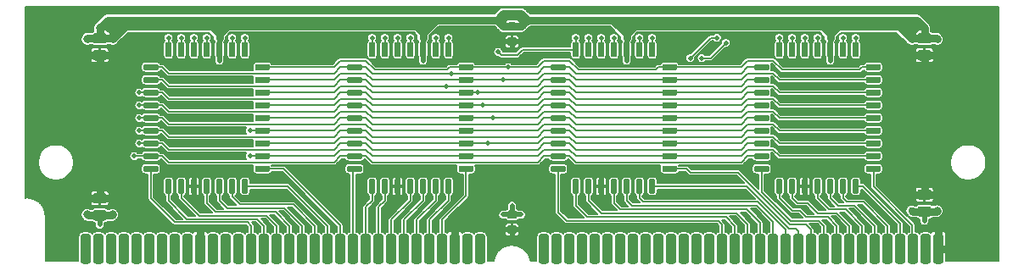
<source format=gtl>
G04 #@! TF.GenerationSoftware,KiCad,Pcbnew,(5.1.5-0-10_14)*
G04 #@! TF.CreationDate,2020-05-15T23:08:28-04:00*
G04 #@! TF.ProjectId,ROMSIMM,524f4d53-494d-44d2-9e6b-696361645f70,rev?*
G04 #@! TF.SameCoordinates,Original*
G04 #@! TF.FileFunction,Copper,L1,Top*
G04 #@! TF.FilePolarity,Positive*
%FSLAX46Y46*%
G04 Gerber Fmt 4.6, Leading zero omitted, Abs format (unit mm)*
G04 Created by KiCad (PCBNEW (5.1.5-0-10_14)) date 2020-05-15 23:08:28*
%MOMM*%
%LPD*%
G04 APERTURE LIST*
%ADD10C,0.100000*%
%ADD11C,0.508000*%
%ADD12C,0.800000*%
%ADD13C,0.762000*%
%ADD14C,0.508000*%
%ADD15C,0.800000*%
%ADD16C,0.762000*%
%ADD17C,0.152400*%
%ADD18C,0.154000*%
G04 APERTURE END LIST*
G04 #@! TA.AperFunction,ComponentPad*
D10*
G36*
X163339970Y-124589006D02*
G01*
X163380407Y-124595004D01*
X163420061Y-124604937D01*
X163458551Y-124618709D01*
X163495505Y-124636187D01*
X163530568Y-124657203D01*
X163563403Y-124681555D01*
X163593692Y-124709008D01*
X163621145Y-124739297D01*
X163645497Y-124772132D01*
X163666513Y-124807195D01*
X163683991Y-124844149D01*
X163697763Y-124882639D01*
X163707696Y-124922293D01*
X163713694Y-124962730D01*
X163715700Y-125003560D01*
X163715700Y-127218440D01*
X163713694Y-127259270D01*
X163707696Y-127299707D01*
X163697763Y-127339361D01*
X163683991Y-127377851D01*
X163666513Y-127414805D01*
X163645497Y-127449868D01*
X163621145Y-127482703D01*
X163593692Y-127512992D01*
X163563403Y-127540445D01*
X163530568Y-127564797D01*
X163495505Y-127585813D01*
X163458551Y-127603291D01*
X163420061Y-127617063D01*
X163380407Y-127626996D01*
X163339970Y-127632994D01*
X163299140Y-127635000D01*
X163090860Y-127635000D01*
X163050030Y-127632994D01*
X163009593Y-127626996D01*
X162969939Y-127617063D01*
X162931449Y-127603291D01*
X162894495Y-127585813D01*
X162859432Y-127564797D01*
X162826597Y-127540445D01*
X162796308Y-127512992D01*
X162768855Y-127482703D01*
X162744503Y-127449868D01*
X162723487Y-127414805D01*
X162706009Y-127377851D01*
X162692237Y-127339361D01*
X162682304Y-127299707D01*
X162676306Y-127259270D01*
X162674300Y-127218440D01*
X162674300Y-125003560D01*
X162676306Y-124962730D01*
X162682304Y-124922293D01*
X162692237Y-124882639D01*
X162706009Y-124844149D01*
X162723487Y-124807195D01*
X162744503Y-124772132D01*
X162768855Y-124739297D01*
X162796308Y-124709008D01*
X162826597Y-124681555D01*
X162859432Y-124657203D01*
X162894495Y-124636187D01*
X162931449Y-124618709D01*
X162969939Y-124604937D01*
X163009593Y-124595004D01*
X163050030Y-124589006D01*
X163090860Y-124587000D01*
X163299140Y-124587000D01*
X163339970Y-124589006D01*
G37*
G04 #@! TD.AperFunction*
G04 #@! TA.AperFunction,ComponentPad*
G36*
X162069970Y-124589006D02*
G01*
X162110407Y-124595004D01*
X162150061Y-124604937D01*
X162188551Y-124618709D01*
X162225505Y-124636187D01*
X162260568Y-124657203D01*
X162293403Y-124681555D01*
X162323692Y-124709008D01*
X162351145Y-124739297D01*
X162375497Y-124772132D01*
X162396513Y-124807195D01*
X162413991Y-124844149D01*
X162427763Y-124882639D01*
X162437696Y-124922293D01*
X162443694Y-124962730D01*
X162445700Y-125003560D01*
X162445700Y-127218440D01*
X162443694Y-127259270D01*
X162437696Y-127299707D01*
X162427763Y-127339361D01*
X162413991Y-127377851D01*
X162396513Y-127414805D01*
X162375497Y-127449868D01*
X162351145Y-127482703D01*
X162323692Y-127512992D01*
X162293403Y-127540445D01*
X162260568Y-127564797D01*
X162225505Y-127585813D01*
X162188551Y-127603291D01*
X162150061Y-127617063D01*
X162110407Y-127626996D01*
X162069970Y-127632994D01*
X162029140Y-127635000D01*
X161820860Y-127635000D01*
X161780030Y-127632994D01*
X161739593Y-127626996D01*
X161699939Y-127617063D01*
X161661449Y-127603291D01*
X161624495Y-127585813D01*
X161589432Y-127564797D01*
X161556597Y-127540445D01*
X161526308Y-127512992D01*
X161498855Y-127482703D01*
X161474503Y-127449868D01*
X161453487Y-127414805D01*
X161436009Y-127377851D01*
X161422237Y-127339361D01*
X161412304Y-127299707D01*
X161406306Y-127259270D01*
X161404300Y-127218440D01*
X161404300Y-125003560D01*
X161406306Y-124962730D01*
X161412304Y-124922293D01*
X161422237Y-124882639D01*
X161436009Y-124844149D01*
X161453487Y-124807195D01*
X161474503Y-124772132D01*
X161498855Y-124739297D01*
X161526308Y-124709008D01*
X161556597Y-124681555D01*
X161589432Y-124657203D01*
X161624495Y-124636187D01*
X161661449Y-124618709D01*
X161699939Y-124604937D01*
X161739593Y-124595004D01*
X161780030Y-124589006D01*
X161820860Y-124587000D01*
X162029140Y-124587000D01*
X162069970Y-124589006D01*
G37*
G04 #@! TD.AperFunction*
G04 #@! TA.AperFunction,ComponentPad*
G36*
X160799970Y-124589006D02*
G01*
X160840407Y-124595004D01*
X160880061Y-124604937D01*
X160918551Y-124618709D01*
X160955505Y-124636187D01*
X160990568Y-124657203D01*
X161023403Y-124681555D01*
X161053692Y-124709008D01*
X161081145Y-124739297D01*
X161105497Y-124772132D01*
X161126513Y-124807195D01*
X161143991Y-124844149D01*
X161157763Y-124882639D01*
X161167696Y-124922293D01*
X161173694Y-124962730D01*
X161175700Y-125003560D01*
X161175700Y-127218440D01*
X161173694Y-127259270D01*
X161167696Y-127299707D01*
X161157763Y-127339361D01*
X161143991Y-127377851D01*
X161126513Y-127414805D01*
X161105497Y-127449868D01*
X161081145Y-127482703D01*
X161053692Y-127512992D01*
X161023403Y-127540445D01*
X160990568Y-127564797D01*
X160955505Y-127585813D01*
X160918551Y-127603291D01*
X160880061Y-127617063D01*
X160840407Y-127626996D01*
X160799970Y-127632994D01*
X160759140Y-127635000D01*
X160550860Y-127635000D01*
X160510030Y-127632994D01*
X160469593Y-127626996D01*
X160429939Y-127617063D01*
X160391449Y-127603291D01*
X160354495Y-127585813D01*
X160319432Y-127564797D01*
X160286597Y-127540445D01*
X160256308Y-127512992D01*
X160228855Y-127482703D01*
X160204503Y-127449868D01*
X160183487Y-127414805D01*
X160166009Y-127377851D01*
X160152237Y-127339361D01*
X160142304Y-127299707D01*
X160136306Y-127259270D01*
X160134300Y-127218440D01*
X160134300Y-125003560D01*
X160136306Y-124962730D01*
X160142304Y-124922293D01*
X160152237Y-124882639D01*
X160166009Y-124844149D01*
X160183487Y-124807195D01*
X160204503Y-124772132D01*
X160228855Y-124739297D01*
X160256308Y-124709008D01*
X160286597Y-124681555D01*
X160319432Y-124657203D01*
X160354495Y-124636187D01*
X160391449Y-124618709D01*
X160429939Y-124604937D01*
X160469593Y-124595004D01*
X160510030Y-124589006D01*
X160550860Y-124587000D01*
X160759140Y-124587000D01*
X160799970Y-124589006D01*
G37*
G04 #@! TD.AperFunction*
G04 #@! TA.AperFunction,ComponentPad*
G36*
X159529970Y-124589006D02*
G01*
X159570407Y-124595004D01*
X159610061Y-124604937D01*
X159648551Y-124618709D01*
X159685505Y-124636187D01*
X159720568Y-124657203D01*
X159753403Y-124681555D01*
X159783692Y-124709008D01*
X159811145Y-124739297D01*
X159835497Y-124772132D01*
X159856513Y-124807195D01*
X159873991Y-124844149D01*
X159887763Y-124882639D01*
X159897696Y-124922293D01*
X159903694Y-124962730D01*
X159905700Y-125003560D01*
X159905700Y-127218440D01*
X159903694Y-127259270D01*
X159897696Y-127299707D01*
X159887763Y-127339361D01*
X159873991Y-127377851D01*
X159856513Y-127414805D01*
X159835497Y-127449868D01*
X159811145Y-127482703D01*
X159783692Y-127512992D01*
X159753403Y-127540445D01*
X159720568Y-127564797D01*
X159685505Y-127585813D01*
X159648551Y-127603291D01*
X159610061Y-127617063D01*
X159570407Y-127626996D01*
X159529970Y-127632994D01*
X159489140Y-127635000D01*
X159280860Y-127635000D01*
X159240030Y-127632994D01*
X159199593Y-127626996D01*
X159159939Y-127617063D01*
X159121449Y-127603291D01*
X159084495Y-127585813D01*
X159049432Y-127564797D01*
X159016597Y-127540445D01*
X158986308Y-127512992D01*
X158958855Y-127482703D01*
X158934503Y-127449868D01*
X158913487Y-127414805D01*
X158896009Y-127377851D01*
X158882237Y-127339361D01*
X158872304Y-127299707D01*
X158866306Y-127259270D01*
X158864300Y-127218440D01*
X158864300Y-125003560D01*
X158866306Y-124962730D01*
X158872304Y-124922293D01*
X158882237Y-124882639D01*
X158896009Y-124844149D01*
X158913487Y-124807195D01*
X158934503Y-124772132D01*
X158958855Y-124739297D01*
X158986308Y-124709008D01*
X159016597Y-124681555D01*
X159049432Y-124657203D01*
X159084495Y-124636187D01*
X159121449Y-124618709D01*
X159159939Y-124604937D01*
X159199593Y-124595004D01*
X159240030Y-124589006D01*
X159280860Y-124587000D01*
X159489140Y-124587000D01*
X159529970Y-124589006D01*
G37*
G04 #@! TD.AperFunction*
G04 #@! TA.AperFunction,ComponentPad*
G36*
X158259970Y-124589006D02*
G01*
X158300407Y-124595004D01*
X158340061Y-124604937D01*
X158378551Y-124618709D01*
X158415505Y-124636187D01*
X158450568Y-124657203D01*
X158483403Y-124681555D01*
X158513692Y-124709008D01*
X158541145Y-124739297D01*
X158565497Y-124772132D01*
X158586513Y-124807195D01*
X158603991Y-124844149D01*
X158617763Y-124882639D01*
X158627696Y-124922293D01*
X158633694Y-124962730D01*
X158635700Y-125003560D01*
X158635700Y-127218440D01*
X158633694Y-127259270D01*
X158627696Y-127299707D01*
X158617763Y-127339361D01*
X158603991Y-127377851D01*
X158586513Y-127414805D01*
X158565497Y-127449868D01*
X158541145Y-127482703D01*
X158513692Y-127512992D01*
X158483403Y-127540445D01*
X158450568Y-127564797D01*
X158415505Y-127585813D01*
X158378551Y-127603291D01*
X158340061Y-127617063D01*
X158300407Y-127626996D01*
X158259970Y-127632994D01*
X158219140Y-127635000D01*
X158010860Y-127635000D01*
X157970030Y-127632994D01*
X157929593Y-127626996D01*
X157889939Y-127617063D01*
X157851449Y-127603291D01*
X157814495Y-127585813D01*
X157779432Y-127564797D01*
X157746597Y-127540445D01*
X157716308Y-127512992D01*
X157688855Y-127482703D01*
X157664503Y-127449868D01*
X157643487Y-127414805D01*
X157626009Y-127377851D01*
X157612237Y-127339361D01*
X157602304Y-127299707D01*
X157596306Y-127259270D01*
X157594300Y-127218440D01*
X157594300Y-125003560D01*
X157596306Y-124962730D01*
X157602304Y-124922293D01*
X157612237Y-124882639D01*
X157626009Y-124844149D01*
X157643487Y-124807195D01*
X157664503Y-124772132D01*
X157688855Y-124739297D01*
X157716308Y-124709008D01*
X157746597Y-124681555D01*
X157779432Y-124657203D01*
X157814495Y-124636187D01*
X157851449Y-124618709D01*
X157889939Y-124604937D01*
X157929593Y-124595004D01*
X157970030Y-124589006D01*
X158010860Y-124587000D01*
X158219140Y-124587000D01*
X158259970Y-124589006D01*
G37*
G04 #@! TD.AperFunction*
G04 #@! TA.AperFunction,ComponentPad*
G36*
X156989970Y-124589006D02*
G01*
X157030407Y-124595004D01*
X157070061Y-124604937D01*
X157108551Y-124618709D01*
X157145505Y-124636187D01*
X157180568Y-124657203D01*
X157213403Y-124681555D01*
X157243692Y-124709008D01*
X157271145Y-124739297D01*
X157295497Y-124772132D01*
X157316513Y-124807195D01*
X157333991Y-124844149D01*
X157347763Y-124882639D01*
X157357696Y-124922293D01*
X157363694Y-124962730D01*
X157365700Y-125003560D01*
X157365700Y-127218440D01*
X157363694Y-127259270D01*
X157357696Y-127299707D01*
X157347763Y-127339361D01*
X157333991Y-127377851D01*
X157316513Y-127414805D01*
X157295497Y-127449868D01*
X157271145Y-127482703D01*
X157243692Y-127512992D01*
X157213403Y-127540445D01*
X157180568Y-127564797D01*
X157145505Y-127585813D01*
X157108551Y-127603291D01*
X157070061Y-127617063D01*
X157030407Y-127626996D01*
X156989970Y-127632994D01*
X156949140Y-127635000D01*
X156740860Y-127635000D01*
X156700030Y-127632994D01*
X156659593Y-127626996D01*
X156619939Y-127617063D01*
X156581449Y-127603291D01*
X156544495Y-127585813D01*
X156509432Y-127564797D01*
X156476597Y-127540445D01*
X156446308Y-127512992D01*
X156418855Y-127482703D01*
X156394503Y-127449868D01*
X156373487Y-127414805D01*
X156356009Y-127377851D01*
X156342237Y-127339361D01*
X156332304Y-127299707D01*
X156326306Y-127259270D01*
X156324300Y-127218440D01*
X156324300Y-125003560D01*
X156326306Y-124962730D01*
X156332304Y-124922293D01*
X156342237Y-124882639D01*
X156356009Y-124844149D01*
X156373487Y-124807195D01*
X156394503Y-124772132D01*
X156418855Y-124739297D01*
X156446308Y-124709008D01*
X156476597Y-124681555D01*
X156509432Y-124657203D01*
X156544495Y-124636187D01*
X156581449Y-124618709D01*
X156619939Y-124604937D01*
X156659593Y-124595004D01*
X156700030Y-124589006D01*
X156740860Y-124587000D01*
X156949140Y-124587000D01*
X156989970Y-124589006D01*
G37*
G04 #@! TD.AperFunction*
G04 #@! TA.AperFunction,ComponentPad*
G36*
X155719970Y-124589006D02*
G01*
X155760407Y-124595004D01*
X155800061Y-124604937D01*
X155838551Y-124618709D01*
X155875505Y-124636187D01*
X155910568Y-124657203D01*
X155943403Y-124681555D01*
X155973692Y-124709008D01*
X156001145Y-124739297D01*
X156025497Y-124772132D01*
X156046513Y-124807195D01*
X156063991Y-124844149D01*
X156077763Y-124882639D01*
X156087696Y-124922293D01*
X156093694Y-124962730D01*
X156095700Y-125003560D01*
X156095700Y-127218440D01*
X156093694Y-127259270D01*
X156087696Y-127299707D01*
X156077763Y-127339361D01*
X156063991Y-127377851D01*
X156046513Y-127414805D01*
X156025497Y-127449868D01*
X156001145Y-127482703D01*
X155973692Y-127512992D01*
X155943403Y-127540445D01*
X155910568Y-127564797D01*
X155875505Y-127585813D01*
X155838551Y-127603291D01*
X155800061Y-127617063D01*
X155760407Y-127626996D01*
X155719970Y-127632994D01*
X155679140Y-127635000D01*
X155470860Y-127635000D01*
X155430030Y-127632994D01*
X155389593Y-127626996D01*
X155349939Y-127617063D01*
X155311449Y-127603291D01*
X155274495Y-127585813D01*
X155239432Y-127564797D01*
X155206597Y-127540445D01*
X155176308Y-127512992D01*
X155148855Y-127482703D01*
X155124503Y-127449868D01*
X155103487Y-127414805D01*
X155086009Y-127377851D01*
X155072237Y-127339361D01*
X155062304Y-127299707D01*
X155056306Y-127259270D01*
X155054300Y-127218440D01*
X155054300Y-125003560D01*
X155056306Y-124962730D01*
X155062304Y-124922293D01*
X155072237Y-124882639D01*
X155086009Y-124844149D01*
X155103487Y-124807195D01*
X155124503Y-124772132D01*
X155148855Y-124739297D01*
X155176308Y-124709008D01*
X155206597Y-124681555D01*
X155239432Y-124657203D01*
X155274495Y-124636187D01*
X155311449Y-124618709D01*
X155349939Y-124604937D01*
X155389593Y-124595004D01*
X155430030Y-124589006D01*
X155470860Y-124587000D01*
X155679140Y-124587000D01*
X155719970Y-124589006D01*
G37*
G04 #@! TD.AperFunction*
G04 #@! TA.AperFunction,ComponentPad*
G36*
X154449970Y-124589006D02*
G01*
X154490407Y-124595004D01*
X154530061Y-124604937D01*
X154568551Y-124618709D01*
X154605505Y-124636187D01*
X154640568Y-124657203D01*
X154673403Y-124681555D01*
X154703692Y-124709008D01*
X154731145Y-124739297D01*
X154755497Y-124772132D01*
X154776513Y-124807195D01*
X154793991Y-124844149D01*
X154807763Y-124882639D01*
X154817696Y-124922293D01*
X154823694Y-124962730D01*
X154825700Y-125003560D01*
X154825700Y-127218440D01*
X154823694Y-127259270D01*
X154817696Y-127299707D01*
X154807763Y-127339361D01*
X154793991Y-127377851D01*
X154776513Y-127414805D01*
X154755497Y-127449868D01*
X154731145Y-127482703D01*
X154703692Y-127512992D01*
X154673403Y-127540445D01*
X154640568Y-127564797D01*
X154605505Y-127585813D01*
X154568551Y-127603291D01*
X154530061Y-127617063D01*
X154490407Y-127626996D01*
X154449970Y-127632994D01*
X154409140Y-127635000D01*
X154200860Y-127635000D01*
X154160030Y-127632994D01*
X154119593Y-127626996D01*
X154079939Y-127617063D01*
X154041449Y-127603291D01*
X154004495Y-127585813D01*
X153969432Y-127564797D01*
X153936597Y-127540445D01*
X153906308Y-127512992D01*
X153878855Y-127482703D01*
X153854503Y-127449868D01*
X153833487Y-127414805D01*
X153816009Y-127377851D01*
X153802237Y-127339361D01*
X153792304Y-127299707D01*
X153786306Y-127259270D01*
X153784300Y-127218440D01*
X153784300Y-125003560D01*
X153786306Y-124962730D01*
X153792304Y-124922293D01*
X153802237Y-124882639D01*
X153816009Y-124844149D01*
X153833487Y-124807195D01*
X153854503Y-124772132D01*
X153878855Y-124739297D01*
X153906308Y-124709008D01*
X153936597Y-124681555D01*
X153969432Y-124657203D01*
X154004495Y-124636187D01*
X154041449Y-124618709D01*
X154079939Y-124604937D01*
X154119593Y-124595004D01*
X154160030Y-124589006D01*
X154200860Y-124587000D01*
X154409140Y-124587000D01*
X154449970Y-124589006D01*
G37*
G04 #@! TD.AperFunction*
G04 #@! TA.AperFunction,ComponentPad*
G36*
X153179970Y-124589006D02*
G01*
X153220407Y-124595004D01*
X153260061Y-124604937D01*
X153298551Y-124618709D01*
X153335505Y-124636187D01*
X153370568Y-124657203D01*
X153403403Y-124681555D01*
X153433692Y-124709008D01*
X153461145Y-124739297D01*
X153485497Y-124772132D01*
X153506513Y-124807195D01*
X153523991Y-124844149D01*
X153537763Y-124882639D01*
X153547696Y-124922293D01*
X153553694Y-124962730D01*
X153555700Y-125003560D01*
X153555700Y-127218440D01*
X153553694Y-127259270D01*
X153547696Y-127299707D01*
X153537763Y-127339361D01*
X153523991Y-127377851D01*
X153506513Y-127414805D01*
X153485497Y-127449868D01*
X153461145Y-127482703D01*
X153433692Y-127512992D01*
X153403403Y-127540445D01*
X153370568Y-127564797D01*
X153335505Y-127585813D01*
X153298551Y-127603291D01*
X153260061Y-127617063D01*
X153220407Y-127626996D01*
X153179970Y-127632994D01*
X153139140Y-127635000D01*
X152930860Y-127635000D01*
X152890030Y-127632994D01*
X152849593Y-127626996D01*
X152809939Y-127617063D01*
X152771449Y-127603291D01*
X152734495Y-127585813D01*
X152699432Y-127564797D01*
X152666597Y-127540445D01*
X152636308Y-127512992D01*
X152608855Y-127482703D01*
X152584503Y-127449868D01*
X152563487Y-127414805D01*
X152546009Y-127377851D01*
X152532237Y-127339361D01*
X152522304Y-127299707D01*
X152516306Y-127259270D01*
X152514300Y-127218440D01*
X152514300Y-125003560D01*
X152516306Y-124962730D01*
X152522304Y-124922293D01*
X152532237Y-124882639D01*
X152546009Y-124844149D01*
X152563487Y-124807195D01*
X152584503Y-124772132D01*
X152608855Y-124739297D01*
X152636308Y-124709008D01*
X152666597Y-124681555D01*
X152699432Y-124657203D01*
X152734495Y-124636187D01*
X152771449Y-124618709D01*
X152809939Y-124604937D01*
X152849593Y-124595004D01*
X152890030Y-124589006D01*
X152930860Y-124587000D01*
X153139140Y-124587000D01*
X153179970Y-124589006D01*
G37*
G04 #@! TD.AperFunction*
G04 #@! TA.AperFunction,ComponentPad*
G36*
X151909970Y-124589006D02*
G01*
X151950407Y-124595004D01*
X151990061Y-124604937D01*
X152028551Y-124618709D01*
X152065505Y-124636187D01*
X152100568Y-124657203D01*
X152133403Y-124681555D01*
X152163692Y-124709008D01*
X152191145Y-124739297D01*
X152215497Y-124772132D01*
X152236513Y-124807195D01*
X152253991Y-124844149D01*
X152267763Y-124882639D01*
X152277696Y-124922293D01*
X152283694Y-124962730D01*
X152285700Y-125003560D01*
X152285700Y-127218440D01*
X152283694Y-127259270D01*
X152277696Y-127299707D01*
X152267763Y-127339361D01*
X152253991Y-127377851D01*
X152236513Y-127414805D01*
X152215497Y-127449868D01*
X152191145Y-127482703D01*
X152163692Y-127512992D01*
X152133403Y-127540445D01*
X152100568Y-127564797D01*
X152065505Y-127585813D01*
X152028551Y-127603291D01*
X151990061Y-127617063D01*
X151950407Y-127626996D01*
X151909970Y-127632994D01*
X151869140Y-127635000D01*
X151660860Y-127635000D01*
X151620030Y-127632994D01*
X151579593Y-127626996D01*
X151539939Y-127617063D01*
X151501449Y-127603291D01*
X151464495Y-127585813D01*
X151429432Y-127564797D01*
X151396597Y-127540445D01*
X151366308Y-127512992D01*
X151338855Y-127482703D01*
X151314503Y-127449868D01*
X151293487Y-127414805D01*
X151276009Y-127377851D01*
X151262237Y-127339361D01*
X151252304Y-127299707D01*
X151246306Y-127259270D01*
X151244300Y-127218440D01*
X151244300Y-125003560D01*
X151246306Y-124962730D01*
X151252304Y-124922293D01*
X151262237Y-124882639D01*
X151276009Y-124844149D01*
X151293487Y-124807195D01*
X151314503Y-124772132D01*
X151338855Y-124739297D01*
X151366308Y-124709008D01*
X151396597Y-124681555D01*
X151429432Y-124657203D01*
X151464495Y-124636187D01*
X151501449Y-124618709D01*
X151539939Y-124604937D01*
X151579593Y-124595004D01*
X151620030Y-124589006D01*
X151660860Y-124587000D01*
X151869140Y-124587000D01*
X151909970Y-124589006D01*
G37*
G04 #@! TD.AperFunction*
G04 #@! TA.AperFunction,ComponentPad*
G36*
X150639970Y-124589006D02*
G01*
X150680407Y-124595004D01*
X150720061Y-124604937D01*
X150758551Y-124618709D01*
X150795505Y-124636187D01*
X150830568Y-124657203D01*
X150863403Y-124681555D01*
X150893692Y-124709008D01*
X150921145Y-124739297D01*
X150945497Y-124772132D01*
X150966513Y-124807195D01*
X150983991Y-124844149D01*
X150997763Y-124882639D01*
X151007696Y-124922293D01*
X151013694Y-124962730D01*
X151015700Y-125003560D01*
X151015700Y-127218440D01*
X151013694Y-127259270D01*
X151007696Y-127299707D01*
X150997763Y-127339361D01*
X150983991Y-127377851D01*
X150966513Y-127414805D01*
X150945497Y-127449868D01*
X150921145Y-127482703D01*
X150893692Y-127512992D01*
X150863403Y-127540445D01*
X150830568Y-127564797D01*
X150795505Y-127585813D01*
X150758551Y-127603291D01*
X150720061Y-127617063D01*
X150680407Y-127626996D01*
X150639970Y-127632994D01*
X150599140Y-127635000D01*
X150390860Y-127635000D01*
X150350030Y-127632994D01*
X150309593Y-127626996D01*
X150269939Y-127617063D01*
X150231449Y-127603291D01*
X150194495Y-127585813D01*
X150159432Y-127564797D01*
X150126597Y-127540445D01*
X150096308Y-127512992D01*
X150068855Y-127482703D01*
X150044503Y-127449868D01*
X150023487Y-127414805D01*
X150006009Y-127377851D01*
X149992237Y-127339361D01*
X149982304Y-127299707D01*
X149976306Y-127259270D01*
X149974300Y-127218440D01*
X149974300Y-125003560D01*
X149976306Y-124962730D01*
X149982304Y-124922293D01*
X149992237Y-124882639D01*
X150006009Y-124844149D01*
X150023487Y-124807195D01*
X150044503Y-124772132D01*
X150068855Y-124739297D01*
X150096308Y-124709008D01*
X150126597Y-124681555D01*
X150159432Y-124657203D01*
X150194495Y-124636187D01*
X150231449Y-124618709D01*
X150269939Y-124604937D01*
X150309593Y-124595004D01*
X150350030Y-124589006D01*
X150390860Y-124587000D01*
X150599140Y-124587000D01*
X150639970Y-124589006D01*
G37*
G04 #@! TD.AperFunction*
G04 #@! TA.AperFunction,ComponentPad*
G36*
X149369970Y-124589006D02*
G01*
X149410407Y-124595004D01*
X149450061Y-124604937D01*
X149488551Y-124618709D01*
X149525505Y-124636187D01*
X149560568Y-124657203D01*
X149593403Y-124681555D01*
X149623692Y-124709008D01*
X149651145Y-124739297D01*
X149675497Y-124772132D01*
X149696513Y-124807195D01*
X149713991Y-124844149D01*
X149727763Y-124882639D01*
X149737696Y-124922293D01*
X149743694Y-124962730D01*
X149745700Y-125003560D01*
X149745700Y-127218440D01*
X149743694Y-127259270D01*
X149737696Y-127299707D01*
X149727763Y-127339361D01*
X149713991Y-127377851D01*
X149696513Y-127414805D01*
X149675497Y-127449868D01*
X149651145Y-127482703D01*
X149623692Y-127512992D01*
X149593403Y-127540445D01*
X149560568Y-127564797D01*
X149525505Y-127585813D01*
X149488551Y-127603291D01*
X149450061Y-127617063D01*
X149410407Y-127626996D01*
X149369970Y-127632994D01*
X149329140Y-127635000D01*
X149120860Y-127635000D01*
X149080030Y-127632994D01*
X149039593Y-127626996D01*
X148999939Y-127617063D01*
X148961449Y-127603291D01*
X148924495Y-127585813D01*
X148889432Y-127564797D01*
X148856597Y-127540445D01*
X148826308Y-127512992D01*
X148798855Y-127482703D01*
X148774503Y-127449868D01*
X148753487Y-127414805D01*
X148736009Y-127377851D01*
X148722237Y-127339361D01*
X148712304Y-127299707D01*
X148706306Y-127259270D01*
X148704300Y-127218440D01*
X148704300Y-125003560D01*
X148706306Y-124962730D01*
X148712304Y-124922293D01*
X148722237Y-124882639D01*
X148736009Y-124844149D01*
X148753487Y-124807195D01*
X148774503Y-124772132D01*
X148798855Y-124739297D01*
X148826308Y-124709008D01*
X148856597Y-124681555D01*
X148889432Y-124657203D01*
X148924495Y-124636187D01*
X148961449Y-124618709D01*
X148999939Y-124604937D01*
X149039593Y-124595004D01*
X149080030Y-124589006D01*
X149120860Y-124587000D01*
X149329140Y-124587000D01*
X149369970Y-124589006D01*
G37*
G04 #@! TD.AperFunction*
G04 #@! TA.AperFunction,ComponentPad*
G36*
X148099970Y-124589006D02*
G01*
X148140407Y-124595004D01*
X148180061Y-124604937D01*
X148218551Y-124618709D01*
X148255505Y-124636187D01*
X148290568Y-124657203D01*
X148323403Y-124681555D01*
X148353692Y-124709008D01*
X148381145Y-124739297D01*
X148405497Y-124772132D01*
X148426513Y-124807195D01*
X148443991Y-124844149D01*
X148457763Y-124882639D01*
X148467696Y-124922293D01*
X148473694Y-124962730D01*
X148475700Y-125003560D01*
X148475700Y-127218440D01*
X148473694Y-127259270D01*
X148467696Y-127299707D01*
X148457763Y-127339361D01*
X148443991Y-127377851D01*
X148426513Y-127414805D01*
X148405497Y-127449868D01*
X148381145Y-127482703D01*
X148353692Y-127512992D01*
X148323403Y-127540445D01*
X148290568Y-127564797D01*
X148255505Y-127585813D01*
X148218551Y-127603291D01*
X148180061Y-127617063D01*
X148140407Y-127626996D01*
X148099970Y-127632994D01*
X148059140Y-127635000D01*
X147850860Y-127635000D01*
X147810030Y-127632994D01*
X147769593Y-127626996D01*
X147729939Y-127617063D01*
X147691449Y-127603291D01*
X147654495Y-127585813D01*
X147619432Y-127564797D01*
X147586597Y-127540445D01*
X147556308Y-127512992D01*
X147528855Y-127482703D01*
X147504503Y-127449868D01*
X147483487Y-127414805D01*
X147466009Y-127377851D01*
X147452237Y-127339361D01*
X147442304Y-127299707D01*
X147436306Y-127259270D01*
X147434300Y-127218440D01*
X147434300Y-125003560D01*
X147436306Y-124962730D01*
X147442304Y-124922293D01*
X147452237Y-124882639D01*
X147466009Y-124844149D01*
X147483487Y-124807195D01*
X147504503Y-124772132D01*
X147528855Y-124739297D01*
X147556308Y-124709008D01*
X147586597Y-124681555D01*
X147619432Y-124657203D01*
X147654495Y-124636187D01*
X147691449Y-124618709D01*
X147729939Y-124604937D01*
X147769593Y-124595004D01*
X147810030Y-124589006D01*
X147850860Y-124587000D01*
X148059140Y-124587000D01*
X148099970Y-124589006D01*
G37*
G04 #@! TD.AperFunction*
G04 #@! TA.AperFunction,ComponentPad*
G36*
X146829970Y-124589006D02*
G01*
X146870407Y-124595004D01*
X146910061Y-124604937D01*
X146948551Y-124618709D01*
X146985505Y-124636187D01*
X147020568Y-124657203D01*
X147053403Y-124681555D01*
X147083692Y-124709008D01*
X147111145Y-124739297D01*
X147135497Y-124772132D01*
X147156513Y-124807195D01*
X147173991Y-124844149D01*
X147187763Y-124882639D01*
X147197696Y-124922293D01*
X147203694Y-124962730D01*
X147205700Y-125003560D01*
X147205700Y-127218440D01*
X147203694Y-127259270D01*
X147197696Y-127299707D01*
X147187763Y-127339361D01*
X147173991Y-127377851D01*
X147156513Y-127414805D01*
X147135497Y-127449868D01*
X147111145Y-127482703D01*
X147083692Y-127512992D01*
X147053403Y-127540445D01*
X147020568Y-127564797D01*
X146985505Y-127585813D01*
X146948551Y-127603291D01*
X146910061Y-127617063D01*
X146870407Y-127626996D01*
X146829970Y-127632994D01*
X146789140Y-127635000D01*
X146580860Y-127635000D01*
X146540030Y-127632994D01*
X146499593Y-127626996D01*
X146459939Y-127617063D01*
X146421449Y-127603291D01*
X146384495Y-127585813D01*
X146349432Y-127564797D01*
X146316597Y-127540445D01*
X146286308Y-127512992D01*
X146258855Y-127482703D01*
X146234503Y-127449868D01*
X146213487Y-127414805D01*
X146196009Y-127377851D01*
X146182237Y-127339361D01*
X146172304Y-127299707D01*
X146166306Y-127259270D01*
X146164300Y-127218440D01*
X146164300Y-125003560D01*
X146166306Y-124962730D01*
X146172304Y-124922293D01*
X146182237Y-124882639D01*
X146196009Y-124844149D01*
X146213487Y-124807195D01*
X146234503Y-124772132D01*
X146258855Y-124739297D01*
X146286308Y-124709008D01*
X146316597Y-124681555D01*
X146349432Y-124657203D01*
X146384495Y-124636187D01*
X146421449Y-124618709D01*
X146459939Y-124604937D01*
X146499593Y-124595004D01*
X146540030Y-124589006D01*
X146580860Y-124587000D01*
X146789140Y-124587000D01*
X146829970Y-124589006D01*
G37*
G04 #@! TD.AperFunction*
G04 #@! TA.AperFunction,ComponentPad*
G36*
X145559970Y-124589006D02*
G01*
X145600407Y-124595004D01*
X145640061Y-124604937D01*
X145678551Y-124618709D01*
X145715505Y-124636187D01*
X145750568Y-124657203D01*
X145783403Y-124681555D01*
X145813692Y-124709008D01*
X145841145Y-124739297D01*
X145865497Y-124772132D01*
X145886513Y-124807195D01*
X145903991Y-124844149D01*
X145917763Y-124882639D01*
X145927696Y-124922293D01*
X145933694Y-124962730D01*
X145935700Y-125003560D01*
X145935700Y-127218440D01*
X145933694Y-127259270D01*
X145927696Y-127299707D01*
X145917763Y-127339361D01*
X145903991Y-127377851D01*
X145886513Y-127414805D01*
X145865497Y-127449868D01*
X145841145Y-127482703D01*
X145813692Y-127512992D01*
X145783403Y-127540445D01*
X145750568Y-127564797D01*
X145715505Y-127585813D01*
X145678551Y-127603291D01*
X145640061Y-127617063D01*
X145600407Y-127626996D01*
X145559970Y-127632994D01*
X145519140Y-127635000D01*
X145310860Y-127635000D01*
X145270030Y-127632994D01*
X145229593Y-127626996D01*
X145189939Y-127617063D01*
X145151449Y-127603291D01*
X145114495Y-127585813D01*
X145079432Y-127564797D01*
X145046597Y-127540445D01*
X145016308Y-127512992D01*
X144988855Y-127482703D01*
X144964503Y-127449868D01*
X144943487Y-127414805D01*
X144926009Y-127377851D01*
X144912237Y-127339361D01*
X144902304Y-127299707D01*
X144896306Y-127259270D01*
X144894300Y-127218440D01*
X144894300Y-125003560D01*
X144896306Y-124962730D01*
X144902304Y-124922293D01*
X144912237Y-124882639D01*
X144926009Y-124844149D01*
X144943487Y-124807195D01*
X144964503Y-124772132D01*
X144988855Y-124739297D01*
X145016308Y-124709008D01*
X145046597Y-124681555D01*
X145079432Y-124657203D01*
X145114495Y-124636187D01*
X145151449Y-124618709D01*
X145189939Y-124604937D01*
X145229593Y-124595004D01*
X145270030Y-124589006D01*
X145310860Y-124587000D01*
X145519140Y-124587000D01*
X145559970Y-124589006D01*
G37*
G04 #@! TD.AperFunction*
G04 #@! TA.AperFunction,ComponentPad*
G36*
X144289970Y-124589006D02*
G01*
X144330407Y-124595004D01*
X144370061Y-124604937D01*
X144408551Y-124618709D01*
X144445505Y-124636187D01*
X144480568Y-124657203D01*
X144513403Y-124681555D01*
X144543692Y-124709008D01*
X144571145Y-124739297D01*
X144595497Y-124772132D01*
X144616513Y-124807195D01*
X144633991Y-124844149D01*
X144647763Y-124882639D01*
X144657696Y-124922293D01*
X144663694Y-124962730D01*
X144665700Y-125003560D01*
X144665700Y-127218440D01*
X144663694Y-127259270D01*
X144657696Y-127299707D01*
X144647763Y-127339361D01*
X144633991Y-127377851D01*
X144616513Y-127414805D01*
X144595497Y-127449868D01*
X144571145Y-127482703D01*
X144543692Y-127512992D01*
X144513403Y-127540445D01*
X144480568Y-127564797D01*
X144445505Y-127585813D01*
X144408551Y-127603291D01*
X144370061Y-127617063D01*
X144330407Y-127626996D01*
X144289970Y-127632994D01*
X144249140Y-127635000D01*
X144040860Y-127635000D01*
X144000030Y-127632994D01*
X143959593Y-127626996D01*
X143919939Y-127617063D01*
X143881449Y-127603291D01*
X143844495Y-127585813D01*
X143809432Y-127564797D01*
X143776597Y-127540445D01*
X143746308Y-127512992D01*
X143718855Y-127482703D01*
X143694503Y-127449868D01*
X143673487Y-127414805D01*
X143656009Y-127377851D01*
X143642237Y-127339361D01*
X143632304Y-127299707D01*
X143626306Y-127259270D01*
X143624300Y-127218440D01*
X143624300Y-125003560D01*
X143626306Y-124962730D01*
X143632304Y-124922293D01*
X143642237Y-124882639D01*
X143656009Y-124844149D01*
X143673487Y-124807195D01*
X143694503Y-124772132D01*
X143718855Y-124739297D01*
X143746308Y-124709008D01*
X143776597Y-124681555D01*
X143809432Y-124657203D01*
X143844495Y-124636187D01*
X143881449Y-124618709D01*
X143919939Y-124604937D01*
X143959593Y-124595004D01*
X144000030Y-124589006D01*
X144040860Y-124587000D01*
X144249140Y-124587000D01*
X144289970Y-124589006D01*
G37*
G04 #@! TD.AperFunction*
G04 #@! TA.AperFunction,ComponentPad*
G36*
X143019970Y-124589006D02*
G01*
X143060407Y-124595004D01*
X143100061Y-124604937D01*
X143138551Y-124618709D01*
X143175505Y-124636187D01*
X143210568Y-124657203D01*
X143243403Y-124681555D01*
X143273692Y-124709008D01*
X143301145Y-124739297D01*
X143325497Y-124772132D01*
X143346513Y-124807195D01*
X143363991Y-124844149D01*
X143377763Y-124882639D01*
X143387696Y-124922293D01*
X143393694Y-124962730D01*
X143395700Y-125003560D01*
X143395700Y-127218440D01*
X143393694Y-127259270D01*
X143387696Y-127299707D01*
X143377763Y-127339361D01*
X143363991Y-127377851D01*
X143346513Y-127414805D01*
X143325497Y-127449868D01*
X143301145Y-127482703D01*
X143273692Y-127512992D01*
X143243403Y-127540445D01*
X143210568Y-127564797D01*
X143175505Y-127585813D01*
X143138551Y-127603291D01*
X143100061Y-127617063D01*
X143060407Y-127626996D01*
X143019970Y-127632994D01*
X142979140Y-127635000D01*
X142770860Y-127635000D01*
X142730030Y-127632994D01*
X142689593Y-127626996D01*
X142649939Y-127617063D01*
X142611449Y-127603291D01*
X142574495Y-127585813D01*
X142539432Y-127564797D01*
X142506597Y-127540445D01*
X142476308Y-127512992D01*
X142448855Y-127482703D01*
X142424503Y-127449868D01*
X142403487Y-127414805D01*
X142386009Y-127377851D01*
X142372237Y-127339361D01*
X142362304Y-127299707D01*
X142356306Y-127259270D01*
X142354300Y-127218440D01*
X142354300Y-125003560D01*
X142356306Y-124962730D01*
X142362304Y-124922293D01*
X142372237Y-124882639D01*
X142386009Y-124844149D01*
X142403487Y-124807195D01*
X142424503Y-124772132D01*
X142448855Y-124739297D01*
X142476308Y-124709008D01*
X142506597Y-124681555D01*
X142539432Y-124657203D01*
X142574495Y-124636187D01*
X142611449Y-124618709D01*
X142649939Y-124604937D01*
X142689593Y-124595004D01*
X142730030Y-124589006D01*
X142770860Y-124587000D01*
X142979140Y-124587000D01*
X143019970Y-124589006D01*
G37*
G04 #@! TD.AperFunction*
G04 #@! TA.AperFunction,ComponentPad*
G36*
X141749970Y-124589006D02*
G01*
X141790407Y-124595004D01*
X141830061Y-124604937D01*
X141868551Y-124618709D01*
X141905505Y-124636187D01*
X141940568Y-124657203D01*
X141973403Y-124681555D01*
X142003692Y-124709008D01*
X142031145Y-124739297D01*
X142055497Y-124772132D01*
X142076513Y-124807195D01*
X142093991Y-124844149D01*
X142107763Y-124882639D01*
X142117696Y-124922293D01*
X142123694Y-124962730D01*
X142125700Y-125003560D01*
X142125700Y-127218440D01*
X142123694Y-127259270D01*
X142117696Y-127299707D01*
X142107763Y-127339361D01*
X142093991Y-127377851D01*
X142076513Y-127414805D01*
X142055497Y-127449868D01*
X142031145Y-127482703D01*
X142003692Y-127512992D01*
X141973403Y-127540445D01*
X141940568Y-127564797D01*
X141905505Y-127585813D01*
X141868551Y-127603291D01*
X141830061Y-127617063D01*
X141790407Y-127626996D01*
X141749970Y-127632994D01*
X141709140Y-127635000D01*
X141500860Y-127635000D01*
X141460030Y-127632994D01*
X141419593Y-127626996D01*
X141379939Y-127617063D01*
X141341449Y-127603291D01*
X141304495Y-127585813D01*
X141269432Y-127564797D01*
X141236597Y-127540445D01*
X141206308Y-127512992D01*
X141178855Y-127482703D01*
X141154503Y-127449868D01*
X141133487Y-127414805D01*
X141116009Y-127377851D01*
X141102237Y-127339361D01*
X141092304Y-127299707D01*
X141086306Y-127259270D01*
X141084300Y-127218440D01*
X141084300Y-125003560D01*
X141086306Y-124962730D01*
X141092304Y-124922293D01*
X141102237Y-124882639D01*
X141116009Y-124844149D01*
X141133487Y-124807195D01*
X141154503Y-124772132D01*
X141178855Y-124739297D01*
X141206308Y-124709008D01*
X141236597Y-124681555D01*
X141269432Y-124657203D01*
X141304495Y-124636187D01*
X141341449Y-124618709D01*
X141379939Y-124604937D01*
X141419593Y-124595004D01*
X141460030Y-124589006D01*
X141500860Y-124587000D01*
X141709140Y-124587000D01*
X141749970Y-124589006D01*
G37*
G04 #@! TD.AperFunction*
G04 #@! TA.AperFunction,ComponentPad*
G36*
X140479970Y-124589006D02*
G01*
X140520407Y-124595004D01*
X140560061Y-124604937D01*
X140598551Y-124618709D01*
X140635505Y-124636187D01*
X140670568Y-124657203D01*
X140703403Y-124681555D01*
X140733692Y-124709008D01*
X140761145Y-124739297D01*
X140785497Y-124772132D01*
X140806513Y-124807195D01*
X140823991Y-124844149D01*
X140837763Y-124882639D01*
X140847696Y-124922293D01*
X140853694Y-124962730D01*
X140855700Y-125003560D01*
X140855700Y-127218440D01*
X140853694Y-127259270D01*
X140847696Y-127299707D01*
X140837763Y-127339361D01*
X140823991Y-127377851D01*
X140806513Y-127414805D01*
X140785497Y-127449868D01*
X140761145Y-127482703D01*
X140733692Y-127512992D01*
X140703403Y-127540445D01*
X140670568Y-127564797D01*
X140635505Y-127585813D01*
X140598551Y-127603291D01*
X140560061Y-127617063D01*
X140520407Y-127626996D01*
X140479970Y-127632994D01*
X140439140Y-127635000D01*
X140230860Y-127635000D01*
X140190030Y-127632994D01*
X140149593Y-127626996D01*
X140109939Y-127617063D01*
X140071449Y-127603291D01*
X140034495Y-127585813D01*
X139999432Y-127564797D01*
X139966597Y-127540445D01*
X139936308Y-127512992D01*
X139908855Y-127482703D01*
X139884503Y-127449868D01*
X139863487Y-127414805D01*
X139846009Y-127377851D01*
X139832237Y-127339361D01*
X139822304Y-127299707D01*
X139816306Y-127259270D01*
X139814300Y-127218440D01*
X139814300Y-125003560D01*
X139816306Y-124962730D01*
X139822304Y-124922293D01*
X139832237Y-124882639D01*
X139846009Y-124844149D01*
X139863487Y-124807195D01*
X139884503Y-124772132D01*
X139908855Y-124739297D01*
X139936308Y-124709008D01*
X139966597Y-124681555D01*
X139999432Y-124657203D01*
X140034495Y-124636187D01*
X140071449Y-124618709D01*
X140109939Y-124604937D01*
X140149593Y-124595004D01*
X140190030Y-124589006D01*
X140230860Y-124587000D01*
X140439140Y-124587000D01*
X140479970Y-124589006D01*
G37*
G04 #@! TD.AperFunction*
G04 #@! TA.AperFunction,ComponentPad*
G36*
X139209970Y-124589006D02*
G01*
X139250407Y-124595004D01*
X139290061Y-124604937D01*
X139328551Y-124618709D01*
X139365505Y-124636187D01*
X139400568Y-124657203D01*
X139433403Y-124681555D01*
X139463692Y-124709008D01*
X139491145Y-124739297D01*
X139515497Y-124772132D01*
X139536513Y-124807195D01*
X139553991Y-124844149D01*
X139567763Y-124882639D01*
X139577696Y-124922293D01*
X139583694Y-124962730D01*
X139585700Y-125003560D01*
X139585700Y-127218440D01*
X139583694Y-127259270D01*
X139577696Y-127299707D01*
X139567763Y-127339361D01*
X139553991Y-127377851D01*
X139536513Y-127414805D01*
X139515497Y-127449868D01*
X139491145Y-127482703D01*
X139463692Y-127512992D01*
X139433403Y-127540445D01*
X139400568Y-127564797D01*
X139365505Y-127585813D01*
X139328551Y-127603291D01*
X139290061Y-127617063D01*
X139250407Y-127626996D01*
X139209970Y-127632994D01*
X139169140Y-127635000D01*
X138960860Y-127635000D01*
X138920030Y-127632994D01*
X138879593Y-127626996D01*
X138839939Y-127617063D01*
X138801449Y-127603291D01*
X138764495Y-127585813D01*
X138729432Y-127564797D01*
X138696597Y-127540445D01*
X138666308Y-127512992D01*
X138638855Y-127482703D01*
X138614503Y-127449868D01*
X138593487Y-127414805D01*
X138576009Y-127377851D01*
X138562237Y-127339361D01*
X138552304Y-127299707D01*
X138546306Y-127259270D01*
X138544300Y-127218440D01*
X138544300Y-125003560D01*
X138546306Y-124962730D01*
X138552304Y-124922293D01*
X138562237Y-124882639D01*
X138576009Y-124844149D01*
X138593487Y-124807195D01*
X138614503Y-124772132D01*
X138638855Y-124739297D01*
X138666308Y-124709008D01*
X138696597Y-124681555D01*
X138729432Y-124657203D01*
X138764495Y-124636187D01*
X138801449Y-124618709D01*
X138839939Y-124604937D01*
X138879593Y-124595004D01*
X138920030Y-124589006D01*
X138960860Y-124587000D01*
X139169140Y-124587000D01*
X139209970Y-124589006D01*
G37*
G04 #@! TD.AperFunction*
G04 #@! TA.AperFunction,ComponentPad*
G36*
X137939970Y-124589006D02*
G01*
X137980407Y-124595004D01*
X138020061Y-124604937D01*
X138058551Y-124618709D01*
X138095505Y-124636187D01*
X138130568Y-124657203D01*
X138163403Y-124681555D01*
X138193692Y-124709008D01*
X138221145Y-124739297D01*
X138245497Y-124772132D01*
X138266513Y-124807195D01*
X138283991Y-124844149D01*
X138297763Y-124882639D01*
X138307696Y-124922293D01*
X138313694Y-124962730D01*
X138315700Y-125003560D01*
X138315700Y-127218440D01*
X138313694Y-127259270D01*
X138307696Y-127299707D01*
X138297763Y-127339361D01*
X138283991Y-127377851D01*
X138266513Y-127414805D01*
X138245497Y-127449868D01*
X138221145Y-127482703D01*
X138193692Y-127512992D01*
X138163403Y-127540445D01*
X138130568Y-127564797D01*
X138095505Y-127585813D01*
X138058551Y-127603291D01*
X138020061Y-127617063D01*
X137980407Y-127626996D01*
X137939970Y-127632994D01*
X137899140Y-127635000D01*
X137690860Y-127635000D01*
X137650030Y-127632994D01*
X137609593Y-127626996D01*
X137569939Y-127617063D01*
X137531449Y-127603291D01*
X137494495Y-127585813D01*
X137459432Y-127564797D01*
X137426597Y-127540445D01*
X137396308Y-127512992D01*
X137368855Y-127482703D01*
X137344503Y-127449868D01*
X137323487Y-127414805D01*
X137306009Y-127377851D01*
X137292237Y-127339361D01*
X137282304Y-127299707D01*
X137276306Y-127259270D01*
X137274300Y-127218440D01*
X137274300Y-125003560D01*
X137276306Y-124962730D01*
X137282304Y-124922293D01*
X137292237Y-124882639D01*
X137306009Y-124844149D01*
X137323487Y-124807195D01*
X137344503Y-124772132D01*
X137368855Y-124739297D01*
X137396308Y-124709008D01*
X137426597Y-124681555D01*
X137459432Y-124657203D01*
X137494495Y-124636187D01*
X137531449Y-124618709D01*
X137569939Y-124604937D01*
X137609593Y-124595004D01*
X137650030Y-124589006D01*
X137690860Y-124587000D01*
X137899140Y-124587000D01*
X137939970Y-124589006D01*
G37*
G04 #@! TD.AperFunction*
G04 #@! TA.AperFunction,ComponentPad*
G36*
X136669970Y-124589006D02*
G01*
X136710407Y-124595004D01*
X136750061Y-124604937D01*
X136788551Y-124618709D01*
X136825505Y-124636187D01*
X136860568Y-124657203D01*
X136893403Y-124681555D01*
X136923692Y-124709008D01*
X136951145Y-124739297D01*
X136975497Y-124772132D01*
X136996513Y-124807195D01*
X137013991Y-124844149D01*
X137027763Y-124882639D01*
X137037696Y-124922293D01*
X137043694Y-124962730D01*
X137045700Y-125003560D01*
X137045700Y-127218440D01*
X137043694Y-127259270D01*
X137037696Y-127299707D01*
X137027763Y-127339361D01*
X137013991Y-127377851D01*
X136996513Y-127414805D01*
X136975497Y-127449868D01*
X136951145Y-127482703D01*
X136923692Y-127512992D01*
X136893403Y-127540445D01*
X136860568Y-127564797D01*
X136825505Y-127585813D01*
X136788551Y-127603291D01*
X136750061Y-127617063D01*
X136710407Y-127626996D01*
X136669970Y-127632994D01*
X136629140Y-127635000D01*
X136420860Y-127635000D01*
X136380030Y-127632994D01*
X136339593Y-127626996D01*
X136299939Y-127617063D01*
X136261449Y-127603291D01*
X136224495Y-127585813D01*
X136189432Y-127564797D01*
X136156597Y-127540445D01*
X136126308Y-127512992D01*
X136098855Y-127482703D01*
X136074503Y-127449868D01*
X136053487Y-127414805D01*
X136036009Y-127377851D01*
X136022237Y-127339361D01*
X136012304Y-127299707D01*
X136006306Y-127259270D01*
X136004300Y-127218440D01*
X136004300Y-125003560D01*
X136006306Y-124962730D01*
X136012304Y-124922293D01*
X136022237Y-124882639D01*
X136036009Y-124844149D01*
X136053487Y-124807195D01*
X136074503Y-124772132D01*
X136098855Y-124739297D01*
X136126308Y-124709008D01*
X136156597Y-124681555D01*
X136189432Y-124657203D01*
X136224495Y-124636187D01*
X136261449Y-124618709D01*
X136299939Y-124604937D01*
X136339593Y-124595004D01*
X136380030Y-124589006D01*
X136420860Y-124587000D01*
X136629140Y-124587000D01*
X136669970Y-124589006D01*
G37*
G04 #@! TD.AperFunction*
G04 #@! TA.AperFunction,ComponentPad*
G36*
X135399970Y-124589006D02*
G01*
X135440407Y-124595004D01*
X135480061Y-124604937D01*
X135518551Y-124618709D01*
X135555505Y-124636187D01*
X135590568Y-124657203D01*
X135623403Y-124681555D01*
X135653692Y-124709008D01*
X135681145Y-124739297D01*
X135705497Y-124772132D01*
X135726513Y-124807195D01*
X135743991Y-124844149D01*
X135757763Y-124882639D01*
X135767696Y-124922293D01*
X135773694Y-124962730D01*
X135775700Y-125003560D01*
X135775700Y-127218440D01*
X135773694Y-127259270D01*
X135767696Y-127299707D01*
X135757763Y-127339361D01*
X135743991Y-127377851D01*
X135726513Y-127414805D01*
X135705497Y-127449868D01*
X135681145Y-127482703D01*
X135653692Y-127512992D01*
X135623403Y-127540445D01*
X135590568Y-127564797D01*
X135555505Y-127585813D01*
X135518551Y-127603291D01*
X135480061Y-127617063D01*
X135440407Y-127626996D01*
X135399970Y-127632994D01*
X135359140Y-127635000D01*
X135150860Y-127635000D01*
X135110030Y-127632994D01*
X135069593Y-127626996D01*
X135029939Y-127617063D01*
X134991449Y-127603291D01*
X134954495Y-127585813D01*
X134919432Y-127564797D01*
X134886597Y-127540445D01*
X134856308Y-127512992D01*
X134828855Y-127482703D01*
X134804503Y-127449868D01*
X134783487Y-127414805D01*
X134766009Y-127377851D01*
X134752237Y-127339361D01*
X134742304Y-127299707D01*
X134736306Y-127259270D01*
X134734300Y-127218440D01*
X134734300Y-125003560D01*
X134736306Y-124962730D01*
X134742304Y-124922293D01*
X134752237Y-124882639D01*
X134766009Y-124844149D01*
X134783487Y-124807195D01*
X134804503Y-124772132D01*
X134828855Y-124739297D01*
X134856308Y-124709008D01*
X134886597Y-124681555D01*
X134919432Y-124657203D01*
X134954495Y-124636187D01*
X134991449Y-124618709D01*
X135029939Y-124604937D01*
X135069593Y-124595004D01*
X135110030Y-124589006D01*
X135150860Y-124587000D01*
X135359140Y-124587000D01*
X135399970Y-124589006D01*
G37*
G04 #@! TD.AperFunction*
G04 #@! TA.AperFunction,ComponentPad*
G36*
X134129970Y-124589006D02*
G01*
X134170407Y-124595004D01*
X134210061Y-124604937D01*
X134248551Y-124618709D01*
X134285505Y-124636187D01*
X134320568Y-124657203D01*
X134353403Y-124681555D01*
X134383692Y-124709008D01*
X134411145Y-124739297D01*
X134435497Y-124772132D01*
X134456513Y-124807195D01*
X134473991Y-124844149D01*
X134487763Y-124882639D01*
X134497696Y-124922293D01*
X134503694Y-124962730D01*
X134505700Y-125003560D01*
X134505700Y-127218440D01*
X134503694Y-127259270D01*
X134497696Y-127299707D01*
X134487763Y-127339361D01*
X134473991Y-127377851D01*
X134456513Y-127414805D01*
X134435497Y-127449868D01*
X134411145Y-127482703D01*
X134383692Y-127512992D01*
X134353403Y-127540445D01*
X134320568Y-127564797D01*
X134285505Y-127585813D01*
X134248551Y-127603291D01*
X134210061Y-127617063D01*
X134170407Y-127626996D01*
X134129970Y-127632994D01*
X134089140Y-127635000D01*
X133880860Y-127635000D01*
X133840030Y-127632994D01*
X133799593Y-127626996D01*
X133759939Y-127617063D01*
X133721449Y-127603291D01*
X133684495Y-127585813D01*
X133649432Y-127564797D01*
X133616597Y-127540445D01*
X133586308Y-127512992D01*
X133558855Y-127482703D01*
X133534503Y-127449868D01*
X133513487Y-127414805D01*
X133496009Y-127377851D01*
X133482237Y-127339361D01*
X133472304Y-127299707D01*
X133466306Y-127259270D01*
X133464300Y-127218440D01*
X133464300Y-125003560D01*
X133466306Y-124962730D01*
X133472304Y-124922293D01*
X133482237Y-124882639D01*
X133496009Y-124844149D01*
X133513487Y-124807195D01*
X133534503Y-124772132D01*
X133558855Y-124739297D01*
X133586308Y-124709008D01*
X133616597Y-124681555D01*
X133649432Y-124657203D01*
X133684495Y-124636187D01*
X133721449Y-124618709D01*
X133759939Y-124604937D01*
X133799593Y-124595004D01*
X133840030Y-124589006D01*
X133880860Y-124587000D01*
X134089140Y-124587000D01*
X134129970Y-124589006D01*
G37*
G04 #@! TD.AperFunction*
G04 #@! TA.AperFunction,ComponentPad*
G36*
X132859970Y-124589006D02*
G01*
X132900407Y-124595004D01*
X132940061Y-124604937D01*
X132978551Y-124618709D01*
X133015505Y-124636187D01*
X133050568Y-124657203D01*
X133083403Y-124681555D01*
X133113692Y-124709008D01*
X133141145Y-124739297D01*
X133165497Y-124772132D01*
X133186513Y-124807195D01*
X133203991Y-124844149D01*
X133217763Y-124882639D01*
X133227696Y-124922293D01*
X133233694Y-124962730D01*
X133235700Y-125003560D01*
X133235700Y-127218440D01*
X133233694Y-127259270D01*
X133227696Y-127299707D01*
X133217763Y-127339361D01*
X133203991Y-127377851D01*
X133186513Y-127414805D01*
X133165497Y-127449868D01*
X133141145Y-127482703D01*
X133113692Y-127512992D01*
X133083403Y-127540445D01*
X133050568Y-127564797D01*
X133015505Y-127585813D01*
X132978551Y-127603291D01*
X132940061Y-127617063D01*
X132900407Y-127626996D01*
X132859970Y-127632994D01*
X132819140Y-127635000D01*
X132610860Y-127635000D01*
X132570030Y-127632994D01*
X132529593Y-127626996D01*
X132489939Y-127617063D01*
X132451449Y-127603291D01*
X132414495Y-127585813D01*
X132379432Y-127564797D01*
X132346597Y-127540445D01*
X132316308Y-127512992D01*
X132288855Y-127482703D01*
X132264503Y-127449868D01*
X132243487Y-127414805D01*
X132226009Y-127377851D01*
X132212237Y-127339361D01*
X132202304Y-127299707D01*
X132196306Y-127259270D01*
X132194300Y-127218440D01*
X132194300Y-125003560D01*
X132196306Y-124962730D01*
X132202304Y-124922293D01*
X132212237Y-124882639D01*
X132226009Y-124844149D01*
X132243487Y-124807195D01*
X132264503Y-124772132D01*
X132288855Y-124739297D01*
X132316308Y-124709008D01*
X132346597Y-124681555D01*
X132379432Y-124657203D01*
X132414495Y-124636187D01*
X132451449Y-124618709D01*
X132489939Y-124604937D01*
X132529593Y-124595004D01*
X132570030Y-124589006D01*
X132610860Y-124587000D01*
X132819140Y-124587000D01*
X132859970Y-124589006D01*
G37*
G04 #@! TD.AperFunction*
G04 #@! TA.AperFunction,ComponentPad*
G36*
X131589970Y-124589006D02*
G01*
X131630407Y-124595004D01*
X131670061Y-124604937D01*
X131708551Y-124618709D01*
X131745505Y-124636187D01*
X131780568Y-124657203D01*
X131813403Y-124681555D01*
X131843692Y-124709008D01*
X131871145Y-124739297D01*
X131895497Y-124772132D01*
X131916513Y-124807195D01*
X131933991Y-124844149D01*
X131947763Y-124882639D01*
X131957696Y-124922293D01*
X131963694Y-124962730D01*
X131965700Y-125003560D01*
X131965700Y-127218440D01*
X131963694Y-127259270D01*
X131957696Y-127299707D01*
X131947763Y-127339361D01*
X131933991Y-127377851D01*
X131916513Y-127414805D01*
X131895497Y-127449868D01*
X131871145Y-127482703D01*
X131843692Y-127512992D01*
X131813403Y-127540445D01*
X131780568Y-127564797D01*
X131745505Y-127585813D01*
X131708551Y-127603291D01*
X131670061Y-127617063D01*
X131630407Y-127626996D01*
X131589970Y-127632994D01*
X131549140Y-127635000D01*
X131340860Y-127635000D01*
X131300030Y-127632994D01*
X131259593Y-127626996D01*
X131219939Y-127617063D01*
X131181449Y-127603291D01*
X131144495Y-127585813D01*
X131109432Y-127564797D01*
X131076597Y-127540445D01*
X131046308Y-127512992D01*
X131018855Y-127482703D01*
X130994503Y-127449868D01*
X130973487Y-127414805D01*
X130956009Y-127377851D01*
X130942237Y-127339361D01*
X130932304Y-127299707D01*
X130926306Y-127259270D01*
X130924300Y-127218440D01*
X130924300Y-125003560D01*
X130926306Y-124962730D01*
X130932304Y-124922293D01*
X130942237Y-124882639D01*
X130956009Y-124844149D01*
X130973487Y-124807195D01*
X130994503Y-124772132D01*
X131018855Y-124739297D01*
X131046308Y-124709008D01*
X131076597Y-124681555D01*
X131109432Y-124657203D01*
X131144495Y-124636187D01*
X131181449Y-124618709D01*
X131219939Y-124604937D01*
X131259593Y-124595004D01*
X131300030Y-124589006D01*
X131340860Y-124587000D01*
X131549140Y-124587000D01*
X131589970Y-124589006D01*
G37*
G04 #@! TD.AperFunction*
G04 #@! TA.AperFunction,ComponentPad*
G36*
X130319970Y-124589006D02*
G01*
X130360407Y-124595004D01*
X130400061Y-124604937D01*
X130438551Y-124618709D01*
X130475505Y-124636187D01*
X130510568Y-124657203D01*
X130543403Y-124681555D01*
X130573692Y-124709008D01*
X130601145Y-124739297D01*
X130625497Y-124772132D01*
X130646513Y-124807195D01*
X130663991Y-124844149D01*
X130677763Y-124882639D01*
X130687696Y-124922293D01*
X130693694Y-124962730D01*
X130695700Y-125003560D01*
X130695700Y-127218440D01*
X130693694Y-127259270D01*
X130687696Y-127299707D01*
X130677763Y-127339361D01*
X130663991Y-127377851D01*
X130646513Y-127414805D01*
X130625497Y-127449868D01*
X130601145Y-127482703D01*
X130573692Y-127512992D01*
X130543403Y-127540445D01*
X130510568Y-127564797D01*
X130475505Y-127585813D01*
X130438551Y-127603291D01*
X130400061Y-127617063D01*
X130360407Y-127626996D01*
X130319970Y-127632994D01*
X130279140Y-127635000D01*
X130070860Y-127635000D01*
X130030030Y-127632994D01*
X129989593Y-127626996D01*
X129949939Y-127617063D01*
X129911449Y-127603291D01*
X129874495Y-127585813D01*
X129839432Y-127564797D01*
X129806597Y-127540445D01*
X129776308Y-127512992D01*
X129748855Y-127482703D01*
X129724503Y-127449868D01*
X129703487Y-127414805D01*
X129686009Y-127377851D01*
X129672237Y-127339361D01*
X129662304Y-127299707D01*
X129656306Y-127259270D01*
X129654300Y-127218440D01*
X129654300Y-125003560D01*
X129656306Y-124962730D01*
X129662304Y-124922293D01*
X129672237Y-124882639D01*
X129686009Y-124844149D01*
X129703487Y-124807195D01*
X129724503Y-124772132D01*
X129748855Y-124739297D01*
X129776308Y-124709008D01*
X129806597Y-124681555D01*
X129839432Y-124657203D01*
X129874495Y-124636187D01*
X129911449Y-124618709D01*
X129949939Y-124604937D01*
X129989593Y-124595004D01*
X130030030Y-124589006D01*
X130070860Y-124587000D01*
X130279140Y-124587000D01*
X130319970Y-124589006D01*
G37*
G04 #@! TD.AperFunction*
G04 #@! TA.AperFunction,ComponentPad*
G36*
X129049970Y-124589006D02*
G01*
X129090407Y-124595004D01*
X129130061Y-124604937D01*
X129168551Y-124618709D01*
X129205505Y-124636187D01*
X129240568Y-124657203D01*
X129273403Y-124681555D01*
X129303692Y-124709008D01*
X129331145Y-124739297D01*
X129355497Y-124772132D01*
X129376513Y-124807195D01*
X129393991Y-124844149D01*
X129407763Y-124882639D01*
X129417696Y-124922293D01*
X129423694Y-124962730D01*
X129425700Y-125003560D01*
X129425700Y-127218440D01*
X129423694Y-127259270D01*
X129417696Y-127299707D01*
X129407763Y-127339361D01*
X129393991Y-127377851D01*
X129376513Y-127414805D01*
X129355497Y-127449868D01*
X129331145Y-127482703D01*
X129303692Y-127512992D01*
X129273403Y-127540445D01*
X129240568Y-127564797D01*
X129205505Y-127585813D01*
X129168551Y-127603291D01*
X129130061Y-127617063D01*
X129090407Y-127626996D01*
X129049970Y-127632994D01*
X129009140Y-127635000D01*
X128800860Y-127635000D01*
X128760030Y-127632994D01*
X128719593Y-127626996D01*
X128679939Y-127617063D01*
X128641449Y-127603291D01*
X128604495Y-127585813D01*
X128569432Y-127564797D01*
X128536597Y-127540445D01*
X128506308Y-127512992D01*
X128478855Y-127482703D01*
X128454503Y-127449868D01*
X128433487Y-127414805D01*
X128416009Y-127377851D01*
X128402237Y-127339361D01*
X128392304Y-127299707D01*
X128386306Y-127259270D01*
X128384300Y-127218440D01*
X128384300Y-125003560D01*
X128386306Y-124962730D01*
X128392304Y-124922293D01*
X128402237Y-124882639D01*
X128416009Y-124844149D01*
X128433487Y-124807195D01*
X128454503Y-124772132D01*
X128478855Y-124739297D01*
X128506308Y-124709008D01*
X128536597Y-124681555D01*
X128569432Y-124657203D01*
X128604495Y-124636187D01*
X128641449Y-124618709D01*
X128679939Y-124604937D01*
X128719593Y-124595004D01*
X128760030Y-124589006D01*
X128800860Y-124587000D01*
X129009140Y-124587000D01*
X129049970Y-124589006D01*
G37*
G04 #@! TD.AperFunction*
G04 #@! TA.AperFunction,ComponentPad*
G36*
X127779970Y-124589006D02*
G01*
X127820407Y-124595004D01*
X127860061Y-124604937D01*
X127898551Y-124618709D01*
X127935505Y-124636187D01*
X127970568Y-124657203D01*
X128003403Y-124681555D01*
X128033692Y-124709008D01*
X128061145Y-124739297D01*
X128085497Y-124772132D01*
X128106513Y-124807195D01*
X128123991Y-124844149D01*
X128137763Y-124882639D01*
X128147696Y-124922293D01*
X128153694Y-124962730D01*
X128155700Y-125003560D01*
X128155700Y-127218440D01*
X128153694Y-127259270D01*
X128147696Y-127299707D01*
X128137763Y-127339361D01*
X128123991Y-127377851D01*
X128106513Y-127414805D01*
X128085497Y-127449868D01*
X128061145Y-127482703D01*
X128033692Y-127512992D01*
X128003403Y-127540445D01*
X127970568Y-127564797D01*
X127935505Y-127585813D01*
X127898551Y-127603291D01*
X127860061Y-127617063D01*
X127820407Y-127626996D01*
X127779970Y-127632994D01*
X127739140Y-127635000D01*
X127530860Y-127635000D01*
X127490030Y-127632994D01*
X127449593Y-127626996D01*
X127409939Y-127617063D01*
X127371449Y-127603291D01*
X127334495Y-127585813D01*
X127299432Y-127564797D01*
X127266597Y-127540445D01*
X127236308Y-127512992D01*
X127208855Y-127482703D01*
X127184503Y-127449868D01*
X127163487Y-127414805D01*
X127146009Y-127377851D01*
X127132237Y-127339361D01*
X127122304Y-127299707D01*
X127116306Y-127259270D01*
X127114300Y-127218440D01*
X127114300Y-125003560D01*
X127116306Y-124962730D01*
X127122304Y-124922293D01*
X127132237Y-124882639D01*
X127146009Y-124844149D01*
X127163487Y-124807195D01*
X127184503Y-124772132D01*
X127208855Y-124739297D01*
X127236308Y-124709008D01*
X127266597Y-124681555D01*
X127299432Y-124657203D01*
X127334495Y-124636187D01*
X127371449Y-124618709D01*
X127409939Y-124604937D01*
X127449593Y-124595004D01*
X127490030Y-124589006D01*
X127530860Y-124587000D01*
X127739140Y-124587000D01*
X127779970Y-124589006D01*
G37*
G04 #@! TD.AperFunction*
G04 #@! TA.AperFunction,ComponentPad*
G36*
X126509970Y-124589006D02*
G01*
X126550407Y-124595004D01*
X126590061Y-124604937D01*
X126628551Y-124618709D01*
X126665505Y-124636187D01*
X126700568Y-124657203D01*
X126733403Y-124681555D01*
X126763692Y-124709008D01*
X126791145Y-124739297D01*
X126815497Y-124772132D01*
X126836513Y-124807195D01*
X126853991Y-124844149D01*
X126867763Y-124882639D01*
X126877696Y-124922293D01*
X126883694Y-124962730D01*
X126885700Y-125003560D01*
X126885700Y-127218440D01*
X126883694Y-127259270D01*
X126877696Y-127299707D01*
X126867763Y-127339361D01*
X126853991Y-127377851D01*
X126836513Y-127414805D01*
X126815497Y-127449868D01*
X126791145Y-127482703D01*
X126763692Y-127512992D01*
X126733403Y-127540445D01*
X126700568Y-127564797D01*
X126665505Y-127585813D01*
X126628551Y-127603291D01*
X126590061Y-127617063D01*
X126550407Y-127626996D01*
X126509970Y-127632994D01*
X126469140Y-127635000D01*
X126260860Y-127635000D01*
X126220030Y-127632994D01*
X126179593Y-127626996D01*
X126139939Y-127617063D01*
X126101449Y-127603291D01*
X126064495Y-127585813D01*
X126029432Y-127564797D01*
X125996597Y-127540445D01*
X125966308Y-127512992D01*
X125938855Y-127482703D01*
X125914503Y-127449868D01*
X125893487Y-127414805D01*
X125876009Y-127377851D01*
X125862237Y-127339361D01*
X125852304Y-127299707D01*
X125846306Y-127259270D01*
X125844300Y-127218440D01*
X125844300Y-125003560D01*
X125846306Y-124962730D01*
X125852304Y-124922293D01*
X125862237Y-124882639D01*
X125876009Y-124844149D01*
X125893487Y-124807195D01*
X125914503Y-124772132D01*
X125938855Y-124739297D01*
X125966308Y-124709008D01*
X125996597Y-124681555D01*
X126029432Y-124657203D01*
X126064495Y-124636187D01*
X126101449Y-124618709D01*
X126139939Y-124604937D01*
X126179593Y-124595004D01*
X126220030Y-124589006D01*
X126260860Y-124587000D01*
X126469140Y-124587000D01*
X126509970Y-124589006D01*
G37*
G04 #@! TD.AperFunction*
G04 #@! TA.AperFunction,ComponentPad*
G36*
X125239970Y-124589006D02*
G01*
X125280407Y-124595004D01*
X125320061Y-124604937D01*
X125358551Y-124618709D01*
X125395505Y-124636187D01*
X125430568Y-124657203D01*
X125463403Y-124681555D01*
X125493692Y-124709008D01*
X125521145Y-124739297D01*
X125545497Y-124772132D01*
X125566513Y-124807195D01*
X125583991Y-124844149D01*
X125597763Y-124882639D01*
X125607696Y-124922293D01*
X125613694Y-124962730D01*
X125615700Y-125003560D01*
X125615700Y-127218440D01*
X125613694Y-127259270D01*
X125607696Y-127299707D01*
X125597763Y-127339361D01*
X125583991Y-127377851D01*
X125566513Y-127414805D01*
X125545497Y-127449868D01*
X125521145Y-127482703D01*
X125493692Y-127512992D01*
X125463403Y-127540445D01*
X125430568Y-127564797D01*
X125395505Y-127585813D01*
X125358551Y-127603291D01*
X125320061Y-127617063D01*
X125280407Y-127626996D01*
X125239970Y-127632994D01*
X125199140Y-127635000D01*
X124990860Y-127635000D01*
X124950030Y-127632994D01*
X124909593Y-127626996D01*
X124869939Y-127617063D01*
X124831449Y-127603291D01*
X124794495Y-127585813D01*
X124759432Y-127564797D01*
X124726597Y-127540445D01*
X124696308Y-127512992D01*
X124668855Y-127482703D01*
X124644503Y-127449868D01*
X124623487Y-127414805D01*
X124606009Y-127377851D01*
X124592237Y-127339361D01*
X124582304Y-127299707D01*
X124576306Y-127259270D01*
X124574300Y-127218440D01*
X124574300Y-125003560D01*
X124576306Y-124962730D01*
X124582304Y-124922293D01*
X124592237Y-124882639D01*
X124606009Y-124844149D01*
X124623487Y-124807195D01*
X124644503Y-124772132D01*
X124668855Y-124739297D01*
X124696308Y-124709008D01*
X124726597Y-124681555D01*
X124759432Y-124657203D01*
X124794495Y-124636187D01*
X124831449Y-124618709D01*
X124869939Y-124604937D01*
X124909593Y-124595004D01*
X124950030Y-124589006D01*
X124990860Y-124587000D01*
X125199140Y-124587000D01*
X125239970Y-124589006D01*
G37*
G04 #@! TD.AperFunction*
G04 #@! TA.AperFunction,ComponentPad*
G36*
X123969970Y-124589006D02*
G01*
X124010407Y-124595004D01*
X124050061Y-124604937D01*
X124088551Y-124618709D01*
X124125505Y-124636187D01*
X124160568Y-124657203D01*
X124193403Y-124681555D01*
X124223692Y-124709008D01*
X124251145Y-124739297D01*
X124275497Y-124772132D01*
X124296513Y-124807195D01*
X124313991Y-124844149D01*
X124327763Y-124882639D01*
X124337696Y-124922293D01*
X124343694Y-124962730D01*
X124345700Y-125003560D01*
X124345700Y-127218440D01*
X124343694Y-127259270D01*
X124337696Y-127299707D01*
X124327763Y-127339361D01*
X124313991Y-127377851D01*
X124296513Y-127414805D01*
X124275497Y-127449868D01*
X124251145Y-127482703D01*
X124223692Y-127512992D01*
X124193403Y-127540445D01*
X124160568Y-127564797D01*
X124125505Y-127585813D01*
X124088551Y-127603291D01*
X124050061Y-127617063D01*
X124010407Y-127626996D01*
X123969970Y-127632994D01*
X123929140Y-127635000D01*
X123720860Y-127635000D01*
X123680030Y-127632994D01*
X123639593Y-127626996D01*
X123599939Y-127617063D01*
X123561449Y-127603291D01*
X123524495Y-127585813D01*
X123489432Y-127564797D01*
X123456597Y-127540445D01*
X123426308Y-127512992D01*
X123398855Y-127482703D01*
X123374503Y-127449868D01*
X123353487Y-127414805D01*
X123336009Y-127377851D01*
X123322237Y-127339361D01*
X123312304Y-127299707D01*
X123306306Y-127259270D01*
X123304300Y-127218440D01*
X123304300Y-125003560D01*
X123306306Y-124962730D01*
X123312304Y-124922293D01*
X123322237Y-124882639D01*
X123336009Y-124844149D01*
X123353487Y-124807195D01*
X123374503Y-124772132D01*
X123398855Y-124739297D01*
X123426308Y-124709008D01*
X123456597Y-124681555D01*
X123489432Y-124657203D01*
X123524495Y-124636187D01*
X123561449Y-124618709D01*
X123599939Y-124604937D01*
X123639593Y-124595004D01*
X123680030Y-124589006D01*
X123720860Y-124587000D01*
X123929140Y-124587000D01*
X123969970Y-124589006D01*
G37*
G04 #@! TD.AperFunction*
G04 #@! TA.AperFunction,ComponentPad*
G36*
X117619970Y-124589006D02*
G01*
X117660407Y-124595004D01*
X117700061Y-124604937D01*
X117738551Y-124618709D01*
X117775505Y-124636187D01*
X117810568Y-124657203D01*
X117843403Y-124681555D01*
X117873692Y-124709008D01*
X117901145Y-124739297D01*
X117925497Y-124772132D01*
X117946513Y-124807195D01*
X117963991Y-124844149D01*
X117977763Y-124882639D01*
X117987696Y-124922293D01*
X117993694Y-124962730D01*
X117995700Y-125003560D01*
X117995700Y-127218440D01*
X117993694Y-127259270D01*
X117987696Y-127299707D01*
X117977763Y-127339361D01*
X117963991Y-127377851D01*
X117946513Y-127414805D01*
X117925497Y-127449868D01*
X117901145Y-127482703D01*
X117873692Y-127512992D01*
X117843403Y-127540445D01*
X117810568Y-127564797D01*
X117775505Y-127585813D01*
X117738551Y-127603291D01*
X117700061Y-127617063D01*
X117660407Y-127626996D01*
X117619970Y-127632994D01*
X117579140Y-127635000D01*
X117370860Y-127635000D01*
X117330030Y-127632994D01*
X117289593Y-127626996D01*
X117249939Y-127617063D01*
X117211449Y-127603291D01*
X117174495Y-127585813D01*
X117139432Y-127564797D01*
X117106597Y-127540445D01*
X117076308Y-127512992D01*
X117048855Y-127482703D01*
X117024503Y-127449868D01*
X117003487Y-127414805D01*
X116986009Y-127377851D01*
X116972237Y-127339361D01*
X116962304Y-127299707D01*
X116956306Y-127259270D01*
X116954300Y-127218440D01*
X116954300Y-125003560D01*
X116956306Y-124962730D01*
X116962304Y-124922293D01*
X116972237Y-124882639D01*
X116986009Y-124844149D01*
X117003487Y-124807195D01*
X117024503Y-124772132D01*
X117048855Y-124739297D01*
X117076308Y-124709008D01*
X117106597Y-124681555D01*
X117139432Y-124657203D01*
X117174495Y-124636187D01*
X117211449Y-124618709D01*
X117249939Y-124604937D01*
X117289593Y-124595004D01*
X117330030Y-124589006D01*
X117370860Y-124587000D01*
X117579140Y-124587000D01*
X117619970Y-124589006D01*
G37*
G04 #@! TD.AperFunction*
G04 #@! TA.AperFunction,ComponentPad*
G36*
X116349970Y-124589006D02*
G01*
X116390407Y-124595004D01*
X116430061Y-124604937D01*
X116468551Y-124618709D01*
X116505505Y-124636187D01*
X116540568Y-124657203D01*
X116573403Y-124681555D01*
X116603692Y-124709008D01*
X116631145Y-124739297D01*
X116655497Y-124772132D01*
X116676513Y-124807195D01*
X116693991Y-124844149D01*
X116707763Y-124882639D01*
X116717696Y-124922293D01*
X116723694Y-124962730D01*
X116725700Y-125003560D01*
X116725700Y-127218440D01*
X116723694Y-127259270D01*
X116717696Y-127299707D01*
X116707763Y-127339361D01*
X116693991Y-127377851D01*
X116676513Y-127414805D01*
X116655497Y-127449868D01*
X116631145Y-127482703D01*
X116603692Y-127512992D01*
X116573403Y-127540445D01*
X116540568Y-127564797D01*
X116505505Y-127585813D01*
X116468551Y-127603291D01*
X116430061Y-127617063D01*
X116390407Y-127626996D01*
X116349970Y-127632994D01*
X116309140Y-127635000D01*
X116100860Y-127635000D01*
X116060030Y-127632994D01*
X116019593Y-127626996D01*
X115979939Y-127617063D01*
X115941449Y-127603291D01*
X115904495Y-127585813D01*
X115869432Y-127564797D01*
X115836597Y-127540445D01*
X115806308Y-127512992D01*
X115778855Y-127482703D01*
X115754503Y-127449868D01*
X115733487Y-127414805D01*
X115716009Y-127377851D01*
X115702237Y-127339361D01*
X115692304Y-127299707D01*
X115686306Y-127259270D01*
X115684300Y-127218440D01*
X115684300Y-125003560D01*
X115686306Y-124962730D01*
X115692304Y-124922293D01*
X115702237Y-124882639D01*
X115716009Y-124844149D01*
X115733487Y-124807195D01*
X115754503Y-124772132D01*
X115778855Y-124739297D01*
X115806308Y-124709008D01*
X115836597Y-124681555D01*
X115869432Y-124657203D01*
X115904495Y-124636187D01*
X115941449Y-124618709D01*
X115979939Y-124604937D01*
X116019593Y-124595004D01*
X116060030Y-124589006D01*
X116100860Y-124587000D01*
X116309140Y-124587000D01*
X116349970Y-124589006D01*
G37*
G04 #@! TD.AperFunction*
G04 #@! TA.AperFunction,ComponentPad*
G36*
X115079970Y-124589006D02*
G01*
X115120407Y-124595004D01*
X115160061Y-124604937D01*
X115198551Y-124618709D01*
X115235505Y-124636187D01*
X115270568Y-124657203D01*
X115303403Y-124681555D01*
X115333692Y-124709008D01*
X115361145Y-124739297D01*
X115385497Y-124772132D01*
X115406513Y-124807195D01*
X115423991Y-124844149D01*
X115437763Y-124882639D01*
X115447696Y-124922293D01*
X115453694Y-124962730D01*
X115455700Y-125003560D01*
X115455700Y-127218440D01*
X115453694Y-127259270D01*
X115447696Y-127299707D01*
X115437763Y-127339361D01*
X115423991Y-127377851D01*
X115406513Y-127414805D01*
X115385497Y-127449868D01*
X115361145Y-127482703D01*
X115333692Y-127512992D01*
X115303403Y-127540445D01*
X115270568Y-127564797D01*
X115235505Y-127585813D01*
X115198551Y-127603291D01*
X115160061Y-127617063D01*
X115120407Y-127626996D01*
X115079970Y-127632994D01*
X115039140Y-127635000D01*
X114830860Y-127635000D01*
X114790030Y-127632994D01*
X114749593Y-127626996D01*
X114709939Y-127617063D01*
X114671449Y-127603291D01*
X114634495Y-127585813D01*
X114599432Y-127564797D01*
X114566597Y-127540445D01*
X114536308Y-127512992D01*
X114508855Y-127482703D01*
X114484503Y-127449868D01*
X114463487Y-127414805D01*
X114446009Y-127377851D01*
X114432237Y-127339361D01*
X114422304Y-127299707D01*
X114416306Y-127259270D01*
X114414300Y-127218440D01*
X114414300Y-125003560D01*
X114416306Y-124962730D01*
X114422304Y-124922293D01*
X114432237Y-124882639D01*
X114446009Y-124844149D01*
X114463487Y-124807195D01*
X114484503Y-124772132D01*
X114508855Y-124739297D01*
X114536308Y-124709008D01*
X114566597Y-124681555D01*
X114599432Y-124657203D01*
X114634495Y-124636187D01*
X114671449Y-124618709D01*
X114709939Y-124604937D01*
X114749593Y-124595004D01*
X114790030Y-124589006D01*
X114830860Y-124587000D01*
X115039140Y-124587000D01*
X115079970Y-124589006D01*
G37*
G04 #@! TD.AperFunction*
G04 #@! TA.AperFunction,ComponentPad*
G36*
X113809970Y-124589006D02*
G01*
X113850407Y-124595004D01*
X113890061Y-124604937D01*
X113928551Y-124618709D01*
X113965505Y-124636187D01*
X114000568Y-124657203D01*
X114033403Y-124681555D01*
X114063692Y-124709008D01*
X114091145Y-124739297D01*
X114115497Y-124772132D01*
X114136513Y-124807195D01*
X114153991Y-124844149D01*
X114167763Y-124882639D01*
X114177696Y-124922293D01*
X114183694Y-124962730D01*
X114185700Y-125003560D01*
X114185700Y-127218440D01*
X114183694Y-127259270D01*
X114177696Y-127299707D01*
X114167763Y-127339361D01*
X114153991Y-127377851D01*
X114136513Y-127414805D01*
X114115497Y-127449868D01*
X114091145Y-127482703D01*
X114063692Y-127512992D01*
X114033403Y-127540445D01*
X114000568Y-127564797D01*
X113965505Y-127585813D01*
X113928551Y-127603291D01*
X113890061Y-127617063D01*
X113850407Y-127626996D01*
X113809970Y-127632994D01*
X113769140Y-127635000D01*
X113560860Y-127635000D01*
X113520030Y-127632994D01*
X113479593Y-127626996D01*
X113439939Y-127617063D01*
X113401449Y-127603291D01*
X113364495Y-127585813D01*
X113329432Y-127564797D01*
X113296597Y-127540445D01*
X113266308Y-127512992D01*
X113238855Y-127482703D01*
X113214503Y-127449868D01*
X113193487Y-127414805D01*
X113176009Y-127377851D01*
X113162237Y-127339361D01*
X113152304Y-127299707D01*
X113146306Y-127259270D01*
X113144300Y-127218440D01*
X113144300Y-125003560D01*
X113146306Y-124962730D01*
X113152304Y-124922293D01*
X113162237Y-124882639D01*
X113176009Y-124844149D01*
X113193487Y-124807195D01*
X113214503Y-124772132D01*
X113238855Y-124739297D01*
X113266308Y-124709008D01*
X113296597Y-124681555D01*
X113329432Y-124657203D01*
X113364495Y-124636187D01*
X113401449Y-124618709D01*
X113439939Y-124604937D01*
X113479593Y-124595004D01*
X113520030Y-124589006D01*
X113560860Y-124587000D01*
X113769140Y-124587000D01*
X113809970Y-124589006D01*
G37*
G04 #@! TD.AperFunction*
G04 #@! TA.AperFunction,ComponentPad*
G36*
X112539970Y-124589006D02*
G01*
X112580407Y-124595004D01*
X112620061Y-124604937D01*
X112658551Y-124618709D01*
X112695505Y-124636187D01*
X112730568Y-124657203D01*
X112763403Y-124681555D01*
X112793692Y-124709008D01*
X112821145Y-124739297D01*
X112845497Y-124772132D01*
X112866513Y-124807195D01*
X112883991Y-124844149D01*
X112897763Y-124882639D01*
X112907696Y-124922293D01*
X112913694Y-124962730D01*
X112915700Y-125003560D01*
X112915700Y-127218440D01*
X112913694Y-127259270D01*
X112907696Y-127299707D01*
X112897763Y-127339361D01*
X112883991Y-127377851D01*
X112866513Y-127414805D01*
X112845497Y-127449868D01*
X112821145Y-127482703D01*
X112793692Y-127512992D01*
X112763403Y-127540445D01*
X112730568Y-127564797D01*
X112695505Y-127585813D01*
X112658551Y-127603291D01*
X112620061Y-127617063D01*
X112580407Y-127626996D01*
X112539970Y-127632994D01*
X112499140Y-127635000D01*
X112290860Y-127635000D01*
X112250030Y-127632994D01*
X112209593Y-127626996D01*
X112169939Y-127617063D01*
X112131449Y-127603291D01*
X112094495Y-127585813D01*
X112059432Y-127564797D01*
X112026597Y-127540445D01*
X111996308Y-127512992D01*
X111968855Y-127482703D01*
X111944503Y-127449868D01*
X111923487Y-127414805D01*
X111906009Y-127377851D01*
X111892237Y-127339361D01*
X111882304Y-127299707D01*
X111876306Y-127259270D01*
X111874300Y-127218440D01*
X111874300Y-125003560D01*
X111876306Y-124962730D01*
X111882304Y-124922293D01*
X111892237Y-124882639D01*
X111906009Y-124844149D01*
X111923487Y-124807195D01*
X111944503Y-124772132D01*
X111968855Y-124739297D01*
X111996308Y-124709008D01*
X112026597Y-124681555D01*
X112059432Y-124657203D01*
X112094495Y-124636187D01*
X112131449Y-124618709D01*
X112169939Y-124604937D01*
X112209593Y-124595004D01*
X112250030Y-124589006D01*
X112290860Y-124587000D01*
X112499140Y-124587000D01*
X112539970Y-124589006D01*
G37*
G04 #@! TD.AperFunction*
G04 #@! TA.AperFunction,ComponentPad*
G36*
X111269970Y-124589006D02*
G01*
X111310407Y-124595004D01*
X111350061Y-124604937D01*
X111388551Y-124618709D01*
X111425505Y-124636187D01*
X111460568Y-124657203D01*
X111493403Y-124681555D01*
X111523692Y-124709008D01*
X111551145Y-124739297D01*
X111575497Y-124772132D01*
X111596513Y-124807195D01*
X111613991Y-124844149D01*
X111627763Y-124882639D01*
X111637696Y-124922293D01*
X111643694Y-124962730D01*
X111645700Y-125003560D01*
X111645700Y-127218440D01*
X111643694Y-127259270D01*
X111637696Y-127299707D01*
X111627763Y-127339361D01*
X111613991Y-127377851D01*
X111596513Y-127414805D01*
X111575497Y-127449868D01*
X111551145Y-127482703D01*
X111523692Y-127512992D01*
X111493403Y-127540445D01*
X111460568Y-127564797D01*
X111425505Y-127585813D01*
X111388551Y-127603291D01*
X111350061Y-127617063D01*
X111310407Y-127626996D01*
X111269970Y-127632994D01*
X111229140Y-127635000D01*
X111020860Y-127635000D01*
X110980030Y-127632994D01*
X110939593Y-127626996D01*
X110899939Y-127617063D01*
X110861449Y-127603291D01*
X110824495Y-127585813D01*
X110789432Y-127564797D01*
X110756597Y-127540445D01*
X110726308Y-127512992D01*
X110698855Y-127482703D01*
X110674503Y-127449868D01*
X110653487Y-127414805D01*
X110636009Y-127377851D01*
X110622237Y-127339361D01*
X110612304Y-127299707D01*
X110606306Y-127259270D01*
X110604300Y-127218440D01*
X110604300Y-125003560D01*
X110606306Y-124962730D01*
X110612304Y-124922293D01*
X110622237Y-124882639D01*
X110636009Y-124844149D01*
X110653487Y-124807195D01*
X110674503Y-124772132D01*
X110698855Y-124739297D01*
X110726308Y-124709008D01*
X110756597Y-124681555D01*
X110789432Y-124657203D01*
X110824495Y-124636187D01*
X110861449Y-124618709D01*
X110899939Y-124604937D01*
X110939593Y-124595004D01*
X110980030Y-124589006D01*
X111020860Y-124587000D01*
X111229140Y-124587000D01*
X111269970Y-124589006D01*
G37*
G04 #@! TD.AperFunction*
G04 #@! TA.AperFunction,ComponentPad*
G36*
X109999970Y-124589006D02*
G01*
X110040407Y-124595004D01*
X110080061Y-124604937D01*
X110118551Y-124618709D01*
X110155505Y-124636187D01*
X110190568Y-124657203D01*
X110223403Y-124681555D01*
X110253692Y-124709008D01*
X110281145Y-124739297D01*
X110305497Y-124772132D01*
X110326513Y-124807195D01*
X110343991Y-124844149D01*
X110357763Y-124882639D01*
X110367696Y-124922293D01*
X110373694Y-124962730D01*
X110375700Y-125003560D01*
X110375700Y-127218440D01*
X110373694Y-127259270D01*
X110367696Y-127299707D01*
X110357763Y-127339361D01*
X110343991Y-127377851D01*
X110326513Y-127414805D01*
X110305497Y-127449868D01*
X110281145Y-127482703D01*
X110253692Y-127512992D01*
X110223403Y-127540445D01*
X110190568Y-127564797D01*
X110155505Y-127585813D01*
X110118551Y-127603291D01*
X110080061Y-127617063D01*
X110040407Y-127626996D01*
X109999970Y-127632994D01*
X109959140Y-127635000D01*
X109750860Y-127635000D01*
X109710030Y-127632994D01*
X109669593Y-127626996D01*
X109629939Y-127617063D01*
X109591449Y-127603291D01*
X109554495Y-127585813D01*
X109519432Y-127564797D01*
X109486597Y-127540445D01*
X109456308Y-127512992D01*
X109428855Y-127482703D01*
X109404503Y-127449868D01*
X109383487Y-127414805D01*
X109366009Y-127377851D01*
X109352237Y-127339361D01*
X109342304Y-127299707D01*
X109336306Y-127259270D01*
X109334300Y-127218440D01*
X109334300Y-125003560D01*
X109336306Y-124962730D01*
X109342304Y-124922293D01*
X109352237Y-124882639D01*
X109366009Y-124844149D01*
X109383487Y-124807195D01*
X109404503Y-124772132D01*
X109428855Y-124739297D01*
X109456308Y-124709008D01*
X109486597Y-124681555D01*
X109519432Y-124657203D01*
X109554495Y-124636187D01*
X109591449Y-124618709D01*
X109629939Y-124604937D01*
X109669593Y-124595004D01*
X109710030Y-124589006D01*
X109750860Y-124587000D01*
X109959140Y-124587000D01*
X109999970Y-124589006D01*
G37*
G04 #@! TD.AperFunction*
G04 #@! TA.AperFunction,ComponentPad*
G36*
X108729970Y-124589006D02*
G01*
X108770407Y-124595004D01*
X108810061Y-124604937D01*
X108848551Y-124618709D01*
X108885505Y-124636187D01*
X108920568Y-124657203D01*
X108953403Y-124681555D01*
X108983692Y-124709008D01*
X109011145Y-124739297D01*
X109035497Y-124772132D01*
X109056513Y-124807195D01*
X109073991Y-124844149D01*
X109087763Y-124882639D01*
X109097696Y-124922293D01*
X109103694Y-124962730D01*
X109105700Y-125003560D01*
X109105700Y-127218440D01*
X109103694Y-127259270D01*
X109097696Y-127299707D01*
X109087763Y-127339361D01*
X109073991Y-127377851D01*
X109056513Y-127414805D01*
X109035497Y-127449868D01*
X109011145Y-127482703D01*
X108983692Y-127512992D01*
X108953403Y-127540445D01*
X108920568Y-127564797D01*
X108885505Y-127585813D01*
X108848551Y-127603291D01*
X108810061Y-127617063D01*
X108770407Y-127626996D01*
X108729970Y-127632994D01*
X108689140Y-127635000D01*
X108480860Y-127635000D01*
X108440030Y-127632994D01*
X108399593Y-127626996D01*
X108359939Y-127617063D01*
X108321449Y-127603291D01*
X108284495Y-127585813D01*
X108249432Y-127564797D01*
X108216597Y-127540445D01*
X108186308Y-127512992D01*
X108158855Y-127482703D01*
X108134503Y-127449868D01*
X108113487Y-127414805D01*
X108096009Y-127377851D01*
X108082237Y-127339361D01*
X108072304Y-127299707D01*
X108066306Y-127259270D01*
X108064300Y-127218440D01*
X108064300Y-125003560D01*
X108066306Y-124962730D01*
X108072304Y-124922293D01*
X108082237Y-124882639D01*
X108096009Y-124844149D01*
X108113487Y-124807195D01*
X108134503Y-124772132D01*
X108158855Y-124739297D01*
X108186308Y-124709008D01*
X108216597Y-124681555D01*
X108249432Y-124657203D01*
X108284495Y-124636187D01*
X108321449Y-124618709D01*
X108359939Y-124604937D01*
X108399593Y-124595004D01*
X108440030Y-124589006D01*
X108480860Y-124587000D01*
X108689140Y-124587000D01*
X108729970Y-124589006D01*
G37*
G04 #@! TD.AperFunction*
G04 #@! TA.AperFunction,ComponentPad*
G36*
X107459970Y-124589006D02*
G01*
X107500407Y-124595004D01*
X107540061Y-124604937D01*
X107578551Y-124618709D01*
X107615505Y-124636187D01*
X107650568Y-124657203D01*
X107683403Y-124681555D01*
X107713692Y-124709008D01*
X107741145Y-124739297D01*
X107765497Y-124772132D01*
X107786513Y-124807195D01*
X107803991Y-124844149D01*
X107817763Y-124882639D01*
X107827696Y-124922293D01*
X107833694Y-124962730D01*
X107835700Y-125003560D01*
X107835700Y-127218440D01*
X107833694Y-127259270D01*
X107827696Y-127299707D01*
X107817763Y-127339361D01*
X107803991Y-127377851D01*
X107786513Y-127414805D01*
X107765497Y-127449868D01*
X107741145Y-127482703D01*
X107713692Y-127512992D01*
X107683403Y-127540445D01*
X107650568Y-127564797D01*
X107615505Y-127585813D01*
X107578551Y-127603291D01*
X107540061Y-127617063D01*
X107500407Y-127626996D01*
X107459970Y-127632994D01*
X107419140Y-127635000D01*
X107210860Y-127635000D01*
X107170030Y-127632994D01*
X107129593Y-127626996D01*
X107089939Y-127617063D01*
X107051449Y-127603291D01*
X107014495Y-127585813D01*
X106979432Y-127564797D01*
X106946597Y-127540445D01*
X106916308Y-127512992D01*
X106888855Y-127482703D01*
X106864503Y-127449868D01*
X106843487Y-127414805D01*
X106826009Y-127377851D01*
X106812237Y-127339361D01*
X106802304Y-127299707D01*
X106796306Y-127259270D01*
X106794300Y-127218440D01*
X106794300Y-125003560D01*
X106796306Y-124962730D01*
X106802304Y-124922293D01*
X106812237Y-124882639D01*
X106826009Y-124844149D01*
X106843487Y-124807195D01*
X106864503Y-124772132D01*
X106888855Y-124739297D01*
X106916308Y-124709008D01*
X106946597Y-124681555D01*
X106979432Y-124657203D01*
X107014495Y-124636187D01*
X107051449Y-124618709D01*
X107089939Y-124604937D01*
X107129593Y-124595004D01*
X107170030Y-124589006D01*
X107210860Y-124587000D01*
X107419140Y-124587000D01*
X107459970Y-124589006D01*
G37*
G04 #@! TD.AperFunction*
G04 #@! TA.AperFunction,ComponentPad*
G36*
X106189970Y-124589006D02*
G01*
X106230407Y-124595004D01*
X106270061Y-124604937D01*
X106308551Y-124618709D01*
X106345505Y-124636187D01*
X106380568Y-124657203D01*
X106413403Y-124681555D01*
X106443692Y-124709008D01*
X106471145Y-124739297D01*
X106495497Y-124772132D01*
X106516513Y-124807195D01*
X106533991Y-124844149D01*
X106547763Y-124882639D01*
X106557696Y-124922293D01*
X106563694Y-124962730D01*
X106565700Y-125003560D01*
X106565700Y-127218440D01*
X106563694Y-127259270D01*
X106557696Y-127299707D01*
X106547763Y-127339361D01*
X106533991Y-127377851D01*
X106516513Y-127414805D01*
X106495497Y-127449868D01*
X106471145Y-127482703D01*
X106443692Y-127512992D01*
X106413403Y-127540445D01*
X106380568Y-127564797D01*
X106345505Y-127585813D01*
X106308551Y-127603291D01*
X106270061Y-127617063D01*
X106230407Y-127626996D01*
X106189970Y-127632994D01*
X106149140Y-127635000D01*
X105940860Y-127635000D01*
X105900030Y-127632994D01*
X105859593Y-127626996D01*
X105819939Y-127617063D01*
X105781449Y-127603291D01*
X105744495Y-127585813D01*
X105709432Y-127564797D01*
X105676597Y-127540445D01*
X105646308Y-127512992D01*
X105618855Y-127482703D01*
X105594503Y-127449868D01*
X105573487Y-127414805D01*
X105556009Y-127377851D01*
X105542237Y-127339361D01*
X105532304Y-127299707D01*
X105526306Y-127259270D01*
X105524300Y-127218440D01*
X105524300Y-125003560D01*
X105526306Y-124962730D01*
X105532304Y-124922293D01*
X105542237Y-124882639D01*
X105556009Y-124844149D01*
X105573487Y-124807195D01*
X105594503Y-124772132D01*
X105618855Y-124739297D01*
X105646308Y-124709008D01*
X105676597Y-124681555D01*
X105709432Y-124657203D01*
X105744495Y-124636187D01*
X105781449Y-124618709D01*
X105819939Y-124604937D01*
X105859593Y-124595004D01*
X105900030Y-124589006D01*
X105940860Y-124587000D01*
X106149140Y-124587000D01*
X106189970Y-124589006D01*
G37*
G04 #@! TD.AperFunction*
G04 #@! TA.AperFunction,ComponentPad*
G36*
X104919970Y-124589006D02*
G01*
X104960407Y-124595004D01*
X105000061Y-124604937D01*
X105038551Y-124618709D01*
X105075505Y-124636187D01*
X105110568Y-124657203D01*
X105143403Y-124681555D01*
X105173692Y-124709008D01*
X105201145Y-124739297D01*
X105225497Y-124772132D01*
X105246513Y-124807195D01*
X105263991Y-124844149D01*
X105277763Y-124882639D01*
X105287696Y-124922293D01*
X105293694Y-124962730D01*
X105295700Y-125003560D01*
X105295700Y-127218440D01*
X105293694Y-127259270D01*
X105287696Y-127299707D01*
X105277763Y-127339361D01*
X105263991Y-127377851D01*
X105246513Y-127414805D01*
X105225497Y-127449868D01*
X105201145Y-127482703D01*
X105173692Y-127512992D01*
X105143403Y-127540445D01*
X105110568Y-127564797D01*
X105075505Y-127585813D01*
X105038551Y-127603291D01*
X105000061Y-127617063D01*
X104960407Y-127626996D01*
X104919970Y-127632994D01*
X104879140Y-127635000D01*
X104670860Y-127635000D01*
X104630030Y-127632994D01*
X104589593Y-127626996D01*
X104549939Y-127617063D01*
X104511449Y-127603291D01*
X104474495Y-127585813D01*
X104439432Y-127564797D01*
X104406597Y-127540445D01*
X104376308Y-127512992D01*
X104348855Y-127482703D01*
X104324503Y-127449868D01*
X104303487Y-127414805D01*
X104286009Y-127377851D01*
X104272237Y-127339361D01*
X104262304Y-127299707D01*
X104256306Y-127259270D01*
X104254300Y-127218440D01*
X104254300Y-125003560D01*
X104256306Y-124962730D01*
X104262304Y-124922293D01*
X104272237Y-124882639D01*
X104286009Y-124844149D01*
X104303487Y-124807195D01*
X104324503Y-124772132D01*
X104348855Y-124739297D01*
X104376308Y-124709008D01*
X104406597Y-124681555D01*
X104439432Y-124657203D01*
X104474495Y-124636187D01*
X104511449Y-124618709D01*
X104549939Y-124604937D01*
X104589593Y-124595004D01*
X104630030Y-124589006D01*
X104670860Y-124587000D01*
X104879140Y-124587000D01*
X104919970Y-124589006D01*
G37*
G04 #@! TD.AperFunction*
G04 #@! TA.AperFunction,ComponentPad*
G36*
X103649970Y-124589006D02*
G01*
X103690407Y-124595004D01*
X103730061Y-124604937D01*
X103768551Y-124618709D01*
X103805505Y-124636187D01*
X103840568Y-124657203D01*
X103873403Y-124681555D01*
X103903692Y-124709008D01*
X103931145Y-124739297D01*
X103955497Y-124772132D01*
X103976513Y-124807195D01*
X103993991Y-124844149D01*
X104007763Y-124882639D01*
X104017696Y-124922293D01*
X104023694Y-124962730D01*
X104025700Y-125003560D01*
X104025700Y-127218440D01*
X104023694Y-127259270D01*
X104017696Y-127299707D01*
X104007763Y-127339361D01*
X103993991Y-127377851D01*
X103976513Y-127414805D01*
X103955497Y-127449868D01*
X103931145Y-127482703D01*
X103903692Y-127512992D01*
X103873403Y-127540445D01*
X103840568Y-127564797D01*
X103805505Y-127585813D01*
X103768551Y-127603291D01*
X103730061Y-127617063D01*
X103690407Y-127626996D01*
X103649970Y-127632994D01*
X103609140Y-127635000D01*
X103400860Y-127635000D01*
X103360030Y-127632994D01*
X103319593Y-127626996D01*
X103279939Y-127617063D01*
X103241449Y-127603291D01*
X103204495Y-127585813D01*
X103169432Y-127564797D01*
X103136597Y-127540445D01*
X103106308Y-127512992D01*
X103078855Y-127482703D01*
X103054503Y-127449868D01*
X103033487Y-127414805D01*
X103016009Y-127377851D01*
X103002237Y-127339361D01*
X102992304Y-127299707D01*
X102986306Y-127259270D01*
X102984300Y-127218440D01*
X102984300Y-125003560D01*
X102986306Y-124962730D01*
X102992304Y-124922293D01*
X103002237Y-124882639D01*
X103016009Y-124844149D01*
X103033487Y-124807195D01*
X103054503Y-124772132D01*
X103078855Y-124739297D01*
X103106308Y-124709008D01*
X103136597Y-124681555D01*
X103169432Y-124657203D01*
X103204495Y-124636187D01*
X103241449Y-124618709D01*
X103279939Y-124604937D01*
X103319593Y-124595004D01*
X103360030Y-124589006D01*
X103400860Y-124587000D01*
X103609140Y-124587000D01*
X103649970Y-124589006D01*
G37*
G04 #@! TD.AperFunction*
G04 #@! TA.AperFunction,ComponentPad*
G36*
X102379970Y-124589006D02*
G01*
X102420407Y-124595004D01*
X102460061Y-124604937D01*
X102498551Y-124618709D01*
X102535505Y-124636187D01*
X102570568Y-124657203D01*
X102603403Y-124681555D01*
X102633692Y-124709008D01*
X102661145Y-124739297D01*
X102685497Y-124772132D01*
X102706513Y-124807195D01*
X102723991Y-124844149D01*
X102737763Y-124882639D01*
X102747696Y-124922293D01*
X102753694Y-124962730D01*
X102755700Y-125003560D01*
X102755700Y-127218440D01*
X102753694Y-127259270D01*
X102747696Y-127299707D01*
X102737763Y-127339361D01*
X102723991Y-127377851D01*
X102706513Y-127414805D01*
X102685497Y-127449868D01*
X102661145Y-127482703D01*
X102633692Y-127512992D01*
X102603403Y-127540445D01*
X102570568Y-127564797D01*
X102535505Y-127585813D01*
X102498551Y-127603291D01*
X102460061Y-127617063D01*
X102420407Y-127626996D01*
X102379970Y-127632994D01*
X102339140Y-127635000D01*
X102130860Y-127635000D01*
X102090030Y-127632994D01*
X102049593Y-127626996D01*
X102009939Y-127617063D01*
X101971449Y-127603291D01*
X101934495Y-127585813D01*
X101899432Y-127564797D01*
X101866597Y-127540445D01*
X101836308Y-127512992D01*
X101808855Y-127482703D01*
X101784503Y-127449868D01*
X101763487Y-127414805D01*
X101746009Y-127377851D01*
X101732237Y-127339361D01*
X101722304Y-127299707D01*
X101716306Y-127259270D01*
X101714300Y-127218440D01*
X101714300Y-125003560D01*
X101716306Y-124962730D01*
X101722304Y-124922293D01*
X101732237Y-124882639D01*
X101746009Y-124844149D01*
X101763487Y-124807195D01*
X101784503Y-124772132D01*
X101808855Y-124739297D01*
X101836308Y-124709008D01*
X101866597Y-124681555D01*
X101899432Y-124657203D01*
X101934495Y-124636187D01*
X101971449Y-124618709D01*
X102009939Y-124604937D01*
X102049593Y-124595004D01*
X102090030Y-124589006D01*
X102130860Y-124587000D01*
X102339140Y-124587000D01*
X102379970Y-124589006D01*
G37*
G04 #@! TD.AperFunction*
G04 #@! TA.AperFunction,ComponentPad*
G36*
X101109970Y-124589006D02*
G01*
X101150407Y-124595004D01*
X101190061Y-124604937D01*
X101228551Y-124618709D01*
X101265505Y-124636187D01*
X101300568Y-124657203D01*
X101333403Y-124681555D01*
X101363692Y-124709008D01*
X101391145Y-124739297D01*
X101415497Y-124772132D01*
X101436513Y-124807195D01*
X101453991Y-124844149D01*
X101467763Y-124882639D01*
X101477696Y-124922293D01*
X101483694Y-124962730D01*
X101485700Y-125003560D01*
X101485700Y-127218440D01*
X101483694Y-127259270D01*
X101477696Y-127299707D01*
X101467763Y-127339361D01*
X101453991Y-127377851D01*
X101436513Y-127414805D01*
X101415497Y-127449868D01*
X101391145Y-127482703D01*
X101363692Y-127512992D01*
X101333403Y-127540445D01*
X101300568Y-127564797D01*
X101265505Y-127585813D01*
X101228551Y-127603291D01*
X101190061Y-127617063D01*
X101150407Y-127626996D01*
X101109970Y-127632994D01*
X101069140Y-127635000D01*
X100860860Y-127635000D01*
X100820030Y-127632994D01*
X100779593Y-127626996D01*
X100739939Y-127617063D01*
X100701449Y-127603291D01*
X100664495Y-127585813D01*
X100629432Y-127564797D01*
X100596597Y-127540445D01*
X100566308Y-127512992D01*
X100538855Y-127482703D01*
X100514503Y-127449868D01*
X100493487Y-127414805D01*
X100476009Y-127377851D01*
X100462237Y-127339361D01*
X100452304Y-127299707D01*
X100446306Y-127259270D01*
X100444300Y-127218440D01*
X100444300Y-125003560D01*
X100446306Y-124962730D01*
X100452304Y-124922293D01*
X100462237Y-124882639D01*
X100476009Y-124844149D01*
X100493487Y-124807195D01*
X100514503Y-124772132D01*
X100538855Y-124739297D01*
X100566308Y-124709008D01*
X100596597Y-124681555D01*
X100629432Y-124657203D01*
X100664495Y-124636187D01*
X100701449Y-124618709D01*
X100739939Y-124604937D01*
X100779593Y-124595004D01*
X100820030Y-124589006D01*
X100860860Y-124587000D01*
X101069140Y-124587000D01*
X101109970Y-124589006D01*
G37*
G04 #@! TD.AperFunction*
G04 #@! TA.AperFunction,ComponentPad*
G36*
X99839970Y-124589006D02*
G01*
X99880407Y-124595004D01*
X99920061Y-124604937D01*
X99958551Y-124618709D01*
X99995505Y-124636187D01*
X100030568Y-124657203D01*
X100063403Y-124681555D01*
X100093692Y-124709008D01*
X100121145Y-124739297D01*
X100145497Y-124772132D01*
X100166513Y-124807195D01*
X100183991Y-124844149D01*
X100197763Y-124882639D01*
X100207696Y-124922293D01*
X100213694Y-124962730D01*
X100215700Y-125003560D01*
X100215700Y-127218440D01*
X100213694Y-127259270D01*
X100207696Y-127299707D01*
X100197763Y-127339361D01*
X100183991Y-127377851D01*
X100166513Y-127414805D01*
X100145497Y-127449868D01*
X100121145Y-127482703D01*
X100093692Y-127512992D01*
X100063403Y-127540445D01*
X100030568Y-127564797D01*
X99995505Y-127585813D01*
X99958551Y-127603291D01*
X99920061Y-127617063D01*
X99880407Y-127626996D01*
X99839970Y-127632994D01*
X99799140Y-127635000D01*
X99590860Y-127635000D01*
X99550030Y-127632994D01*
X99509593Y-127626996D01*
X99469939Y-127617063D01*
X99431449Y-127603291D01*
X99394495Y-127585813D01*
X99359432Y-127564797D01*
X99326597Y-127540445D01*
X99296308Y-127512992D01*
X99268855Y-127482703D01*
X99244503Y-127449868D01*
X99223487Y-127414805D01*
X99206009Y-127377851D01*
X99192237Y-127339361D01*
X99182304Y-127299707D01*
X99176306Y-127259270D01*
X99174300Y-127218440D01*
X99174300Y-125003560D01*
X99176306Y-124962730D01*
X99182304Y-124922293D01*
X99192237Y-124882639D01*
X99206009Y-124844149D01*
X99223487Y-124807195D01*
X99244503Y-124772132D01*
X99268855Y-124739297D01*
X99296308Y-124709008D01*
X99326597Y-124681555D01*
X99359432Y-124657203D01*
X99394495Y-124636187D01*
X99431449Y-124618709D01*
X99469939Y-124604937D01*
X99509593Y-124595004D01*
X99550030Y-124589006D01*
X99590860Y-124587000D01*
X99799140Y-124587000D01*
X99839970Y-124589006D01*
G37*
G04 #@! TD.AperFunction*
G04 #@! TA.AperFunction,ComponentPad*
G36*
X98569970Y-124589006D02*
G01*
X98610407Y-124595004D01*
X98650061Y-124604937D01*
X98688551Y-124618709D01*
X98725505Y-124636187D01*
X98760568Y-124657203D01*
X98793403Y-124681555D01*
X98823692Y-124709008D01*
X98851145Y-124739297D01*
X98875497Y-124772132D01*
X98896513Y-124807195D01*
X98913991Y-124844149D01*
X98927763Y-124882639D01*
X98937696Y-124922293D01*
X98943694Y-124962730D01*
X98945700Y-125003560D01*
X98945700Y-127218440D01*
X98943694Y-127259270D01*
X98937696Y-127299707D01*
X98927763Y-127339361D01*
X98913991Y-127377851D01*
X98896513Y-127414805D01*
X98875497Y-127449868D01*
X98851145Y-127482703D01*
X98823692Y-127512992D01*
X98793403Y-127540445D01*
X98760568Y-127564797D01*
X98725505Y-127585813D01*
X98688551Y-127603291D01*
X98650061Y-127617063D01*
X98610407Y-127626996D01*
X98569970Y-127632994D01*
X98529140Y-127635000D01*
X98320860Y-127635000D01*
X98280030Y-127632994D01*
X98239593Y-127626996D01*
X98199939Y-127617063D01*
X98161449Y-127603291D01*
X98124495Y-127585813D01*
X98089432Y-127564797D01*
X98056597Y-127540445D01*
X98026308Y-127512992D01*
X97998855Y-127482703D01*
X97974503Y-127449868D01*
X97953487Y-127414805D01*
X97936009Y-127377851D01*
X97922237Y-127339361D01*
X97912304Y-127299707D01*
X97906306Y-127259270D01*
X97904300Y-127218440D01*
X97904300Y-125003560D01*
X97906306Y-124962730D01*
X97912304Y-124922293D01*
X97922237Y-124882639D01*
X97936009Y-124844149D01*
X97953487Y-124807195D01*
X97974503Y-124772132D01*
X97998855Y-124739297D01*
X98026308Y-124709008D01*
X98056597Y-124681555D01*
X98089432Y-124657203D01*
X98124495Y-124636187D01*
X98161449Y-124618709D01*
X98199939Y-124604937D01*
X98239593Y-124595004D01*
X98280030Y-124589006D01*
X98320860Y-124587000D01*
X98529140Y-124587000D01*
X98569970Y-124589006D01*
G37*
G04 #@! TD.AperFunction*
G04 #@! TA.AperFunction,ComponentPad*
G36*
X97299970Y-124589006D02*
G01*
X97340407Y-124595004D01*
X97380061Y-124604937D01*
X97418551Y-124618709D01*
X97455505Y-124636187D01*
X97490568Y-124657203D01*
X97523403Y-124681555D01*
X97553692Y-124709008D01*
X97581145Y-124739297D01*
X97605497Y-124772132D01*
X97626513Y-124807195D01*
X97643991Y-124844149D01*
X97657763Y-124882639D01*
X97667696Y-124922293D01*
X97673694Y-124962730D01*
X97675700Y-125003560D01*
X97675700Y-127218440D01*
X97673694Y-127259270D01*
X97667696Y-127299707D01*
X97657763Y-127339361D01*
X97643991Y-127377851D01*
X97626513Y-127414805D01*
X97605497Y-127449868D01*
X97581145Y-127482703D01*
X97553692Y-127512992D01*
X97523403Y-127540445D01*
X97490568Y-127564797D01*
X97455505Y-127585813D01*
X97418551Y-127603291D01*
X97380061Y-127617063D01*
X97340407Y-127626996D01*
X97299970Y-127632994D01*
X97259140Y-127635000D01*
X97050860Y-127635000D01*
X97010030Y-127632994D01*
X96969593Y-127626996D01*
X96929939Y-127617063D01*
X96891449Y-127603291D01*
X96854495Y-127585813D01*
X96819432Y-127564797D01*
X96786597Y-127540445D01*
X96756308Y-127512992D01*
X96728855Y-127482703D01*
X96704503Y-127449868D01*
X96683487Y-127414805D01*
X96666009Y-127377851D01*
X96652237Y-127339361D01*
X96642304Y-127299707D01*
X96636306Y-127259270D01*
X96634300Y-127218440D01*
X96634300Y-125003560D01*
X96636306Y-124962730D01*
X96642304Y-124922293D01*
X96652237Y-124882639D01*
X96666009Y-124844149D01*
X96683487Y-124807195D01*
X96704503Y-124772132D01*
X96728855Y-124739297D01*
X96756308Y-124709008D01*
X96786597Y-124681555D01*
X96819432Y-124657203D01*
X96854495Y-124636187D01*
X96891449Y-124618709D01*
X96929939Y-124604937D01*
X96969593Y-124595004D01*
X97010030Y-124589006D01*
X97050860Y-124587000D01*
X97259140Y-124587000D01*
X97299970Y-124589006D01*
G37*
G04 #@! TD.AperFunction*
G04 #@! TA.AperFunction,ComponentPad*
G36*
X96029970Y-124589006D02*
G01*
X96070407Y-124595004D01*
X96110061Y-124604937D01*
X96148551Y-124618709D01*
X96185505Y-124636187D01*
X96220568Y-124657203D01*
X96253403Y-124681555D01*
X96283692Y-124709008D01*
X96311145Y-124739297D01*
X96335497Y-124772132D01*
X96356513Y-124807195D01*
X96373991Y-124844149D01*
X96387763Y-124882639D01*
X96397696Y-124922293D01*
X96403694Y-124962730D01*
X96405700Y-125003560D01*
X96405700Y-127218440D01*
X96403694Y-127259270D01*
X96397696Y-127299707D01*
X96387763Y-127339361D01*
X96373991Y-127377851D01*
X96356513Y-127414805D01*
X96335497Y-127449868D01*
X96311145Y-127482703D01*
X96283692Y-127512992D01*
X96253403Y-127540445D01*
X96220568Y-127564797D01*
X96185505Y-127585813D01*
X96148551Y-127603291D01*
X96110061Y-127617063D01*
X96070407Y-127626996D01*
X96029970Y-127632994D01*
X95989140Y-127635000D01*
X95780860Y-127635000D01*
X95740030Y-127632994D01*
X95699593Y-127626996D01*
X95659939Y-127617063D01*
X95621449Y-127603291D01*
X95584495Y-127585813D01*
X95549432Y-127564797D01*
X95516597Y-127540445D01*
X95486308Y-127512992D01*
X95458855Y-127482703D01*
X95434503Y-127449868D01*
X95413487Y-127414805D01*
X95396009Y-127377851D01*
X95382237Y-127339361D01*
X95372304Y-127299707D01*
X95366306Y-127259270D01*
X95364300Y-127218440D01*
X95364300Y-125003560D01*
X95366306Y-124962730D01*
X95372304Y-124922293D01*
X95382237Y-124882639D01*
X95396009Y-124844149D01*
X95413487Y-124807195D01*
X95434503Y-124772132D01*
X95458855Y-124739297D01*
X95486308Y-124709008D01*
X95516597Y-124681555D01*
X95549432Y-124657203D01*
X95584495Y-124636187D01*
X95621449Y-124618709D01*
X95659939Y-124604937D01*
X95699593Y-124595004D01*
X95740030Y-124589006D01*
X95780860Y-124587000D01*
X95989140Y-124587000D01*
X96029970Y-124589006D01*
G37*
G04 #@! TD.AperFunction*
G04 #@! TA.AperFunction,ComponentPad*
G36*
X94759970Y-124589006D02*
G01*
X94800407Y-124595004D01*
X94840061Y-124604937D01*
X94878551Y-124618709D01*
X94915505Y-124636187D01*
X94950568Y-124657203D01*
X94983403Y-124681555D01*
X95013692Y-124709008D01*
X95041145Y-124739297D01*
X95065497Y-124772132D01*
X95086513Y-124807195D01*
X95103991Y-124844149D01*
X95117763Y-124882639D01*
X95127696Y-124922293D01*
X95133694Y-124962730D01*
X95135700Y-125003560D01*
X95135700Y-127218440D01*
X95133694Y-127259270D01*
X95127696Y-127299707D01*
X95117763Y-127339361D01*
X95103991Y-127377851D01*
X95086513Y-127414805D01*
X95065497Y-127449868D01*
X95041145Y-127482703D01*
X95013692Y-127512992D01*
X94983403Y-127540445D01*
X94950568Y-127564797D01*
X94915505Y-127585813D01*
X94878551Y-127603291D01*
X94840061Y-127617063D01*
X94800407Y-127626996D01*
X94759970Y-127632994D01*
X94719140Y-127635000D01*
X94510860Y-127635000D01*
X94470030Y-127632994D01*
X94429593Y-127626996D01*
X94389939Y-127617063D01*
X94351449Y-127603291D01*
X94314495Y-127585813D01*
X94279432Y-127564797D01*
X94246597Y-127540445D01*
X94216308Y-127512992D01*
X94188855Y-127482703D01*
X94164503Y-127449868D01*
X94143487Y-127414805D01*
X94126009Y-127377851D01*
X94112237Y-127339361D01*
X94102304Y-127299707D01*
X94096306Y-127259270D01*
X94094300Y-127218440D01*
X94094300Y-125003560D01*
X94096306Y-124962730D01*
X94102304Y-124922293D01*
X94112237Y-124882639D01*
X94126009Y-124844149D01*
X94143487Y-124807195D01*
X94164503Y-124772132D01*
X94188855Y-124739297D01*
X94216308Y-124709008D01*
X94246597Y-124681555D01*
X94279432Y-124657203D01*
X94314495Y-124636187D01*
X94351449Y-124618709D01*
X94389939Y-124604937D01*
X94429593Y-124595004D01*
X94470030Y-124589006D01*
X94510860Y-124587000D01*
X94719140Y-124587000D01*
X94759970Y-124589006D01*
G37*
G04 #@! TD.AperFunction*
G04 #@! TA.AperFunction,ComponentPad*
G36*
X93489970Y-124589006D02*
G01*
X93530407Y-124595004D01*
X93570061Y-124604937D01*
X93608551Y-124618709D01*
X93645505Y-124636187D01*
X93680568Y-124657203D01*
X93713403Y-124681555D01*
X93743692Y-124709008D01*
X93771145Y-124739297D01*
X93795497Y-124772132D01*
X93816513Y-124807195D01*
X93833991Y-124844149D01*
X93847763Y-124882639D01*
X93857696Y-124922293D01*
X93863694Y-124962730D01*
X93865700Y-125003560D01*
X93865700Y-127218440D01*
X93863694Y-127259270D01*
X93857696Y-127299707D01*
X93847763Y-127339361D01*
X93833991Y-127377851D01*
X93816513Y-127414805D01*
X93795497Y-127449868D01*
X93771145Y-127482703D01*
X93743692Y-127512992D01*
X93713403Y-127540445D01*
X93680568Y-127564797D01*
X93645505Y-127585813D01*
X93608551Y-127603291D01*
X93570061Y-127617063D01*
X93530407Y-127626996D01*
X93489970Y-127632994D01*
X93449140Y-127635000D01*
X93240860Y-127635000D01*
X93200030Y-127632994D01*
X93159593Y-127626996D01*
X93119939Y-127617063D01*
X93081449Y-127603291D01*
X93044495Y-127585813D01*
X93009432Y-127564797D01*
X92976597Y-127540445D01*
X92946308Y-127512992D01*
X92918855Y-127482703D01*
X92894503Y-127449868D01*
X92873487Y-127414805D01*
X92856009Y-127377851D01*
X92842237Y-127339361D01*
X92832304Y-127299707D01*
X92826306Y-127259270D01*
X92824300Y-127218440D01*
X92824300Y-125003560D01*
X92826306Y-124962730D01*
X92832304Y-124922293D01*
X92842237Y-124882639D01*
X92856009Y-124844149D01*
X92873487Y-124807195D01*
X92894503Y-124772132D01*
X92918855Y-124739297D01*
X92946308Y-124709008D01*
X92976597Y-124681555D01*
X93009432Y-124657203D01*
X93044495Y-124636187D01*
X93081449Y-124618709D01*
X93119939Y-124604937D01*
X93159593Y-124595004D01*
X93200030Y-124589006D01*
X93240860Y-124587000D01*
X93449140Y-124587000D01*
X93489970Y-124589006D01*
G37*
G04 #@! TD.AperFunction*
G04 #@! TA.AperFunction,ComponentPad*
G36*
X92219970Y-124589006D02*
G01*
X92260407Y-124595004D01*
X92300061Y-124604937D01*
X92338551Y-124618709D01*
X92375505Y-124636187D01*
X92410568Y-124657203D01*
X92443403Y-124681555D01*
X92473692Y-124709008D01*
X92501145Y-124739297D01*
X92525497Y-124772132D01*
X92546513Y-124807195D01*
X92563991Y-124844149D01*
X92577763Y-124882639D01*
X92587696Y-124922293D01*
X92593694Y-124962730D01*
X92595700Y-125003560D01*
X92595700Y-127218440D01*
X92593694Y-127259270D01*
X92587696Y-127299707D01*
X92577763Y-127339361D01*
X92563991Y-127377851D01*
X92546513Y-127414805D01*
X92525497Y-127449868D01*
X92501145Y-127482703D01*
X92473692Y-127512992D01*
X92443403Y-127540445D01*
X92410568Y-127564797D01*
X92375505Y-127585813D01*
X92338551Y-127603291D01*
X92300061Y-127617063D01*
X92260407Y-127626996D01*
X92219970Y-127632994D01*
X92179140Y-127635000D01*
X91970860Y-127635000D01*
X91930030Y-127632994D01*
X91889593Y-127626996D01*
X91849939Y-127617063D01*
X91811449Y-127603291D01*
X91774495Y-127585813D01*
X91739432Y-127564797D01*
X91706597Y-127540445D01*
X91676308Y-127512992D01*
X91648855Y-127482703D01*
X91624503Y-127449868D01*
X91603487Y-127414805D01*
X91586009Y-127377851D01*
X91572237Y-127339361D01*
X91562304Y-127299707D01*
X91556306Y-127259270D01*
X91554300Y-127218440D01*
X91554300Y-125003560D01*
X91556306Y-124962730D01*
X91562304Y-124922293D01*
X91572237Y-124882639D01*
X91586009Y-124844149D01*
X91603487Y-124807195D01*
X91624503Y-124772132D01*
X91648855Y-124739297D01*
X91676308Y-124709008D01*
X91706597Y-124681555D01*
X91739432Y-124657203D01*
X91774495Y-124636187D01*
X91811449Y-124618709D01*
X91849939Y-124604937D01*
X91889593Y-124595004D01*
X91930030Y-124589006D01*
X91970860Y-124587000D01*
X92179140Y-124587000D01*
X92219970Y-124589006D01*
G37*
G04 #@! TD.AperFunction*
G04 #@! TA.AperFunction,ComponentPad*
G36*
X90949970Y-124589006D02*
G01*
X90990407Y-124595004D01*
X91030061Y-124604937D01*
X91068551Y-124618709D01*
X91105505Y-124636187D01*
X91140568Y-124657203D01*
X91173403Y-124681555D01*
X91203692Y-124709008D01*
X91231145Y-124739297D01*
X91255497Y-124772132D01*
X91276513Y-124807195D01*
X91293991Y-124844149D01*
X91307763Y-124882639D01*
X91317696Y-124922293D01*
X91323694Y-124962730D01*
X91325700Y-125003560D01*
X91325700Y-127218440D01*
X91323694Y-127259270D01*
X91317696Y-127299707D01*
X91307763Y-127339361D01*
X91293991Y-127377851D01*
X91276513Y-127414805D01*
X91255497Y-127449868D01*
X91231145Y-127482703D01*
X91203692Y-127512992D01*
X91173403Y-127540445D01*
X91140568Y-127564797D01*
X91105505Y-127585813D01*
X91068551Y-127603291D01*
X91030061Y-127617063D01*
X90990407Y-127626996D01*
X90949970Y-127632994D01*
X90909140Y-127635000D01*
X90700860Y-127635000D01*
X90660030Y-127632994D01*
X90619593Y-127626996D01*
X90579939Y-127617063D01*
X90541449Y-127603291D01*
X90504495Y-127585813D01*
X90469432Y-127564797D01*
X90436597Y-127540445D01*
X90406308Y-127512992D01*
X90378855Y-127482703D01*
X90354503Y-127449868D01*
X90333487Y-127414805D01*
X90316009Y-127377851D01*
X90302237Y-127339361D01*
X90292304Y-127299707D01*
X90286306Y-127259270D01*
X90284300Y-127218440D01*
X90284300Y-125003560D01*
X90286306Y-124962730D01*
X90292304Y-124922293D01*
X90302237Y-124882639D01*
X90316009Y-124844149D01*
X90333487Y-124807195D01*
X90354503Y-124772132D01*
X90378855Y-124739297D01*
X90406308Y-124709008D01*
X90436597Y-124681555D01*
X90469432Y-124657203D01*
X90504495Y-124636187D01*
X90541449Y-124618709D01*
X90579939Y-124604937D01*
X90619593Y-124595004D01*
X90660030Y-124589006D01*
X90700860Y-124587000D01*
X90909140Y-124587000D01*
X90949970Y-124589006D01*
G37*
G04 #@! TD.AperFunction*
G04 #@! TA.AperFunction,ComponentPad*
G36*
X89679970Y-124589006D02*
G01*
X89720407Y-124595004D01*
X89760061Y-124604937D01*
X89798551Y-124618709D01*
X89835505Y-124636187D01*
X89870568Y-124657203D01*
X89903403Y-124681555D01*
X89933692Y-124709008D01*
X89961145Y-124739297D01*
X89985497Y-124772132D01*
X90006513Y-124807195D01*
X90023991Y-124844149D01*
X90037763Y-124882639D01*
X90047696Y-124922293D01*
X90053694Y-124962730D01*
X90055700Y-125003560D01*
X90055700Y-127218440D01*
X90053694Y-127259270D01*
X90047696Y-127299707D01*
X90037763Y-127339361D01*
X90023991Y-127377851D01*
X90006513Y-127414805D01*
X89985497Y-127449868D01*
X89961145Y-127482703D01*
X89933692Y-127512992D01*
X89903403Y-127540445D01*
X89870568Y-127564797D01*
X89835505Y-127585813D01*
X89798551Y-127603291D01*
X89760061Y-127617063D01*
X89720407Y-127626996D01*
X89679970Y-127632994D01*
X89639140Y-127635000D01*
X89430860Y-127635000D01*
X89390030Y-127632994D01*
X89349593Y-127626996D01*
X89309939Y-127617063D01*
X89271449Y-127603291D01*
X89234495Y-127585813D01*
X89199432Y-127564797D01*
X89166597Y-127540445D01*
X89136308Y-127512992D01*
X89108855Y-127482703D01*
X89084503Y-127449868D01*
X89063487Y-127414805D01*
X89046009Y-127377851D01*
X89032237Y-127339361D01*
X89022304Y-127299707D01*
X89016306Y-127259270D01*
X89014300Y-127218440D01*
X89014300Y-125003560D01*
X89016306Y-124962730D01*
X89022304Y-124922293D01*
X89032237Y-124882639D01*
X89046009Y-124844149D01*
X89063487Y-124807195D01*
X89084503Y-124772132D01*
X89108855Y-124739297D01*
X89136308Y-124709008D01*
X89166597Y-124681555D01*
X89199432Y-124657203D01*
X89234495Y-124636187D01*
X89271449Y-124618709D01*
X89309939Y-124604937D01*
X89349593Y-124595004D01*
X89390030Y-124589006D01*
X89430860Y-124587000D01*
X89639140Y-124587000D01*
X89679970Y-124589006D01*
G37*
G04 #@! TD.AperFunction*
G04 #@! TA.AperFunction,ComponentPad*
G36*
X88409970Y-124589006D02*
G01*
X88450407Y-124595004D01*
X88490061Y-124604937D01*
X88528551Y-124618709D01*
X88565505Y-124636187D01*
X88600568Y-124657203D01*
X88633403Y-124681555D01*
X88663692Y-124709008D01*
X88691145Y-124739297D01*
X88715497Y-124772132D01*
X88736513Y-124807195D01*
X88753991Y-124844149D01*
X88767763Y-124882639D01*
X88777696Y-124922293D01*
X88783694Y-124962730D01*
X88785700Y-125003560D01*
X88785700Y-127218440D01*
X88783694Y-127259270D01*
X88777696Y-127299707D01*
X88767763Y-127339361D01*
X88753991Y-127377851D01*
X88736513Y-127414805D01*
X88715497Y-127449868D01*
X88691145Y-127482703D01*
X88663692Y-127512992D01*
X88633403Y-127540445D01*
X88600568Y-127564797D01*
X88565505Y-127585813D01*
X88528551Y-127603291D01*
X88490061Y-127617063D01*
X88450407Y-127626996D01*
X88409970Y-127632994D01*
X88369140Y-127635000D01*
X88160860Y-127635000D01*
X88120030Y-127632994D01*
X88079593Y-127626996D01*
X88039939Y-127617063D01*
X88001449Y-127603291D01*
X87964495Y-127585813D01*
X87929432Y-127564797D01*
X87896597Y-127540445D01*
X87866308Y-127512992D01*
X87838855Y-127482703D01*
X87814503Y-127449868D01*
X87793487Y-127414805D01*
X87776009Y-127377851D01*
X87762237Y-127339361D01*
X87752304Y-127299707D01*
X87746306Y-127259270D01*
X87744300Y-127218440D01*
X87744300Y-125003560D01*
X87746306Y-124962730D01*
X87752304Y-124922293D01*
X87762237Y-124882639D01*
X87776009Y-124844149D01*
X87793487Y-124807195D01*
X87814503Y-124772132D01*
X87838855Y-124739297D01*
X87866308Y-124709008D01*
X87896597Y-124681555D01*
X87929432Y-124657203D01*
X87964495Y-124636187D01*
X88001449Y-124618709D01*
X88039939Y-124604937D01*
X88079593Y-124595004D01*
X88120030Y-124589006D01*
X88160860Y-124587000D01*
X88369140Y-124587000D01*
X88409970Y-124589006D01*
G37*
G04 #@! TD.AperFunction*
G04 #@! TA.AperFunction,ComponentPad*
G36*
X87139970Y-124589006D02*
G01*
X87180407Y-124595004D01*
X87220061Y-124604937D01*
X87258551Y-124618709D01*
X87295505Y-124636187D01*
X87330568Y-124657203D01*
X87363403Y-124681555D01*
X87393692Y-124709008D01*
X87421145Y-124739297D01*
X87445497Y-124772132D01*
X87466513Y-124807195D01*
X87483991Y-124844149D01*
X87497763Y-124882639D01*
X87507696Y-124922293D01*
X87513694Y-124962730D01*
X87515700Y-125003560D01*
X87515700Y-127218440D01*
X87513694Y-127259270D01*
X87507696Y-127299707D01*
X87497763Y-127339361D01*
X87483991Y-127377851D01*
X87466513Y-127414805D01*
X87445497Y-127449868D01*
X87421145Y-127482703D01*
X87393692Y-127512992D01*
X87363403Y-127540445D01*
X87330568Y-127564797D01*
X87295505Y-127585813D01*
X87258551Y-127603291D01*
X87220061Y-127617063D01*
X87180407Y-127626996D01*
X87139970Y-127632994D01*
X87099140Y-127635000D01*
X86890860Y-127635000D01*
X86850030Y-127632994D01*
X86809593Y-127626996D01*
X86769939Y-127617063D01*
X86731449Y-127603291D01*
X86694495Y-127585813D01*
X86659432Y-127564797D01*
X86626597Y-127540445D01*
X86596308Y-127512992D01*
X86568855Y-127482703D01*
X86544503Y-127449868D01*
X86523487Y-127414805D01*
X86506009Y-127377851D01*
X86492237Y-127339361D01*
X86482304Y-127299707D01*
X86476306Y-127259270D01*
X86474300Y-127218440D01*
X86474300Y-125003560D01*
X86476306Y-124962730D01*
X86482304Y-124922293D01*
X86492237Y-124882639D01*
X86506009Y-124844149D01*
X86523487Y-124807195D01*
X86544503Y-124772132D01*
X86568855Y-124739297D01*
X86596308Y-124709008D01*
X86626597Y-124681555D01*
X86659432Y-124657203D01*
X86694495Y-124636187D01*
X86731449Y-124618709D01*
X86769939Y-124604937D01*
X86809593Y-124595004D01*
X86850030Y-124589006D01*
X86890860Y-124587000D01*
X87099140Y-124587000D01*
X87139970Y-124589006D01*
G37*
G04 #@! TD.AperFunction*
G04 #@! TA.AperFunction,ComponentPad*
G36*
X85869970Y-124589006D02*
G01*
X85910407Y-124595004D01*
X85950061Y-124604937D01*
X85988551Y-124618709D01*
X86025505Y-124636187D01*
X86060568Y-124657203D01*
X86093403Y-124681555D01*
X86123692Y-124709008D01*
X86151145Y-124739297D01*
X86175497Y-124772132D01*
X86196513Y-124807195D01*
X86213991Y-124844149D01*
X86227763Y-124882639D01*
X86237696Y-124922293D01*
X86243694Y-124962730D01*
X86245700Y-125003560D01*
X86245700Y-127218440D01*
X86243694Y-127259270D01*
X86237696Y-127299707D01*
X86227763Y-127339361D01*
X86213991Y-127377851D01*
X86196513Y-127414805D01*
X86175497Y-127449868D01*
X86151145Y-127482703D01*
X86123692Y-127512992D01*
X86093403Y-127540445D01*
X86060568Y-127564797D01*
X86025505Y-127585813D01*
X85988551Y-127603291D01*
X85950061Y-127617063D01*
X85910407Y-127626996D01*
X85869970Y-127632994D01*
X85829140Y-127635000D01*
X85620860Y-127635000D01*
X85580030Y-127632994D01*
X85539593Y-127626996D01*
X85499939Y-127617063D01*
X85461449Y-127603291D01*
X85424495Y-127585813D01*
X85389432Y-127564797D01*
X85356597Y-127540445D01*
X85326308Y-127512992D01*
X85298855Y-127482703D01*
X85274503Y-127449868D01*
X85253487Y-127414805D01*
X85236009Y-127377851D01*
X85222237Y-127339361D01*
X85212304Y-127299707D01*
X85206306Y-127259270D01*
X85204300Y-127218440D01*
X85204300Y-125003560D01*
X85206306Y-124962730D01*
X85212304Y-124922293D01*
X85222237Y-124882639D01*
X85236009Y-124844149D01*
X85253487Y-124807195D01*
X85274503Y-124772132D01*
X85298855Y-124739297D01*
X85326308Y-124709008D01*
X85356597Y-124681555D01*
X85389432Y-124657203D01*
X85424495Y-124636187D01*
X85461449Y-124618709D01*
X85499939Y-124604937D01*
X85539593Y-124595004D01*
X85580030Y-124589006D01*
X85620860Y-124587000D01*
X85829140Y-124587000D01*
X85869970Y-124589006D01*
G37*
G04 #@! TD.AperFunction*
G04 #@! TA.AperFunction,ComponentPad*
G36*
X84599970Y-124589006D02*
G01*
X84640407Y-124595004D01*
X84680061Y-124604937D01*
X84718551Y-124618709D01*
X84755505Y-124636187D01*
X84790568Y-124657203D01*
X84823403Y-124681555D01*
X84853692Y-124709008D01*
X84881145Y-124739297D01*
X84905497Y-124772132D01*
X84926513Y-124807195D01*
X84943991Y-124844149D01*
X84957763Y-124882639D01*
X84967696Y-124922293D01*
X84973694Y-124962730D01*
X84975700Y-125003560D01*
X84975700Y-127218440D01*
X84973694Y-127259270D01*
X84967696Y-127299707D01*
X84957763Y-127339361D01*
X84943991Y-127377851D01*
X84926513Y-127414805D01*
X84905497Y-127449868D01*
X84881145Y-127482703D01*
X84853692Y-127512992D01*
X84823403Y-127540445D01*
X84790568Y-127564797D01*
X84755505Y-127585813D01*
X84718551Y-127603291D01*
X84680061Y-127617063D01*
X84640407Y-127626996D01*
X84599970Y-127632994D01*
X84559140Y-127635000D01*
X84350860Y-127635000D01*
X84310030Y-127632994D01*
X84269593Y-127626996D01*
X84229939Y-127617063D01*
X84191449Y-127603291D01*
X84154495Y-127585813D01*
X84119432Y-127564797D01*
X84086597Y-127540445D01*
X84056308Y-127512992D01*
X84028855Y-127482703D01*
X84004503Y-127449868D01*
X83983487Y-127414805D01*
X83966009Y-127377851D01*
X83952237Y-127339361D01*
X83942304Y-127299707D01*
X83936306Y-127259270D01*
X83934300Y-127218440D01*
X83934300Y-125003560D01*
X83936306Y-124962730D01*
X83942304Y-124922293D01*
X83952237Y-124882639D01*
X83966009Y-124844149D01*
X83983487Y-124807195D01*
X84004503Y-124772132D01*
X84028855Y-124739297D01*
X84056308Y-124709008D01*
X84086597Y-124681555D01*
X84119432Y-124657203D01*
X84154495Y-124636187D01*
X84191449Y-124618709D01*
X84229939Y-124604937D01*
X84269593Y-124595004D01*
X84310030Y-124589006D01*
X84350860Y-124587000D01*
X84559140Y-124587000D01*
X84599970Y-124589006D01*
G37*
G04 #@! TD.AperFunction*
G04 #@! TA.AperFunction,ComponentPad*
G36*
X83329970Y-124589006D02*
G01*
X83370407Y-124595004D01*
X83410061Y-124604937D01*
X83448551Y-124618709D01*
X83485505Y-124636187D01*
X83520568Y-124657203D01*
X83553403Y-124681555D01*
X83583692Y-124709008D01*
X83611145Y-124739297D01*
X83635497Y-124772132D01*
X83656513Y-124807195D01*
X83673991Y-124844149D01*
X83687763Y-124882639D01*
X83697696Y-124922293D01*
X83703694Y-124962730D01*
X83705700Y-125003560D01*
X83705700Y-127218440D01*
X83703694Y-127259270D01*
X83697696Y-127299707D01*
X83687763Y-127339361D01*
X83673991Y-127377851D01*
X83656513Y-127414805D01*
X83635497Y-127449868D01*
X83611145Y-127482703D01*
X83583692Y-127512992D01*
X83553403Y-127540445D01*
X83520568Y-127564797D01*
X83485505Y-127585813D01*
X83448551Y-127603291D01*
X83410061Y-127617063D01*
X83370407Y-127626996D01*
X83329970Y-127632994D01*
X83289140Y-127635000D01*
X83080860Y-127635000D01*
X83040030Y-127632994D01*
X82999593Y-127626996D01*
X82959939Y-127617063D01*
X82921449Y-127603291D01*
X82884495Y-127585813D01*
X82849432Y-127564797D01*
X82816597Y-127540445D01*
X82786308Y-127512992D01*
X82758855Y-127482703D01*
X82734503Y-127449868D01*
X82713487Y-127414805D01*
X82696009Y-127377851D01*
X82682237Y-127339361D01*
X82672304Y-127299707D01*
X82666306Y-127259270D01*
X82664300Y-127218440D01*
X82664300Y-125003560D01*
X82666306Y-124962730D01*
X82672304Y-124922293D01*
X82682237Y-124882639D01*
X82696009Y-124844149D01*
X82713487Y-124807195D01*
X82734503Y-124772132D01*
X82758855Y-124739297D01*
X82786308Y-124709008D01*
X82816597Y-124681555D01*
X82849432Y-124657203D01*
X82884495Y-124636187D01*
X82921449Y-124618709D01*
X82959939Y-124604937D01*
X82999593Y-124595004D01*
X83040030Y-124589006D01*
X83080860Y-124587000D01*
X83289140Y-124587000D01*
X83329970Y-124589006D01*
G37*
G04 #@! TD.AperFunction*
G04 #@! TA.AperFunction,ComponentPad*
G36*
X82059970Y-124589006D02*
G01*
X82100407Y-124595004D01*
X82140061Y-124604937D01*
X82178551Y-124618709D01*
X82215505Y-124636187D01*
X82250568Y-124657203D01*
X82283403Y-124681555D01*
X82313692Y-124709008D01*
X82341145Y-124739297D01*
X82365497Y-124772132D01*
X82386513Y-124807195D01*
X82403991Y-124844149D01*
X82417763Y-124882639D01*
X82427696Y-124922293D01*
X82433694Y-124962730D01*
X82435700Y-125003560D01*
X82435700Y-127218440D01*
X82433694Y-127259270D01*
X82427696Y-127299707D01*
X82417763Y-127339361D01*
X82403991Y-127377851D01*
X82386513Y-127414805D01*
X82365497Y-127449868D01*
X82341145Y-127482703D01*
X82313692Y-127512992D01*
X82283403Y-127540445D01*
X82250568Y-127564797D01*
X82215505Y-127585813D01*
X82178551Y-127603291D01*
X82140061Y-127617063D01*
X82100407Y-127626996D01*
X82059970Y-127632994D01*
X82019140Y-127635000D01*
X81810860Y-127635000D01*
X81770030Y-127632994D01*
X81729593Y-127626996D01*
X81689939Y-127617063D01*
X81651449Y-127603291D01*
X81614495Y-127585813D01*
X81579432Y-127564797D01*
X81546597Y-127540445D01*
X81516308Y-127512992D01*
X81488855Y-127482703D01*
X81464503Y-127449868D01*
X81443487Y-127414805D01*
X81426009Y-127377851D01*
X81412237Y-127339361D01*
X81402304Y-127299707D01*
X81396306Y-127259270D01*
X81394300Y-127218440D01*
X81394300Y-125003560D01*
X81396306Y-124962730D01*
X81402304Y-124922293D01*
X81412237Y-124882639D01*
X81426009Y-124844149D01*
X81443487Y-124807195D01*
X81464503Y-124772132D01*
X81488855Y-124739297D01*
X81516308Y-124709008D01*
X81546597Y-124681555D01*
X81579432Y-124657203D01*
X81614495Y-124636187D01*
X81651449Y-124618709D01*
X81689939Y-124604937D01*
X81729593Y-124595004D01*
X81770030Y-124589006D01*
X81810860Y-124587000D01*
X82019140Y-124587000D01*
X82059970Y-124589006D01*
G37*
G04 #@! TD.AperFunction*
G04 #@! TA.AperFunction,ComponentPad*
G36*
X80789970Y-124589006D02*
G01*
X80830407Y-124595004D01*
X80870061Y-124604937D01*
X80908551Y-124618709D01*
X80945505Y-124636187D01*
X80980568Y-124657203D01*
X81013403Y-124681555D01*
X81043692Y-124709008D01*
X81071145Y-124739297D01*
X81095497Y-124772132D01*
X81116513Y-124807195D01*
X81133991Y-124844149D01*
X81147763Y-124882639D01*
X81157696Y-124922293D01*
X81163694Y-124962730D01*
X81165700Y-125003560D01*
X81165700Y-127218440D01*
X81163694Y-127259270D01*
X81157696Y-127299707D01*
X81147763Y-127339361D01*
X81133991Y-127377851D01*
X81116513Y-127414805D01*
X81095497Y-127449868D01*
X81071145Y-127482703D01*
X81043692Y-127512992D01*
X81013403Y-127540445D01*
X80980568Y-127564797D01*
X80945505Y-127585813D01*
X80908551Y-127603291D01*
X80870061Y-127617063D01*
X80830407Y-127626996D01*
X80789970Y-127632994D01*
X80749140Y-127635000D01*
X80540860Y-127635000D01*
X80500030Y-127632994D01*
X80459593Y-127626996D01*
X80419939Y-127617063D01*
X80381449Y-127603291D01*
X80344495Y-127585813D01*
X80309432Y-127564797D01*
X80276597Y-127540445D01*
X80246308Y-127512992D01*
X80218855Y-127482703D01*
X80194503Y-127449868D01*
X80173487Y-127414805D01*
X80156009Y-127377851D01*
X80142237Y-127339361D01*
X80132304Y-127299707D01*
X80126306Y-127259270D01*
X80124300Y-127218440D01*
X80124300Y-125003560D01*
X80126306Y-124962730D01*
X80132304Y-124922293D01*
X80142237Y-124882639D01*
X80156009Y-124844149D01*
X80173487Y-124807195D01*
X80194503Y-124772132D01*
X80218855Y-124739297D01*
X80246308Y-124709008D01*
X80276597Y-124681555D01*
X80309432Y-124657203D01*
X80344495Y-124636187D01*
X80381449Y-124618709D01*
X80419939Y-124604937D01*
X80459593Y-124595004D01*
X80500030Y-124589006D01*
X80540860Y-124587000D01*
X80749140Y-124587000D01*
X80789970Y-124589006D01*
G37*
G04 #@! TD.AperFunction*
G04 #@! TA.AperFunction,ComponentPad*
G36*
X79519970Y-124589006D02*
G01*
X79560407Y-124595004D01*
X79600061Y-124604937D01*
X79638551Y-124618709D01*
X79675505Y-124636187D01*
X79710568Y-124657203D01*
X79743403Y-124681555D01*
X79773692Y-124709008D01*
X79801145Y-124739297D01*
X79825497Y-124772132D01*
X79846513Y-124807195D01*
X79863991Y-124844149D01*
X79877763Y-124882639D01*
X79887696Y-124922293D01*
X79893694Y-124962730D01*
X79895700Y-125003560D01*
X79895700Y-127218440D01*
X79893694Y-127259270D01*
X79887696Y-127299707D01*
X79877763Y-127339361D01*
X79863991Y-127377851D01*
X79846513Y-127414805D01*
X79825497Y-127449868D01*
X79801145Y-127482703D01*
X79773692Y-127512992D01*
X79743403Y-127540445D01*
X79710568Y-127564797D01*
X79675505Y-127585813D01*
X79638551Y-127603291D01*
X79600061Y-127617063D01*
X79560407Y-127626996D01*
X79519970Y-127632994D01*
X79479140Y-127635000D01*
X79270860Y-127635000D01*
X79230030Y-127632994D01*
X79189593Y-127626996D01*
X79149939Y-127617063D01*
X79111449Y-127603291D01*
X79074495Y-127585813D01*
X79039432Y-127564797D01*
X79006597Y-127540445D01*
X78976308Y-127512992D01*
X78948855Y-127482703D01*
X78924503Y-127449868D01*
X78903487Y-127414805D01*
X78886009Y-127377851D01*
X78872237Y-127339361D01*
X78862304Y-127299707D01*
X78856306Y-127259270D01*
X78854300Y-127218440D01*
X78854300Y-125003560D01*
X78856306Y-124962730D01*
X78862304Y-124922293D01*
X78872237Y-124882639D01*
X78886009Y-124844149D01*
X78903487Y-124807195D01*
X78924503Y-124772132D01*
X78948855Y-124739297D01*
X78976308Y-124709008D01*
X79006597Y-124681555D01*
X79039432Y-124657203D01*
X79074495Y-124636187D01*
X79111449Y-124618709D01*
X79149939Y-124604937D01*
X79189593Y-124595004D01*
X79230030Y-124589006D01*
X79270860Y-124587000D01*
X79479140Y-124587000D01*
X79519970Y-124589006D01*
G37*
G04 #@! TD.AperFunction*
G04 #@! TA.AperFunction,ComponentPad*
G36*
X78249970Y-124589006D02*
G01*
X78290407Y-124595004D01*
X78330061Y-124604937D01*
X78368551Y-124618709D01*
X78405505Y-124636187D01*
X78440568Y-124657203D01*
X78473403Y-124681555D01*
X78503692Y-124709008D01*
X78531145Y-124739297D01*
X78555497Y-124772132D01*
X78576513Y-124807195D01*
X78593991Y-124844149D01*
X78607763Y-124882639D01*
X78617696Y-124922293D01*
X78623694Y-124962730D01*
X78625700Y-125003560D01*
X78625700Y-127218440D01*
X78623694Y-127259270D01*
X78617696Y-127299707D01*
X78607763Y-127339361D01*
X78593991Y-127377851D01*
X78576513Y-127414805D01*
X78555497Y-127449868D01*
X78531145Y-127482703D01*
X78503692Y-127512992D01*
X78473403Y-127540445D01*
X78440568Y-127564797D01*
X78405505Y-127585813D01*
X78368551Y-127603291D01*
X78330061Y-127617063D01*
X78290407Y-127626996D01*
X78249970Y-127632994D01*
X78209140Y-127635000D01*
X78000860Y-127635000D01*
X77960030Y-127632994D01*
X77919593Y-127626996D01*
X77879939Y-127617063D01*
X77841449Y-127603291D01*
X77804495Y-127585813D01*
X77769432Y-127564797D01*
X77736597Y-127540445D01*
X77706308Y-127512992D01*
X77678855Y-127482703D01*
X77654503Y-127449868D01*
X77633487Y-127414805D01*
X77616009Y-127377851D01*
X77602237Y-127339361D01*
X77592304Y-127299707D01*
X77586306Y-127259270D01*
X77584300Y-127218440D01*
X77584300Y-125003560D01*
X77586306Y-124962730D01*
X77592304Y-124922293D01*
X77602237Y-124882639D01*
X77616009Y-124844149D01*
X77633487Y-124807195D01*
X77654503Y-124772132D01*
X77678855Y-124739297D01*
X77706308Y-124709008D01*
X77736597Y-124681555D01*
X77769432Y-124657203D01*
X77804495Y-124636187D01*
X77841449Y-124618709D01*
X77879939Y-124604937D01*
X77919593Y-124595004D01*
X77960030Y-124589006D01*
X78000860Y-124587000D01*
X78209140Y-124587000D01*
X78249970Y-124589006D01*
G37*
G04 #@! TD.AperFunction*
G04 #@! TA.AperFunction,SMDPad,CuDef*
G36*
X120933329Y-122270023D02*
G01*
X120953957Y-122273083D01*
X120974185Y-122278150D01*
X120993820Y-122285176D01*
X121012672Y-122294092D01*
X121030559Y-122304813D01*
X121047309Y-122317235D01*
X121062760Y-122331240D01*
X121076765Y-122346691D01*
X121089187Y-122363441D01*
X121099908Y-122381328D01*
X121108824Y-122400180D01*
X121115850Y-122419815D01*
X121120917Y-122440043D01*
X121123977Y-122460671D01*
X121125000Y-122481500D01*
X121125000Y-122906500D01*
X121123977Y-122927329D01*
X121120917Y-122947957D01*
X121115850Y-122968185D01*
X121108824Y-122987820D01*
X121099908Y-123006672D01*
X121089187Y-123024559D01*
X121076765Y-123041309D01*
X121062760Y-123056760D01*
X121047309Y-123070765D01*
X121030559Y-123083187D01*
X121012672Y-123093908D01*
X120993820Y-123102824D01*
X120974185Y-123109850D01*
X120953957Y-123114917D01*
X120933329Y-123117977D01*
X120912500Y-123119000D01*
X120387500Y-123119000D01*
X120366671Y-123117977D01*
X120346043Y-123114917D01*
X120325815Y-123109850D01*
X120306180Y-123102824D01*
X120287328Y-123093908D01*
X120269441Y-123083187D01*
X120252691Y-123070765D01*
X120237240Y-123056760D01*
X120223235Y-123041309D01*
X120210813Y-123024559D01*
X120200092Y-123006672D01*
X120191176Y-122987820D01*
X120184150Y-122968185D01*
X120179083Y-122947957D01*
X120176023Y-122927329D01*
X120175000Y-122906500D01*
X120175000Y-122481500D01*
X120176023Y-122460671D01*
X120179083Y-122440043D01*
X120184150Y-122419815D01*
X120191176Y-122400180D01*
X120200092Y-122381328D01*
X120210813Y-122363441D01*
X120223235Y-122346691D01*
X120237240Y-122331240D01*
X120252691Y-122317235D01*
X120269441Y-122304813D01*
X120287328Y-122294092D01*
X120306180Y-122285176D01*
X120325815Y-122278150D01*
X120346043Y-122273083D01*
X120366671Y-122270023D01*
X120387500Y-122269000D01*
X120912500Y-122269000D01*
X120933329Y-122270023D01*
G37*
G04 #@! TD.AperFunction*
G04 #@! TA.AperFunction,SMDPad,CuDef*
G36*
X120933329Y-123770023D02*
G01*
X120953957Y-123773083D01*
X120974185Y-123778150D01*
X120993820Y-123785176D01*
X121012672Y-123794092D01*
X121030559Y-123804813D01*
X121047309Y-123817235D01*
X121062760Y-123831240D01*
X121076765Y-123846691D01*
X121089187Y-123863441D01*
X121099908Y-123881328D01*
X121108824Y-123900180D01*
X121115850Y-123919815D01*
X121120917Y-123940043D01*
X121123977Y-123960671D01*
X121125000Y-123981500D01*
X121125000Y-124406500D01*
X121123977Y-124427329D01*
X121120917Y-124447957D01*
X121115850Y-124468185D01*
X121108824Y-124487820D01*
X121099908Y-124506672D01*
X121089187Y-124524559D01*
X121076765Y-124541309D01*
X121062760Y-124556760D01*
X121047309Y-124570765D01*
X121030559Y-124583187D01*
X121012672Y-124593908D01*
X120993820Y-124602824D01*
X120974185Y-124609850D01*
X120953957Y-124614917D01*
X120933329Y-124617977D01*
X120912500Y-124619000D01*
X120387500Y-124619000D01*
X120366671Y-124617977D01*
X120346043Y-124614917D01*
X120325815Y-124609850D01*
X120306180Y-124602824D01*
X120287328Y-124593908D01*
X120269441Y-124583187D01*
X120252691Y-124570765D01*
X120237240Y-124556760D01*
X120223235Y-124541309D01*
X120210813Y-124524559D01*
X120200092Y-124506672D01*
X120191176Y-124487820D01*
X120184150Y-124468185D01*
X120179083Y-124447957D01*
X120176023Y-124427329D01*
X120175000Y-124406500D01*
X120175000Y-123981500D01*
X120176023Y-123960671D01*
X120179083Y-123940043D01*
X120184150Y-123919815D01*
X120191176Y-123900180D01*
X120200092Y-123881328D01*
X120210813Y-123863441D01*
X120223235Y-123846691D01*
X120237240Y-123831240D01*
X120252691Y-123817235D01*
X120269441Y-123804813D01*
X120287328Y-123794092D01*
X120306180Y-123785176D01*
X120325815Y-123778150D01*
X120346043Y-123773083D01*
X120366671Y-123770023D01*
X120387500Y-123769000D01*
X120912500Y-123769000D01*
X120933329Y-123770023D01*
G37*
G04 #@! TD.AperFunction*
G04 #@! TA.AperFunction,SMDPad,CuDef*
G36*
X120933329Y-104974023D02*
G01*
X120953957Y-104977083D01*
X120974185Y-104982150D01*
X120993820Y-104989176D01*
X121012672Y-104998092D01*
X121030559Y-105008813D01*
X121047309Y-105021235D01*
X121062760Y-105035240D01*
X121076765Y-105050691D01*
X121089187Y-105067441D01*
X121099908Y-105085328D01*
X121108824Y-105104180D01*
X121115850Y-105123815D01*
X121120917Y-105144043D01*
X121123977Y-105164671D01*
X121125000Y-105185500D01*
X121125000Y-105610500D01*
X121123977Y-105631329D01*
X121120917Y-105651957D01*
X121115850Y-105672185D01*
X121108824Y-105691820D01*
X121099908Y-105710672D01*
X121089187Y-105728559D01*
X121076765Y-105745309D01*
X121062760Y-105760760D01*
X121047309Y-105774765D01*
X121030559Y-105787187D01*
X121012672Y-105797908D01*
X120993820Y-105806824D01*
X120974185Y-105813850D01*
X120953957Y-105818917D01*
X120933329Y-105821977D01*
X120912500Y-105823000D01*
X120387500Y-105823000D01*
X120366671Y-105821977D01*
X120346043Y-105818917D01*
X120325815Y-105813850D01*
X120306180Y-105806824D01*
X120287328Y-105797908D01*
X120269441Y-105787187D01*
X120252691Y-105774765D01*
X120237240Y-105760760D01*
X120223235Y-105745309D01*
X120210813Y-105728559D01*
X120200092Y-105710672D01*
X120191176Y-105691820D01*
X120184150Y-105672185D01*
X120179083Y-105651957D01*
X120176023Y-105631329D01*
X120175000Y-105610500D01*
X120175000Y-105185500D01*
X120176023Y-105164671D01*
X120179083Y-105144043D01*
X120184150Y-105123815D01*
X120191176Y-105104180D01*
X120200092Y-105085328D01*
X120210813Y-105067441D01*
X120223235Y-105050691D01*
X120237240Y-105035240D01*
X120252691Y-105021235D01*
X120269441Y-105008813D01*
X120287328Y-104998092D01*
X120306180Y-104989176D01*
X120325815Y-104982150D01*
X120346043Y-104977083D01*
X120366671Y-104974023D01*
X120387500Y-104973000D01*
X120912500Y-104973000D01*
X120933329Y-104974023D01*
G37*
G04 #@! TD.AperFunction*
G04 #@! TA.AperFunction,SMDPad,CuDef*
G36*
X120933329Y-103474023D02*
G01*
X120953957Y-103477083D01*
X120974185Y-103482150D01*
X120993820Y-103489176D01*
X121012672Y-103498092D01*
X121030559Y-103508813D01*
X121047309Y-103521235D01*
X121062760Y-103535240D01*
X121076765Y-103550691D01*
X121089187Y-103567441D01*
X121099908Y-103585328D01*
X121108824Y-103604180D01*
X121115850Y-103623815D01*
X121120917Y-103644043D01*
X121123977Y-103664671D01*
X121125000Y-103685500D01*
X121125000Y-104110500D01*
X121123977Y-104131329D01*
X121120917Y-104151957D01*
X121115850Y-104172185D01*
X121108824Y-104191820D01*
X121099908Y-104210672D01*
X121089187Y-104228559D01*
X121076765Y-104245309D01*
X121062760Y-104260760D01*
X121047309Y-104274765D01*
X121030559Y-104287187D01*
X121012672Y-104297908D01*
X120993820Y-104306824D01*
X120974185Y-104313850D01*
X120953957Y-104318917D01*
X120933329Y-104321977D01*
X120912500Y-104323000D01*
X120387500Y-104323000D01*
X120366671Y-104321977D01*
X120346043Y-104318917D01*
X120325815Y-104313850D01*
X120306180Y-104306824D01*
X120287328Y-104297908D01*
X120269441Y-104287187D01*
X120252691Y-104274765D01*
X120237240Y-104260760D01*
X120223235Y-104245309D01*
X120210813Y-104228559D01*
X120200092Y-104210672D01*
X120191176Y-104191820D01*
X120184150Y-104172185D01*
X120179083Y-104151957D01*
X120176023Y-104131329D01*
X120175000Y-104110500D01*
X120175000Y-103685500D01*
X120176023Y-103664671D01*
X120179083Y-103644043D01*
X120184150Y-103623815D01*
X120191176Y-103604180D01*
X120200092Y-103585328D01*
X120210813Y-103567441D01*
X120223235Y-103550691D01*
X120237240Y-103535240D01*
X120252691Y-103521235D01*
X120269441Y-103508813D01*
X120287328Y-103498092D01*
X120306180Y-103489176D01*
X120325815Y-103482150D01*
X120346043Y-103477083D01*
X120366671Y-103474023D01*
X120387500Y-103473000D01*
X120912500Y-103473000D01*
X120933329Y-103474023D01*
G37*
G04 #@! TD.AperFunction*
G04 #@! TA.AperFunction,SMDPad,CuDef*
G36*
X90334703Y-105455722D02*
G01*
X90349264Y-105457882D01*
X90363543Y-105461459D01*
X90377403Y-105466418D01*
X90390710Y-105472712D01*
X90403336Y-105480280D01*
X90415159Y-105489048D01*
X90426066Y-105498934D01*
X90435952Y-105509841D01*
X90444720Y-105521664D01*
X90452288Y-105534290D01*
X90458582Y-105547597D01*
X90463541Y-105561457D01*
X90467118Y-105575736D01*
X90469278Y-105590297D01*
X90470000Y-105605000D01*
X90470000Y-106780000D01*
X90469278Y-106794703D01*
X90467118Y-106809264D01*
X90463541Y-106823543D01*
X90458582Y-106837403D01*
X90452288Y-106850710D01*
X90444720Y-106863336D01*
X90435952Y-106875159D01*
X90426066Y-106886066D01*
X90415159Y-106895952D01*
X90403336Y-106904720D01*
X90390710Y-106912288D01*
X90377403Y-106918582D01*
X90363543Y-106923541D01*
X90349264Y-106927118D01*
X90334703Y-106929278D01*
X90320000Y-106930000D01*
X90020000Y-106930000D01*
X90005297Y-106929278D01*
X89990736Y-106927118D01*
X89976457Y-106923541D01*
X89962597Y-106918582D01*
X89949290Y-106912288D01*
X89936664Y-106904720D01*
X89924841Y-106895952D01*
X89913934Y-106886066D01*
X89904048Y-106875159D01*
X89895280Y-106863336D01*
X89887712Y-106850710D01*
X89881418Y-106837403D01*
X89876459Y-106823543D01*
X89872882Y-106809264D01*
X89870722Y-106794703D01*
X89870000Y-106780000D01*
X89870000Y-105605000D01*
X89870722Y-105590297D01*
X89872882Y-105575736D01*
X89876459Y-105561457D01*
X89881418Y-105547597D01*
X89887712Y-105534290D01*
X89895280Y-105521664D01*
X89904048Y-105509841D01*
X89913934Y-105498934D01*
X89924841Y-105489048D01*
X89936664Y-105480280D01*
X89949290Y-105472712D01*
X89962597Y-105466418D01*
X89976457Y-105461459D01*
X89990736Y-105457882D01*
X90005297Y-105455722D01*
X90020000Y-105455000D01*
X90320000Y-105455000D01*
X90334703Y-105455722D01*
G37*
G04 #@! TD.AperFunction*
G04 #@! TA.AperFunction,SMDPad,CuDef*
G36*
X89064703Y-105455722D02*
G01*
X89079264Y-105457882D01*
X89093543Y-105461459D01*
X89107403Y-105466418D01*
X89120710Y-105472712D01*
X89133336Y-105480280D01*
X89145159Y-105489048D01*
X89156066Y-105498934D01*
X89165952Y-105509841D01*
X89174720Y-105521664D01*
X89182288Y-105534290D01*
X89188582Y-105547597D01*
X89193541Y-105561457D01*
X89197118Y-105575736D01*
X89199278Y-105590297D01*
X89200000Y-105605000D01*
X89200000Y-106780000D01*
X89199278Y-106794703D01*
X89197118Y-106809264D01*
X89193541Y-106823543D01*
X89188582Y-106837403D01*
X89182288Y-106850710D01*
X89174720Y-106863336D01*
X89165952Y-106875159D01*
X89156066Y-106886066D01*
X89145159Y-106895952D01*
X89133336Y-106904720D01*
X89120710Y-106912288D01*
X89107403Y-106918582D01*
X89093543Y-106923541D01*
X89079264Y-106927118D01*
X89064703Y-106929278D01*
X89050000Y-106930000D01*
X88750000Y-106930000D01*
X88735297Y-106929278D01*
X88720736Y-106927118D01*
X88706457Y-106923541D01*
X88692597Y-106918582D01*
X88679290Y-106912288D01*
X88666664Y-106904720D01*
X88654841Y-106895952D01*
X88643934Y-106886066D01*
X88634048Y-106875159D01*
X88625280Y-106863336D01*
X88617712Y-106850710D01*
X88611418Y-106837403D01*
X88606459Y-106823543D01*
X88602882Y-106809264D01*
X88600722Y-106794703D01*
X88600000Y-106780000D01*
X88600000Y-105605000D01*
X88600722Y-105590297D01*
X88602882Y-105575736D01*
X88606459Y-105561457D01*
X88611418Y-105547597D01*
X88617712Y-105534290D01*
X88625280Y-105521664D01*
X88634048Y-105509841D01*
X88643934Y-105498934D01*
X88654841Y-105489048D01*
X88666664Y-105480280D01*
X88679290Y-105472712D01*
X88692597Y-105466418D01*
X88706457Y-105461459D01*
X88720736Y-105457882D01*
X88735297Y-105455722D01*
X88750000Y-105455000D01*
X89050000Y-105455000D01*
X89064703Y-105455722D01*
G37*
G04 #@! TD.AperFunction*
G04 #@! TA.AperFunction,SMDPad,CuDef*
G36*
X87794703Y-105455722D02*
G01*
X87809264Y-105457882D01*
X87823543Y-105461459D01*
X87837403Y-105466418D01*
X87850710Y-105472712D01*
X87863336Y-105480280D01*
X87875159Y-105489048D01*
X87886066Y-105498934D01*
X87895952Y-105509841D01*
X87904720Y-105521664D01*
X87912288Y-105534290D01*
X87918582Y-105547597D01*
X87923541Y-105561457D01*
X87927118Y-105575736D01*
X87929278Y-105590297D01*
X87930000Y-105605000D01*
X87930000Y-106780000D01*
X87929278Y-106794703D01*
X87927118Y-106809264D01*
X87923541Y-106823543D01*
X87918582Y-106837403D01*
X87912288Y-106850710D01*
X87904720Y-106863336D01*
X87895952Y-106875159D01*
X87886066Y-106886066D01*
X87875159Y-106895952D01*
X87863336Y-106904720D01*
X87850710Y-106912288D01*
X87837403Y-106918582D01*
X87823543Y-106923541D01*
X87809264Y-106927118D01*
X87794703Y-106929278D01*
X87780000Y-106930000D01*
X87480000Y-106930000D01*
X87465297Y-106929278D01*
X87450736Y-106927118D01*
X87436457Y-106923541D01*
X87422597Y-106918582D01*
X87409290Y-106912288D01*
X87396664Y-106904720D01*
X87384841Y-106895952D01*
X87373934Y-106886066D01*
X87364048Y-106875159D01*
X87355280Y-106863336D01*
X87347712Y-106850710D01*
X87341418Y-106837403D01*
X87336459Y-106823543D01*
X87332882Y-106809264D01*
X87330722Y-106794703D01*
X87330000Y-106780000D01*
X87330000Y-105605000D01*
X87330722Y-105590297D01*
X87332882Y-105575736D01*
X87336459Y-105561457D01*
X87341418Y-105547597D01*
X87347712Y-105534290D01*
X87355280Y-105521664D01*
X87364048Y-105509841D01*
X87373934Y-105498934D01*
X87384841Y-105489048D01*
X87396664Y-105480280D01*
X87409290Y-105472712D01*
X87422597Y-105466418D01*
X87436457Y-105461459D01*
X87450736Y-105457882D01*
X87465297Y-105455722D01*
X87480000Y-105455000D01*
X87780000Y-105455000D01*
X87794703Y-105455722D01*
G37*
G04 #@! TD.AperFunction*
G04 #@! TA.AperFunction,SMDPad,CuDef*
G36*
X86524703Y-105455722D02*
G01*
X86539264Y-105457882D01*
X86553543Y-105461459D01*
X86567403Y-105466418D01*
X86580710Y-105472712D01*
X86593336Y-105480280D01*
X86605159Y-105489048D01*
X86616066Y-105498934D01*
X86625952Y-105509841D01*
X86634720Y-105521664D01*
X86642288Y-105534290D01*
X86648582Y-105547597D01*
X86653541Y-105561457D01*
X86657118Y-105575736D01*
X86659278Y-105590297D01*
X86660000Y-105605000D01*
X86660000Y-106780000D01*
X86659278Y-106794703D01*
X86657118Y-106809264D01*
X86653541Y-106823543D01*
X86648582Y-106837403D01*
X86642288Y-106850710D01*
X86634720Y-106863336D01*
X86625952Y-106875159D01*
X86616066Y-106886066D01*
X86605159Y-106895952D01*
X86593336Y-106904720D01*
X86580710Y-106912288D01*
X86567403Y-106918582D01*
X86553543Y-106923541D01*
X86539264Y-106927118D01*
X86524703Y-106929278D01*
X86510000Y-106930000D01*
X86210000Y-106930000D01*
X86195297Y-106929278D01*
X86180736Y-106927118D01*
X86166457Y-106923541D01*
X86152597Y-106918582D01*
X86139290Y-106912288D01*
X86126664Y-106904720D01*
X86114841Y-106895952D01*
X86103934Y-106886066D01*
X86094048Y-106875159D01*
X86085280Y-106863336D01*
X86077712Y-106850710D01*
X86071418Y-106837403D01*
X86066459Y-106823543D01*
X86062882Y-106809264D01*
X86060722Y-106794703D01*
X86060000Y-106780000D01*
X86060000Y-105605000D01*
X86060722Y-105590297D01*
X86062882Y-105575736D01*
X86066459Y-105561457D01*
X86071418Y-105547597D01*
X86077712Y-105534290D01*
X86085280Y-105521664D01*
X86094048Y-105509841D01*
X86103934Y-105498934D01*
X86114841Y-105489048D01*
X86126664Y-105480280D01*
X86139290Y-105472712D01*
X86152597Y-105466418D01*
X86166457Y-105461459D01*
X86180736Y-105457882D01*
X86195297Y-105455722D01*
X86210000Y-105455000D01*
X86510000Y-105455000D01*
X86524703Y-105455722D01*
G37*
G04 #@! TD.AperFunction*
G04 #@! TA.AperFunction,SMDPad,CuDef*
G36*
X85209703Y-107650722D02*
G01*
X85224264Y-107652882D01*
X85238543Y-107656459D01*
X85252403Y-107661418D01*
X85265710Y-107667712D01*
X85278336Y-107675280D01*
X85290159Y-107684048D01*
X85301066Y-107693934D01*
X85310952Y-107704841D01*
X85319720Y-107716664D01*
X85327288Y-107729290D01*
X85333582Y-107742597D01*
X85338541Y-107756457D01*
X85342118Y-107770736D01*
X85344278Y-107785297D01*
X85345000Y-107800000D01*
X85345000Y-108100000D01*
X85344278Y-108114703D01*
X85342118Y-108129264D01*
X85338541Y-108143543D01*
X85333582Y-108157403D01*
X85327288Y-108170710D01*
X85319720Y-108183336D01*
X85310952Y-108195159D01*
X85301066Y-108206066D01*
X85290159Y-108215952D01*
X85278336Y-108224720D01*
X85265710Y-108232288D01*
X85252403Y-108238582D01*
X85238543Y-108243541D01*
X85224264Y-108247118D01*
X85209703Y-108249278D01*
X85195000Y-108250000D01*
X84020000Y-108250000D01*
X84005297Y-108249278D01*
X83990736Y-108247118D01*
X83976457Y-108243541D01*
X83962597Y-108238582D01*
X83949290Y-108232288D01*
X83936664Y-108224720D01*
X83924841Y-108215952D01*
X83913934Y-108206066D01*
X83904048Y-108195159D01*
X83895280Y-108183336D01*
X83887712Y-108170710D01*
X83881418Y-108157403D01*
X83876459Y-108143543D01*
X83872882Y-108129264D01*
X83870722Y-108114703D01*
X83870000Y-108100000D01*
X83870000Y-107800000D01*
X83870722Y-107785297D01*
X83872882Y-107770736D01*
X83876459Y-107756457D01*
X83881418Y-107742597D01*
X83887712Y-107729290D01*
X83895280Y-107716664D01*
X83904048Y-107704841D01*
X83913934Y-107693934D01*
X83924841Y-107684048D01*
X83936664Y-107675280D01*
X83949290Y-107667712D01*
X83962597Y-107661418D01*
X83976457Y-107656459D01*
X83990736Y-107652882D01*
X84005297Y-107650722D01*
X84020000Y-107650000D01*
X85195000Y-107650000D01*
X85209703Y-107650722D01*
G37*
G04 #@! TD.AperFunction*
G04 #@! TA.AperFunction,SMDPad,CuDef*
G36*
X85209703Y-108920722D02*
G01*
X85224264Y-108922882D01*
X85238543Y-108926459D01*
X85252403Y-108931418D01*
X85265710Y-108937712D01*
X85278336Y-108945280D01*
X85290159Y-108954048D01*
X85301066Y-108963934D01*
X85310952Y-108974841D01*
X85319720Y-108986664D01*
X85327288Y-108999290D01*
X85333582Y-109012597D01*
X85338541Y-109026457D01*
X85342118Y-109040736D01*
X85344278Y-109055297D01*
X85345000Y-109070000D01*
X85345000Y-109370000D01*
X85344278Y-109384703D01*
X85342118Y-109399264D01*
X85338541Y-109413543D01*
X85333582Y-109427403D01*
X85327288Y-109440710D01*
X85319720Y-109453336D01*
X85310952Y-109465159D01*
X85301066Y-109476066D01*
X85290159Y-109485952D01*
X85278336Y-109494720D01*
X85265710Y-109502288D01*
X85252403Y-109508582D01*
X85238543Y-109513541D01*
X85224264Y-109517118D01*
X85209703Y-109519278D01*
X85195000Y-109520000D01*
X84020000Y-109520000D01*
X84005297Y-109519278D01*
X83990736Y-109517118D01*
X83976457Y-109513541D01*
X83962597Y-109508582D01*
X83949290Y-109502288D01*
X83936664Y-109494720D01*
X83924841Y-109485952D01*
X83913934Y-109476066D01*
X83904048Y-109465159D01*
X83895280Y-109453336D01*
X83887712Y-109440710D01*
X83881418Y-109427403D01*
X83876459Y-109413543D01*
X83872882Y-109399264D01*
X83870722Y-109384703D01*
X83870000Y-109370000D01*
X83870000Y-109070000D01*
X83870722Y-109055297D01*
X83872882Y-109040736D01*
X83876459Y-109026457D01*
X83881418Y-109012597D01*
X83887712Y-108999290D01*
X83895280Y-108986664D01*
X83904048Y-108974841D01*
X83913934Y-108963934D01*
X83924841Y-108954048D01*
X83936664Y-108945280D01*
X83949290Y-108937712D01*
X83962597Y-108931418D01*
X83976457Y-108926459D01*
X83990736Y-108922882D01*
X84005297Y-108920722D01*
X84020000Y-108920000D01*
X85195000Y-108920000D01*
X85209703Y-108920722D01*
G37*
G04 #@! TD.AperFunction*
G04 #@! TA.AperFunction,SMDPad,CuDef*
G36*
X85209703Y-110190722D02*
G01*
X85224264Y-110192882D01*
X85238543Y-110196459D01*
X85252403Y-110201418D01*
X85265710Y-110207712D01*
X85278336Y-110215280D01*
X85290159Y-110224048D01*
X85301066Y-110233934D01*
X85310952Y-110244841D01*
X85319720Y-110256664D01*
X85327288Y-110269290D01*
X85333582Y-110282597D01*
X85338541Y-110296457D01*
X85342118Y-110310736D01*
X85344278Y-110325297D01*
X85345000Y-110340000D01*
X85345000Y-110640000D01*
X85344278Y-110654703D01*
X85342118Y-110669264D01*
X85338541Y-110683543D01*
X85333582Y-110697403D01*
X85327288Y-110710710D01*
X85319720Y-110723336D01*
X85310952Y-110735159D01*
X85301066Y-110746066D01*
X85290159Y-110755952D01*
X85278336Y-110764720D01*
X85265710Y-110772288D01*
X85252403Y-110778582D01*
X85238543Y-110783541D01*
X85224264Y-110787118D01*
X85209703Y-110789278D01*
X85195000Y-110790000D01*
X84020000Y-110790000D01*
X84005297Y-110789278D01*
X83990736Y-110787118D01*
X83976457Y-110783541D01*
X83962597Y-110778582D01*
X83949290Y-110772288D01*
X83936664Y-110764720D01*
X83924841Y-110755952D01*
X83913934Y-110746066D01*
X83904048Y-110735159D01*
X83895280Y-110723336D01*
X83887712Y-110710710D01*
X83881418Y-110697403D01*
X83876459Y-110683543D01*
X83872882Y-110669264D01*
X83870722Y-110654703D01*
X83870000Y-110640000D01*
X83870000Y-110340000D01*
X83870722Y-110325297D01*
X83872882Y-110310736D01*
X83876459Y-110296457D01*
X83881418Y-110282597D01*
X83887712Y-110269290D01*
X83895280Y-110256664D01*
X83904048Y-110244841D01*
X83913934Y-110233934D01*
X83924841Y-110224048D01*
X83936664Y-110215280D01*
X83949290Y-110207712D01*
X83962597Y-110201418D01*
X83976457Y-110196459D01*
X83990736Y-110192882D01*
X84005297Y-110190722D01*
X84020000Y-110190000D01*
X85195000Y-110190000D01*
X85209703Y-110190722D01*
G37*
G04 #@! TD.AperFunction*
G04 #@! TA.AperFunction,SMDPad,CuDef*
G36*
X85209703Y-111460722D02*
G01*
X85224264Y-111462882D01*
X85238543Y-111466459D01*
X85252403Y-111471418D01*
X85265710Y-111477712D01*
X85278336Y-111485280D01*
X85290159Y-111494048D01*
X85301066Y-111503934D01*
X85310952Y-111514841D01*
X85319720Y-111526664D01*
X85327288Y-111539290D01*
X85333582Y-111552597D01*
X85338541Y-111566457D01*
X85342118Y-111580736D01*
X85344278Y-111595297D01*
X85345000Y-111610000D01*
X85345000Y-111910000D01*
X85344278Y-111924703D01*
X85342118Y-111939264D01*
X85338541Y-111953543D01*
X85333582Y-111967403D01*
X85327288Y-111980710D01*
X85319720Y-111993336D01*
X85310952Y-112005159D01*
X85301066Y-112016066D01*
X85290159Y-112025952D01*
X85278336Y-112034720D01*
X85265710Y-112042288D01*
X85252403Y-112048582D01*
X85238543Y-112053541D01*
X85224264Y-112057118D01*
X85209703Y-112059278D01*
X85195000Y-112060000D01*
X84020000Y-112060000D01*
X84005297Y-112059278D01*
X83990736Y-112057118D01*
X83976457Y-112053541D01*
X83962597Y-112048582D01*
X83949290Y-112042288D01*
X83936664Y-112034720D01*
X83924841Y-112025952D01*
X83913934Y-112016066D01*
X83904048Y-112005159D01*
X83895280Y-111993336D01*
X83887712Y-111980710D01*
X83881418Y-111967403D01*
X83876459Y-111953543D01*
X83872882Y-111939264D01*
X83870722Y-111924703D01*
X83870000Y-111910000D01*
X83870000Y-111610000D01*
X83870722Y-111595297D01*
X83872882Y-111580736D01*
X83876459Y-111566457D01*
X83881418Y-111552597D01*
X83887712Y-111539290D01*
X83895280Y-111526664D01*
X83904048Y-111514841D01*
X83913934Y-111503934D01*
X83924841Y-111494048D01*
X83936664Y-111485280D01*
X83949290Y-111477712D01*
X83962597Y-111471418D01*
X83976457Y-111466459D01*
X83990736Y-111462882D01*
X84005297Y-111460722D01*
X84020000Y-111460000D01*
X85195000Y-111460000D01*
X85209703Y-111460722D01*
G37*
G04 #@! TD.AperFunction*
G04 #@! TA.AperFunction,SMDPad,CuDef*
G36*
X85209703Y-112730722D02*
G01*
X85224264Y-112732882D01*
X85238543Y-112736459D01*
X85252403Y-112741418D01*
X85265710Y-112747712D01*
X85278336Y-112755280D01*
X85290159Y-112764048D01*
X85301066Y-112773934D01*
X85310952Y-112784841D01*
X85319720Y-112796664D01*
X85327288Y-112809290D01*
X85333582Y-112822597D01*
X85338541Y-112836457D01*
X85342118Y-112850736D01*
X85344278Y-112865297D01*
X85345000Y-112880000D01*
X85345000Y-113180000D01*
X85344278Y-113194703D01*
X85342118Y-113209264D01*
X85338541Y-113223543D01*
X85333582Y-113237403D01*
X85327288Y-113250710D01*
X85319720Y-113263336D01*
X85310952Y-113275159D01*
X85301066Y-113286066D01*
X85290159Y-113295952D01*
X85278336Y-113304720D01*
X85265710Y-113312288D01*
X85252403Y-113318582D01*
X85238543Y-113323541D01*
X85224264Y-113327118D01*
X85209703Y-113329278D01*
X85195000Y-113330000D01*
X84020000Y-113330000D01*
X84005297Y-113329278D01*
X83990736Y-113327118D01*
X83976457Y-113323541D01*
X83962597Y-113318582D01*
X83949290Y-113312288D01*
X83936664Y-113304720D01*
X83924841Y-113295952D01*
X83913934Y-113286066D01*
X83904048Y-113275159D01*
X83895280Y-113263336D01*
X83887712Y-113250710D01*
X83881418Y-113237403D01*
X83876459Y-113223543D01*
X83872882Y-113209264D01*
X83870722Y-113194703D01*
X83870000Y-113180000D01*
X83870000Y-112880000D01*
X83870722Y-112865297D01*
X83872882Y-112850736D01*
X83876459Y-112836457D01*
X83881418Y-112822597D01*
X83887712Y-112809290D01*
X83895280Y-112796664D01*
X83904048Y-112784841D01*
X83913934Y-112773934D01*
X83924841Y-112764048D01*
X83936664Y-112755280D01*
X83949290Y-112747712D01*
X83962597Y-112741418D01*
X83976457Y-112736459D01*
X83990736Y-112732882D01*
X84005297Y-112730722D01*
X84020000Y-112730000D01*
X85195000Y-112730000D01*
X85209703Y-112730722D01*
G37*
G04 #@! TD.AperFunction*
G04 #@! TA.AperFunction,SMDPad,CuDef*
G36*
X85209703Y-114000722D02*
G01*
X85224264Y-114002882D01*
X85238543Y-114006459D01*
X85252403Y-114011418D01*
X85265710Y-114017712D01*
X85278336Y-114025280D01*
X85290159Y-114034048D01*
X85301066Y-114043934D01*
X85310952Y-114054841D01*
X85319720Y-114066664D01*
X85327288Y-114079290D01*
X85333582Y-114092597D01*
X85338541Y-114106457D01*
X85342118Y-114120736D01*
X85344278Y-114135297D01*
X85345000Y-114150000D01*
X85345000Y-114450000D01*
X85344278Y-114464703D01*
X85342118Y-114479264D01*
X85338541Y-114493543D01*
X85333582Y-114507403D01*
X85327288Y-114520710D01*
X85319720Y-114533336D01*
X85310952Y-114545159D01*
X85301066Y-114556066D01*
X85290159Y-114565952D01*
X85278336Y-114574720D01*
X85265710Y-114582288D01*
X85252403Y-114588582D01*
X85238543Y-114593541D01*
X85224264Y-114597118D01*
X85209703Y-114599278D01*
X85195000Y-114600000D01*
X84020000Y-114600000D01*
X84005297Y-114599278D01*
X83990736Y-114597118D01*
X83976457Y-114593541D01*
X83962597Y-114588582D01*
X83949290Y-114582288D01*
X83936664Y-114574720D01*
X83924841Y-114565952D01*
X83913934Y-114556066D01*
X83904048Y-114545159D01*
X83895280Y-114533336D01*
X83887712Y-114520710D01*
X83881418Y-114507403D01*
X83876459Y-114493543D01*
X83872882Y-114479264D01*
X83870722Y-114464703D01*
X83870000Y-114450000D01*
X83870000Y-114150000D01*
X83870722Y-114135297D01*
X83872882Y-114120736D01*
X83876459Y-114106457D01*
X83881418Y-114092597D01*
X83887712Y-114079290D01*
X83895280Y-114066664D01*
X83904048Y-114054841D01*
X83913934Y-114043934D01*
X83924841Y-114034048D01*
X83936664Y-114025280D01*
X83949290Y-114017712D01*
X83962597Y-114011418D01*
X83976457Y-114006459D01*
X83990736Y-114002882D01*
X84005297Y-114000722D01*
X84020000Y-114000000D01*
X85195000Y-114000000D01*
X85209703Y-114000722D01*
G37*
G04 #@! TD.AperFunction*
G04 #@! TA.AperFunction,SMDPad,CuDef*
G36*
X85209703Y-115270722D02*
G01*
X85224264Y-115272882D01*
X85238543Y-115276459D01*
X85252403Y-115281418D01*
X85265710Y-115287712D01*
X85278336Y-115295280D01*
X85290159Y-115304048D01*
X85301066Y-115313934D01*
X85310952Y-115324841D01*
X85319720Y-115336664D01*
X85327288Y-115349290D01*
X85333582Y-115362597D01*
X85338541Y-115376457D01*
X85342118Y-115390736D01*
X85344278Y-115405297D01*
X85345000Y-115420000D01*
X85345000Y-115720000D01*
X85344278Y-115734703D01*
X85342118Y-115749264D01*
X85338541Y-115763543D01*
X85333582Y-115777403D01*
X85327288Y-115790710D01*
X85319720Y-115803336D01*
X85310952Y-115815159D01*
X85301066Y-115826066D01*
X85290159Y-115835952D01*
X85278336Y-115844720D01*
X85265710Y-115852288D01*
X85252403Y-115858582D01*
X85238543Y-115863541D01*
X85224264Y-115867118D01*
X85209703Y-115869278D01*
X85195000Y-115870000D01*
X84020000Y-115870000D01*
X84005297Y-115869278D01*
X83990736Y-115867118D01*
X83976457Y-115863541D01*
X83962597Y-115858582D01*
X83949290Y-115852288D01*
X83936664Y-115844720D01*
X83924841Y-115835952D01*
X83913934Y-115826066D01*
X83904048Y-115815159D01*
X83895280Y-115803336D01*
X83887712Y-115790710D01*
X83881418Y-115777403D01*
X83876459Y-115763543D01*
X83872882Y-115749264D01*
X83870722Y-115734703D01*
X83870000Y-115720000D01*
X83870000Y-115420000D01*
X83870722Y-115405297D01*
X83872882Y-115390736D01*
X83876459Y-115376457D01*
X83881418Y-115362597D01*
X83887712Y-115349290D01*
X83895280Y-115336664D01*
X83904048Y-115324841D01*
X83913934Y-115313934D01*
X83924841Y-115304048D01*
X83936664Y-115295280D01*
X83949290Y-115287712D01*
X83962597Y-115281418D01*
X83976457Y-115276459D01*
X83990736Y-115272882D01*
X84005297Y-115270722D01*
X84020000Y-115270000D01*
X85195000Y-115270000D01*
X85209703Y-115270722D01*
G37*
G04 #@! TD.AperFunction*
G04 #@! TA.AperFunction,SMDPad,CuDef*
G36*
X85209703Y-116540722D02*
G01*
X85224264Y-116542882D01*
X85238543Y-116546459D01*
X85252403Y-116551418D01*
X85265710Y-116557712D01*
X85278336Y-116565280D01*
X85290159Y-116574048D01*
X85301066Y-116583934D01*
X85310952Y-116594841D01*
X85319720Y-116606664D01*
X85327288Y-116619290D01*
X85333582Y-116632597D01*
X85338541Y-116646457D01*
X85342118Y-116660736D01*
X85344278Y-116675297D01*
X85345000Y-116690000D01*
X85345000Y-116990000D01*
X85344278Y-117004703D01*
X85342118Y-117019264D01*
X85338541Y-117033543D01*
X85333582Y-117047403D01*
X85327288Y-117060710D01*
X85319720Y-117073336D01*
X85310952Y-117085159D01*
X85301066Y-117096066D01*
X85290159Y-117105952D01*
X85278336Y-117114720D01*
X85265710Y-117122288D01*
X85252403Y-117128582D01*
X85238543Y-117133541D01*
X85224264Y-117137118D01*
X85209703Y-117139278D01*
X85195000Y-117140000D01*
X84020000Y-117140000D01*
X84005297Y-117139278D01*
X83990736Y-117137118D01*
X83976457Y-117133541D01*
X83962597Y-117128582D01*
X83949290Y-117122288D01*
X83936664Y-117114720D01*
X83924841Y-117105952D01*
X83913934Y-117096066D01*
X83904048Y-117085159D01*
X83895280Y-117073336D01*
X83887712Y-117060710D01*
X83881418Y-117047403D01*
X83876459Y-117033543D01*
X83872882Y-117019264D01*
X83870722Y-117004703D01*
X83870000Y-116990000D01*
X83870000Y-116690000D01*
X83870722Y-116675297D01*
X83872882Y-116660736D01*
X83876459Y-116646457D01*
X83881418Y-116632597D01*
X83887712Y-116619290D01*
X83895280Y-116606664D01*
X83904048Y-116594841D01*
X83913934Y-116583934D01*
X83924841Y-116574048D01*
X83936664Y-116565280D01*
X83949290Y-116557712D01*
X83962597Y-116551418D01*
X83976457Y-116546459D01*
X83990736Y-116542882D01*
X84005297Y-116540722D01*
X84020000Y-116540000D01*
X85195000Y-116540000D01*
X85209703Y-116540722D01*
G37*
G04 #@! TD.AperFunction*
G04 #@! TA.AperFunction,SMDPad,CuDef*
G36*
X85209703Y-117810722D02*
G01*
X85224264Y-117812882D01*
X85238543Y-117816459D01*
X85252403Y-117821418D01*
X85265710Y-117827712D01*
X85278336Y-117835280D01*
X85290159Y-117844048D01*
X85301066Y-117853934D01*
X85310952Y-117864841D01*
X85319720Y-117876664D01*
X85327288Y-117889290D01*
X85333582Y-117902597D01*
X85338541Y-117916457D01*
X85342118Y-117930736D01*
X85344278Y-117945297D01*
X85345000Y-117960000D01*
X85345000Y-118260000D01*
X85344278Y-118274703D01*
X85342118Y-118289264D01*
X85338541Y-118303543D01*
X85333582Y-118317403D01*
X85327288Y-118330710D01*
X85319720Y-118343336D01*
X85310952Y-118355159D01*
X85301066Y-118366066D01*
X85290159Y-118375952D01*
X85278336Y-118384720D01*
X85265710Y-118392288D01*
X85252403Y-118398582D01*
X85238543Y-118403541D01*
X85224264Y-118407118D01*
X85209703Y-118409278D01*
X85195000Y-118410000D01*
X84020000Y-118410000D01*
X84005297Y-118409278D01*
X83990736Y-118407118D01*
X83976457Y-118403541D01*
X83962597Y-118398582D01*
X83949290Y-118392288D01*
X83936664Y-118384720D01*
X83924841Y-118375952D01*
X83913934Y-118366066D01*
X83904048Y-118355159D01*
X83895280Y-118343336D01*
X83887712Y-118330710D01*
X83881418Y-118317403D01*
X83876459Y-118303543D01*
X83872882Y-118289264D01*
X83870722Y-118274703D01*
X83870000Y-118260000D01*
X83870000Y-117960000D01*
X83870722Y-117945297D01*
X83872882Y-117930736D01*
X83876459Y-117916457D01*
X83881418Y-117902597D01*
X83887712Y-117889290D01*
X83895280Y-117876664D01*
X83904048Y-117864841D01*
X83913934Y-117853934D01*
X83924841Y-117844048D01*
X83936664Y-117835280D01*
X83949290Y-117827712D01*
X83962597Y-117821418D01*
X83976457Y-117816459D01*
X83990736Y-117812882D01*
X84005297Y-117810722D01*
X84020000Y-117810000D01*
X85195000Y-117810000D01*
X85209703Y-117810722D01*
G37*
G04 #@! TD.AperFunction*
G04 #@! TA.AperFunction,SMDPad,CuDef*
G36*
X86524703Y-119130722D02*
G01*
X86539264Y-119132882D01*
X86553543Y-119136459D01*
X86567403Y-119141418D01*
X86580710Y-119147712D01*
X86593336Y-119155280D01*
X86605159Y-119164048D01*
X86616066Y-119173934D01*
X86625952Y-119184841D01*
X86634720Y-119196664D01*
X86642288Y-119209290D01*
X86648582Y-119222597D01*
X86653541Y-119236457D01*
X86657118Y-119250736D01*
X86659278Y-119265297D01*
X86660000Y-119280000D01*
X86660000Y-120455000D01*
X86659278Y-120469703D01*
X86657118Y-120484264D01*
X86653541Y-120498543D01*
X86648582Y-120512403D01*
X86642288Y-120525710D01*
X86634720Y-120538336D01*
X86625952Y-120550159D01*
X86616066Y-120561066D01*
X86605159Y-120570952D01*
X86593336Y-120579720D01*
X86580710Y-120587288D01*
X86567403Y-120593582D01*
X86553543Y-120598541D01*
X86539264Y-120602118D01*
X86524703Y-120604278D01*
X86510000Y-120605000D01*
X86210000Y-120605000D01*
X86195297Y-120604278D01*
X86180736Y-120602118D01*
X86166457Y-120598541D01*
X86152597Y-120593582D01*
X86139290Y-120587288D01*
X86126664Y-120579720D01*
X86114841Y-120570952D01*
X86103934Y-120561066D01*
X86094048Y-120550159D01*
X86085280Y-120538336D01*
X86077712Y-120525710D01*
X86071418Y-120512403D01*
X86066459Y-120498543D01*
X86062882Y-120484264D01*
X86060722Y-120469703D01*
X86060000Y-120455000D01*
X86060000Y-119280000D01*
X86060722Y-119265297D01*
X86062882Y-119250736D01*
X86066459Y-119236457D01*
X86071418Y-119222597D01*
X86077712Y-119209290D01*
X86085280Y-119196664D01*
X86094048Y-119184841D01*
X86103934Y-119173934D01*
X86114841Y-119164048D01*
X86126664Y-119155280D01*
X86139290Y-119147712D01*
X86152597Y-119141418D01*
X86166457Y-119136459D01*
X86180736Y-119132882D01*
X86195297Y-119130722D01*
X86210000Y-119130000D01*
X86510000Y-119130000D01*
X86524703Y-119130722D01*
G37*
G04 #@! TD.AperFunction*
G04 #@! TA.AperFunction,SMDPad,CuDef*
G36*
X87794703Y-119130722D02*
G01*
X87809264Y-119132882D01*
X87823543Y-119136459D01*
X87837403Y-119141418D01*
X87850710Y-119147712D01*
X87863336Y-119155280D01*
X87875159Y-119164048D01*
X87886066Y-119173934D01*
X87895952Y-119184841D01*
X87904720Y-119196664D01*
X87912288Y-119209290D01*
X87918582Y-119222597D01*
X87923541Y-119236457D01*
X87927118Y-119250736D01*
X87929278Y-119265297D01*
X87930000Y-119280000D01*
X87930000Y-120455000D01*
X87929278Y-120469703D01*
X87927118Y-120484264D01*
X87923541Y-120498543D01*
X87918582Y-120512403D01*
X87912288Y-120525710D01*
X87904720Y-120538336D01*
X87895952Y-120550159D01*
X87886066Y-120561066D01*
X87875159Y-120570952D01*
X87863336Y-120579720D01*
X87850710Y-120587288D01*
X87837403Y-120593582D01*
X87823543Y-120598541D01*
X87809264Y-120602118D01*
X87794703Y-120604278D01*
X87780000Y-120605000D01*
X87480000Y-120605000D01*
X87465297Y-120604278D01*
X87450736Y-120602118D01*
X87436457Y-120598541D01*
X87422597Y-120593582D01*
X87409290Y-120587288D01*
X87396664Y-120579720D01*
X87384841Y-120570952D01*
X87373934Y-120561066D01*
X87364048Y-120550159D01*
X87355280Y-120538336D01*
X87347712Y-120525710D01*
X87341418Y-120512403D01*
X87336459Y-120498543D01*
X87332882Y-120484264D01*
X87330722Y-120469703D01*
X87330000Y-120455000D01*
X87330000Y-119280000D01*
X87330722Y-119265297D01*
X87332882Y-119250736D01*
X87336459Y-119236457D01*
X87341418Y-119222597D01*
X87347712Y-119209290D01*
X87355280Y-119196664D01*
X87364048Y-119184841D01*
X87373934Y-119173934D01*
X87384841Y-119164048D01*
X87396664Y-119155280D01*
X87409290Y-119147712D01*
X87422597Y-119141418D01*
X87436457Y-119136459D01*
X87450736Y-119132882D01*
X87465297Y-119130722D01*
X87480000Y-119130000D01*
X87780000Y-119130000D01*
X87794703Y-119130722D01*
G37*
G04 #@! TD.AperFunction*
G04 #@! TA.AperFunction,SMDPad,CuDef*
G36*
X89064703Y-119130722D02*
G01*
X89079264Y-119132882D01*
X89093543Y-119136459D01*
X89107403Y-119141418D01*
X89120710Y-119147712D01*
X89133336Y-119155280D01*
X89145159Y-119164048D01*
X89156066Y-119173934D01*
X89165952Y-119184841D01*
X89174720Y-119196664D01*
X89182288Y-119209290D01*
X89188582Y-119222597D01*
X89193541Y-119236457D01*
X89197118Y-119250736D01*
X89199278Y-119265297D01*
X89200000Y-119280000D01*
X89200000Y-120455000D01*
X89199278Y-120469703D01*
X89197118Y-120484264D01*
X89193541Y-120498543D01*
X89188582Y-120512403D01*
X89182288Y-120525710D01*
X89174720Y-120538336D01*
X89165952Y-120550159D01*
X89156066Y-120561066D01*
X89145159Y-120570952D01*
X89133336Y-120579720D01*
X89120710Y-120587288D01*
X89107403Y-120593582D01*
X89093543Y-120598541D01*
X89079264Y-120602118D01*
X89064703Y-120604278D01*
X89050000Y-120605000D01*
X88750000Y-120605000D01*
X88735297Y-120604278D01*
X88720736Y-120602118D01*
X88706457Y-120598541D01*
X88692597Y-120593582D01*
X88679290Y-120587288D01*
X88666664Y-120579720D01*
X88654841Y-120570952D01*
X88643934Y-120561066D01*
X88634048Y-120550159D01*
X88625280Y-120538336D01*
X88617712Y-120525710D01*
X88611418Y-120512403D01*
X88606459Y-120498543D01*
X88602882Y-120484264D01*
X88600722Y-120469703D01*
X88600000Y-120455000D01*
X88600000Y-119280000D01*
X88600722Y-119265297D01*
X88602882Y-119250736D01*
X88606459Y-119236457D01*
X88611418Y-119222597D01*
X88617712Y-119209290D01*
X88625280Y-119196664D01*
X88634048Y-119184841D01*
X88643934Y-119173934D01*
X88654841Y-119164048D01*
X88666664Y-119155280D01*
X88679290Y-119147712D01*
X88692597Y-119141418D01*
X88706457Y-119136459D01*
X88720736Y-119132882D01*
X88735297Y-119130722D01*
X88750000Y-119130000D01*
X89050000Y-119130000D01*
X89064703Y-119130722D01*
G37*
G04 #@! TD.AperFunction*
G04 #@! TA.AperFunction,SMDPad,CuDef*
G36*
X90334703Y-119130722D02*
G01*
X90349264Y-119132882D01*
X90363543Y-119136459D01*
X90377403Y-119141418D01*
X90390710Y-119147712D01*
X90403336Y-119155280D01*
X90415159Y-119164048D01*
X90426066Y-119173934D01*
X90435952Y-119184841D01*
X90444720Y-119196664D01*
X90452288Y-119209290D01*
X90458582Y-119222597D01*
X90463541Y-119236457D01*
X90467118Y-119250736D01*
X90469278Y-119265297D01*
X90470000Y-119280000D01*
X90470000Y-120455000D01*
X90469278Y-120469703D01*
X90467118Y-120484264D01*
X90463541Y-120498543D01*
X90458582Y-120512403D01*
X90452288Y-120525710D01*
X90444720Y-120538336D01*
X90435952Y-120550159D01*
X90426066Y-120561066D01*
X90415159Y-120570952D01*
X90403336Y-120579720D01*
X90390710Y-120587288D01*
X90377403Y-120593582D01*
X90363543Y-120598541D01*
X90349264Y-120602118D01*
X90334703Y-120604278D01*
X90320000Y-120605000D01*
X90020000Y-120605000D01*
X90005297Y-120604278D01*
X89990736Y-120602118D01*
X89976457Y-120598541D01*
X89962597Y-120593582D01*
X89949290Y-120587288D01*
X89936664Y-120579720D01*
X89924841Y-120570952D01*
X89913934Y-120561066D01*
X89904048Y-120550159D01*
X89895280Y-120538336D01*
X89887712Y-120525710D01*
X89881418Y-120512403D01*
X89876459Y-120498543D01*
X89872882Y-120484264D01*
X89870722Y-120469703D01*
X89870000Y-120455000D01*
X89870000Y-119280000D01*
X89870722Y-119265297D01*
X89872882Y-119250736D01*
X89876459Y-119236457D01*
X89881418Y-119222597D01*
X89887712Y-119209290D01*
X89895280Y-119196664D01*
X89904048Y-119184841D01*
X89913934Y-119173934D01*
X89924841Y-119164048D01*
X89936664Y-119155280D01*
X89949290Y-119147712D01*
X89962597Y-119141418D01*
X89976457Y-119136459D01*
X89990736Y-119132882D01*
X90005297Y-119130722D01*
X90020000Y-119130000D01*
X90320000Y-119130000D01*
X90334703Y-119130722D01*
G37*
G04 #@! TD.AperFunction*
G04 #@! TA.AperFunction,SMDPad,CuDef*
G36*
X91604703Y-119130722D02*
G01*
X91619264Y-119132882D01*
X91633543Y-119136459D01*
X91647403Y-119141418D01*
X91660710Y-119147712D01*
X91673336Y-119155280D01*
X91685159Y-119164048D01*
X91696066Y-119173934D01*
X91705952Y-119184841D01*
X91714720Y-119196664D01*
X91722288Y-119209290D01*
X91728582Y-119222597D01*
X91733541Y-119236457D01*
X91737118Y-119250736D01*
X91739278Y-119265297D01*
X91740000Y-119280000D01*
X91740000Y-120455000D01*
X91739278Y-120469703D01*
X91737118Y-120484264D01*
X91733541Y-120498543D01*
X91728582Y-120512403D01*
X91722288Y-120525710D01*
X91714720Y-120538336D01*
X91705952Y-120550159D01*
X91696066Y-120561066D01*
X91685159Y-120570952D01*
X91673336Y-120579720D01*
X91660710Y-120587288D01*
X91647403Y-120593582D01*
X91633543Y-120598541D01*
X91619264Y-120602118D01*
X91604703Y-120604278D01*
X91590000Y-120605000D01*
X91290000Y-120605000D01*
X91275297Y-120604278D01*
X91260736Y-120602118D01*
X91246457Y-120598541D01*
X91232597Y-120593582D01*
X91219290Y-120587288D01*
X91206664Y-120579720D01*
X91194841Y-120570952D01*
X91183934Y-120561066D01*
X91174048Y-120550159D01*
X91165280Y-120538336D01*
X91157712Y-120525710D01*
X91151418Y-120512403D01*
X91146459Y-120498543D01*
X91142882Y-120484264D01*
X91140722Y-120469703D01*
X91140000Y-120455000D01*
X91140000Y-119280000D01*
X91140722Y-119265297D01*
X91142882Y-119250736D01*
X91146459Y-119236457D01*
X91151418Y-119222597D01*
X91157712Y-119209290D01*
X91165280Y-119196664D01*
X91174048Y-119184841D01*
X91183934Y-119173934D01*
X91194841Y-119164048D01*
X91206664Y-119155280D01*
X91219290Y-119147712D01*
X91232597Y-119141418D01*
X91246457Y-119136459D01*
X91260736Y-119132882D01*
X91275297Y-119130722D01*
X91290000Y-119130000D01*
X91590000Y-119130000D01*
X91604703Y-119130722D01*
G37*
G04 #@! TD.AperFunction*
G04 #@! TA.AperFunction,SMDPad,CuDef*
G36*
X92874703Y-119130722D02*
G01*
X92889264Y-119132882D01*
X92903543Y-119136459D01*
X92917403Y-119141418D01*
X92930710Y-119147712D01*
X92943336Y-119155280D01*
X92955159Y-119164048D01*
X92966066Y-119173934D01*
X92975952Y-119184841D01*
X92984720Y-119196664D01*
X92992288Y-119209290D01*
X92998582Y-119222597D01*
X93003541Y-119236457D01*
X93007118Y-119250736D01*
X93009278Y-119265297D01*
X93010000Y-119280000D01*
X93010000Y-120455000D01*
X93009278Y-120469703D01*
X93007118Y-120484264D01*
X93003541Y-120498543D01*
X92998582Y-120512403D01*
X92992288Y-120525710D01*
X92984720Y-120538336D01*
X92975952Y-120550159D01*
X92966066Y-120561066D01*
X92955159Y-120570952D01*
X92943336Y-120579720D01*
X92930710Y-120587288D01*
X92917403Y-120593582D01*
X92903543Y-120598541D01*
X92889264Y-120602118D01*
X92874703Y-120604278D01*
X92860000Y-120605000D01*
X92560000Y-120605000D01*
X92545297Y-120604278D01*
X92530736Y-120602118D01*
X92516457Y-120598541D01*
X92502597Y-120593582D01*
X92489290Y-120587288D01*
X92476664Y-120579720D01*
X92464841Y-120570952D01*
X92453934Y-120561066D01*
X92444048Y-120550159D01*
X92435280Y-120538336D01*
X92427712Y-120525710D01*
X92421418Y-120512403D01*
X92416459Y-120498543D01*
X92412882Y-120484264D01*
X92410722Y-120469703D01*
X92410000Y-120455000D01*
X92410000Y-119280000D01*
X92410722Y-119265297D01*
X92412882Y-119250736D01*
X92416459Y-119236457D01*
X92421418Y-119222597D01*
X92427712Y-119209290D01*
X92435280Y-119196664D01*
X92444048Y-119184841D01*
X92453934Y-119173934D01*
X92464841Y-119164048D01*
X92476664Y-119155280D01*
X92489290Y-119147712D01*
X92502597Y-119141418D01*
X92516457Y-119136459D01*
X92530736Y-119132882D01*
X92545297Y-119130722D01*
X92560000Y-119130000D01*
X92860000Y-119130000D01*
X92874703Y-119130722D01*
G37*
G04 #@! TD.AperFunction*
G04 #@! TA.AperFunction,SMDPad,CuDef*
G36*
X94144703Y-119130722D02*
G01*
X94159264Y-119132882D01*
X94173543Y-119136459D01*
X94187403Y-119141418D01*
X94200710Y-119147712D01*
X94213336Y-119155280D01*
X94225159Y-119164048D01*
X94236066Y-119173934D01*
X94245952Y-119184841D01*
X94254720Y-119196664D01*
X94262288Y-119209290D01*
X94268582Y-119222597D01*
X94273541Y-119236457D01*
X94277118Y-119250736D01*
X94279278Y-119265297D01*
X94280000Y-119280000D01*
X94280000Y-120455000D01*
X94279278Y-120469703D01*
X94277118Y-120484264D01*
X94273541Y-120498543D01*
X94268582Y-120512403D01*
X94262288Y-120525710D01*
X94254720Y-120538336D01*
X94245952Y-120550159D01*
X94236066Y-120561066D01*
X94225159Y-120570952D01*
X94213336Y-120579720D01*
X94200710Y-120587288D01*
X94187403Y-120593582D01*
X94173543Y-120598541D01*
X94159264Y-120602118D01*
X94144703Y-120604278D01*
X94130000Y-120605000D01*
X93830000Y-120605000D01*
X93815297Y-120604278D01*
X93800736Y-120602118D01*
X93786457Y-120598541D01*
X93772597Y-120593582D01*
X93759290Y-120587288D01*
X93746664Y-120579720D01*
X93734841Y-120570952D01*
X93723934Y-120561066D01*
X93714048Y-120550159D01*
X93705280Y-120538336D01*
X93697712Y-120525710D01*
X93691418Y-120512403D01*
X93686459Y-120498543D01*
X93682882Y-120484264D01*
X93680722Y-120469703D01*
X93680000Y-120455000D01*
X93680000Y-119280000D01*
X93680722Y-119265297D01*
X93682882Y-119250736D01*
X93686459Y-119236457D01*
X93691418Y-119222597D01*
X93697712Y-119209290D01*
X93705280Y-119196664D01*
X93714048Y-119184841D01*
X93723934Y-119173934D01*
X93734841Y-119164048D01*
X93746664Y-119155280D01*
X93759290Y-119147712D01*
X93772597Y-119141418D01*
X93786457Y-119136459D01*
X93800736Y-119132882D01*
X93815297Y-119130722D01*
X93830000Y-119130000D01*
X94130000Y-119130000D01*
X94144703Y-119130722D01*
G37*
G04 #@! TD.AperFunction*
G04 #@! TA.AperFunction,SMDPad,CuDef*
G36*
X96334703Y-117810722D02*
G01*
X96349264Y-117812882D01*
X96363543Y-117816459D01*
X96377403Y-117821418D01*
X96390710Y-117827712D01*
X96403336Y-117835280D01*
X96415159Y-117844048D01*
X96426066Y-117853934D01*
X96435952Y-117864841D01*
X96444720Y-117876664D01*
X96452288Y-117889290D01*
X96458582Y-117902597D01*
X96463541Y-117916457D01*
X96467118Y-117930736D01*
X96469278Y-117945297D01*
X96470000Y-117960000D01*
X96470000Y-118260000D01*
X96469278Y-118274703D01*
X96467118Y-118289264D01*
X96463541Y-118303543D01*
X96458582Y-118317403D01*
X96452288Y-118330710D01*
X96444720Y-118343336D01*
X96435952Y-118355159D01*
X96426066Y-118366066D01*
X96415159Y-118375952D01*
X96403336Y-118384720D01*
X96390710Y-118392288D01*
X96377403Y-118398582D01*
X96363543Y-118403541D01*
X96349264Y-118407118D01*
X96334703Y-118409278D01*
X96320000Y-118410000D01*
X95145000Y-118410000D01*
X95130297Y-118409278D01*
X95115736Y-118407118D01*
X95101457Y-118403541D01*
X95087597Y-118398582D01*
X95074290Y-118392288D01*
X95061664Y-118384720D01*
X95049841Y-118375952D01*
X95038934Y-118366066D01*
X95029048Y-118355159D01*
X95020280Y-118343336D01*
X95012712Y-118330710D01*
X95006418Y-118317403D01*
X95001459Y-118303543D01*
X94997882Y-118289264D01*
X94995722Y-118274703D01*
X94995000Y-118260000D01*
X94995000Y-117960000D01*
X94995722Y-117945297D01*
X94997882Y-117930736D01*
X95001459Y-117916457D01*
X95006418Y-117902597D01*
X95012712Y-117889290D01*
X95020280Y-117876664D01*
X95029048Y-117864841D01*
X95038934Y-117853934D01*
X95049841Y-117844048D01*
X95061664Y-117835280D01*
X95074290Y-117827712D01*
X95087597Y-117821418D01*
X95101457Y-117816459D01*
X95115736Y-117812882D01*
X95130297Y-117810722D01*
X95145000Y-117810000D01*
X96320000Y-117810000D01*
X96334703Y-117810722D01*
G37*
G04 #@! TD.AperFunction*
G04 #@! TA.AperFunction,SMDPad,CuDef*
G36*
X96334703Y-116540722D02*
G01*
X96349264Y-116542882D01*
X96363543Y-116546459D01*
X96377403Y-116551418D01*
X96390710Y-116557712D01*
X96403336Y-116565280D01*
X96415159Y-116574048D01*
X96426066Y-116583934D01*
X96435952Y-116594841D01*
X96444720Y-116606664D01*
X96452288Y-116619290D01*
X96458582Y-116632597D01*
X96463541Y-116646457D01*
X96467118Y-116660736D01*
X96469278Y-116675297D01*
X96470000Y-116690000D01*
X96470000Y-116990000D01*
X96469278Y-117004703D01*
X96467118Y-117019264D01*
X96463541Y-117033543D01*
X96458582Y-117047403D01*
X96452288Y-117060710D01*
X96444720Y-117073336D01*
X96435952Y-117085159D01*
X96426066Y-117096066D01*
X96415159Y-117105952D01*
X96403336Y-117114720D01*
X96390710Y-117122288D01*
X96377403Y-117128582D01*
X96363543Y-117133541D01*
X96349264Y-117137118D01*
X96334703Y-117139278D01*
X96320000Y-117140000D01*
X95145000Y-117140000D01*
X95130297Y-117139278D01*
X95115736Y-117137118D01*
X95101457Y-117133541D01*
X95087597Y-117128582D01*
X95074290Y-117122288D01*
X95061664Y-117114720D01*
X95049841Y-117105952D01*
X95038934Y-117096066D01*
X95029048Y-117085159D01*
X95020280Y-117073336D01*
X95012712Y-117060710D01*
X95006418Y-117047403D01*
X95001459Y-117033543D01*
X94997882Y-117019264D01*
X94995722Y-117004703D01*
X94995000Y-116990000D01*
X94995000Y-116690000D01*
X94995722Y-116675297D01*
X94997882Y-116660736D01*
X95001459Y-116646457D01*
X95006418Y-116632597D01*
X95012712Y-116619290D01*
X95020280Y-116606664D01*
X95029048Y-116594841D01*
X95038934Y-116583934D01*
X95049841Y-116574048D01*
X95061664Y-116565280D01*
X95074290Y-116557712D01*
X95087597Y-116551418D01*
X95101457Y-116546459D01*
X95115736Y-116542882D01*
X95130297Y-116540722D01*
X95145000Y-116540000D01*
X96320000Y-116540000D01*
X96334703Y-116540722D01*
G37*
G04 #@! TD.AperFunction*
G04 #@! TA.AperFunction,SMDPad,CuDef*
G36*
X96334703Y-115270722D02*
G01*
X96349264Y-115272882D01*
X96363543Y-115276459D01*
X96377403Y-115281418D01*
X96390710Y-115287712D01*
X96403336Y-115295280D01*
X96415159Y-115304048D01*
X96426066Y-115313934D01*
X96435952Y-115324841D01*
X96444720Y-115336664D01*
X96452288Y-115349290D01*
X96458582Y-115362597D01*
X96463541Y-115376457D01*
X96467118Y-115390736D01*
X96469278Y-115405297D01*
X96470000Y-115420000D01*
X96470000Y-115720000D01*
X96469278Y-115734703D01*
X96467118Y-115749264D01*
X96463541Y-115763543D01*
X96458582Y-115777403D01*
X96452288Y-115790710D01*
X96444720Y-115803336D01*
X96435952Y-115815159D01*
X96426066Y-115826066D01*
X96415159Y-115835952D01*
X96403336Y-115844720D01*
X96390710Y-115852288D01*
X96377403Y-115858582D01*
X96363543Y-115863541D01*
X96349264Y-115867118D01*
X96334703Y-115869278D01*
X96320000Y-115870000D01*
X95145000Y-115870000D01*
X95130297Y-115869278D01*
X95115736Y-115867118D01*
X95101457Y-115863541D01*
X95087597Y-115858582D01*
X95074290Y-115852288D01*
X95061664Y-115844720D01*
X95049841Y-115835952D01*
X95038934Y-115826066D01*
X95029048Y-115815159D01*
X95020280Y-115803336D01*
X95012712Y-115790710D01*
X95006418Y-115777403D01*
X95001459Y-115763543D01*
X94997882Y-115749264D01*
X94995722Y-115734703D01*
X94995000Y-115720000D01*
X94995000Y-115420000D01*
X94995722Y-115405297D01*
X94997882Y-115390736D01*
X95001459Y-115376457D01*
X95006418Y-115362597D01*
X95012712Y-115349290D01*
X95020280Y-115336664D01*
X95029048Y-115324841D01*
X95038934Y-115313934D01*
X95049841Y-115304048D01*
X95061664Y-115295280D01*
X95074290Y-115287712D01*
X95087597Y-115281418D01*
X95101457Y-115276459D01*
X95115736Y-115272882D01*
X95130297Y-115270722D01*
X95145000Y-115270000D01*
X96320000Y-115270000D01*
X96334703Y-115270722D01*
G37*
G04 #@! TD.AperFunction*
G04 #@! TA.AperFunction,SMDPad,CuDef*
G36*
X96334703Y-114000722D02*
G01*
X96349264Y-114002882D01*
X96363543Y-114006459D01*
X96377403Y-114011418D01*
X96390710Y-114017712D01*
X96403336Y-114025280D01*
X96415159Y-114034048D01*
X96426066Y-114043934D01*
X96435952Y-114054841D01*
X96444720Y-114066664D01*
X96452288Y-114079290D01*
X96458582Y-114092597D01*
X96463541Y-114106457D01*
X96467118Y-114120736D01*
X96469278Y-114135297D01*
X96470000Y-114150000D01*
X96470000Y-114450000D01*
X96469278Y-114464703D01*
X96467118Y-114479264D01*
X96463541Y-114493543D01*
X96458582Y-114507403D01*
X96452288Y-114520710D01*
X96444720Y-114533336D01*
X96435952Y-114545159D01*
X96426066Y-114556066D01*
X96415159Y-114565952D01*
X96403336Y-114574720D01*
X96390710Y-114582288D01*
X96377403Y-114588582D01*
X96363543Y-114593541D01*
X96349264Y-114597118D01*
X96334703Y-114599278D01*
X96320000Y-114600000D01*
X95145000Y-114600000D01*
X95130297Y-114599278D01*
X95115736Y-114597118D01*
X95101457Y-114593541D01*
X95087597Y-114588582D01*
X95074290Y-114582288D01*
X95061664Y-114574720D01*
X95049841Y-114565952D01*
X95038934Y-114556066D01*
X95029048Y-114545159D01*
X95020280Y-114533336D01*
X95012712Y-114520710D01*
X95006418Y-114507403D01*
X95001459Y-114493543D01*
X94997882Y-114479264D01*
X94995722Y-114464703D01*
X94995000Y-114450000D01*
X94995000Y-114150000D01*
X94995722Y-114135297D01*
X94997882Y-114120736D01*
X95001459Y-114106457D01*
X95006418Y-114092597D01*
X95012712Y-114079290D01*
X95020280Y-114066664D01*
X95029048Y-114054841D01*
X95038934Y-114043934D01*
X95049841Y-114034048D01*
X95061664Y-114025280D01*
X95074290Y-114017712D01*
X95087597Y-114011418D01*
X95101457Y-114006459D01*
X95115736Y-114002882D01*
X95130297Y-114000722D01*
X95145000Y-114000000D01*
X96320000Y-114000000D01*
X96334703Y-114000722D01*
G37*
G04 #@! TD.AperFunction*
G04 #@! TA.AperFunction,SMDPad,CuDef*
G36*
X96334703Y-112730722D02*
G01*
X96349264Y-112732882D01*
X96363543Y-112736459D01*
X96377403Y-112741418D01*
X96390710Y-112747712D01*
X96403336Y-112755280D01*
X96415159Y-112764048D01*
X96426066Y-112773934D01*
X96435952Y-112784841D01*
X96444720Y-112796664D01*
X96452288Y-112809290D01*
X96458582Y-112822597D01*
X96463541Y-112836457D01*
X96467118Y-112850736D01*
X96469278Y-112865297D01*
X96470000Y-112880000D01*
X96470000Y-113180000D01*
X96469278Y-113194703D01*
X96467118Y-113209264D01*
X96463541Y-113223543D01*
X96458582Y-113237403D01*
X96452288Y-113250710D01*
X96444720Y-113263336D01*
X96435952Y-113275159D01*
X96426066Y-113286066D01*
X96415159Y-113295952D01*
X96403336Y-113304720D01*
X96390710Y-113312288D01*
X96377403Y-113318582D01*
X96363543Y-113323541D01*
X96349264Y-113327118D01*
X96334703Y-113329278D01*
X96320000Y-113330000D01*
X95145000Y-113330000D01*
X95130297Y-113329278D01*
X95115736Y-113327118D01*
X95101457Y-113323541D01*
X95087597Y-113318582D01*
X95074290Y-113312288D01*
X95061664Y-113304720D01*
X95049841Y-113295952D01*
X95038934Y-113286066D01*
X95029048Y-113275159D01*
X95020280Y-113263336D01*
X95012712Y-113250710D01*
X95006418Y-113237403D01*
X95001459Y-113223543D01*
X94997882Y-113209264D01*
X94995722Y-113194703D01*
X94995000Y-113180000D01*
X94995000Y-112880000D01*
X94995722Y-112865297D01*
X94997882Y-112850736D01*
X95001459Y-112836457D01*
X95006418Y-112822597D01*
X95012712Y-112809290D01*
X95020280Y-112796664D01*
X95029048Y-112784841D01*
X95038934Y-112773934D01*
X95049841Y-112764048D01*
X95061664Y-112755280D01*
X95074290Y-112747712D01*
X95087597Y-112741418D01*
X95101457Y-112736459D01*
X95115736Y-112732882D01*
X95130297Y-112730722D01*
X95145000Y-112730000D01*
X96320000Y-112730000D01*
X96334703Y-112730722D01*
G37*
G04 #@! TD.AperFunction*
G04 #@! TA.AperFunction,SMDPad,CuDef*
G36*
X96334703Y-111460722D02*
G01*
X96349264Y-111462882D01*
X96363543Y-111466459D01*
X96377403Y-111471418D01*
X96390710Y-111477712D01*
X96403336Y-111485280D01*
X96415159Y-111494048D01*
X96426066Y-111503934D01*
X96435952Y-111514841D01*
X96444720Y-111526664D01*
X96452288Y-111539290D01*
X96458582Y-111552597D01*
X96463541Y-111566457D01*
X96467118Y-111580736D01*
X96469278Y-111595297D01*
X96470000Y-111610000D01*
X96470000Y-111910000D01*
X96469278Y-111924703D01*
X96467118Y-111939264D01*
X96463541Y-111953543D01*
X96458582Y-111967403D01*
X96452288Y-111980710D01*
X96444720Y-111993336D01*
X96435952Y-112005159D01*
X96426066Y-112016066D01*
X96415159Y-112025952D01*
X96403336Y-112034720D01*
X96390710Y-112042288D01*
X96377403Y-112048582D01*
X96363543Y-112053541D01*
X96349264Y-112057118D01*
X96334703Y-112059278D01*
X96320000Y-112060000D01*
X95145000Y-112060000D01*
X95130297Y-112059278D01*
X95115736Y-112057118D01*
X95101457Y-112053541D01*
X95087597Y-112048582D01*
X95074290Y-112042288D01*
X95061664Y-112034720D01*
X95049841Y-112025952D01*
X95038934Y-112016066D01*
X95029048Y-112005159D01*
X95020280Y-111993336D01*
X95012712Y-111980710D01*
X95006418Y-111967403D01*
X95001459Y-111953543D01*
X94997882Y-111939264D01*
X94995722Y-111924703D01*
X94995000Y-111910000D01*
X94995000Y-111610000D01*
X94995722Y-111595297D01*
X94997882Y-111580736D01*
X95001459Y-111566457D01*
X95006418Y-111552597D01*
X95012712Y-111539290D01*
X95020280Y-111526664D01*
X95029048Y-111514841D01*
X95038934Y-111503934D01*
X95049841Y-111494048D01*
X95061664Y-111485280D01*
X95074290Y-111477712D01*
X95087597Y-111471418D01*
X95101457Y-111466459D01*
X95115736Y-111462882D01*
X95130297Y-111460722D01*
X95145000Y-111460000D01*
X96320000Y-111460000D01*
X96334703Y-111460722D01*
G37*
G04 #@! TD.AperFunction*
G04 #@! TA.AperFunction,SMDPad,CuDef*
G36*
X96334703Y-110190722D02*
G01*
X96349264Y-110192882D01*
X96363543Y-110196459D01*
X96377403Y-110201418D01*
X96390710Y-110207712D01*
X96403336Y-110215280D01*
X96415159Y-110224048D01*
X96426066Y-110233934D01*
X96435952Y-110244841D01*
X96444720Y-110256664D01*
X96452288Y-110269290D01*
X96458582Y-110282597D01*
X96463541Y-110296457D01*
X96467118Y-110310736D01*
X96469278Y-110325297D01*
X96470000Y-110340000D01*
X96470000Y-110640000D01*
X96469278Y-110654703D01*
X96467118Y-110669264D01*
X96463541Y-110683543D01*
X96458582Y-110697403D01*
X96452288Y-110710710D01*
X96444720Y-110723336D01*
X96435952Y-110735159D01*
X96426066Y-110746066D01*
X96415159Y-110755952D01*
X96403336Y-110764720D01*
X96390710Y-110772288D01*
X96377403Y-110778582D01*
X96363543Y-110783541D01*
X96349264Y-110787118D01*
X96334703Y-110789278D01*
X96320000Y-110790000D01*
X95145000Y-110790000D01*
X95130297Y-110789278D01*
X95115736Y-110787118D01*
X95101457Y-110783541D01*
X95087597Y-110778582D01*
X95074290Y-110772288D01*
X95061664Y-110764720D01*
X95049841Y-110755952D01*
X95038934Y-110746066D01*
X95029048Y-110735159D01*
X95020280Y-110723336D01*
X95012712Y-110710710D01*
X95006418Y-110697403D01*
X95001459Y-110683543D01*
X94997882Y-110669264D01*
X94995722Y-110654703D01*
X94995000Y-110640000D01*
X94995000Y-110340000D01*
X94995722Y-110325297D01*
X94997882Y-110310736D01*
X95001459Y-110296457D01*
X95006418Y-110282597D01*
X95012712Y-110269290D01*
X95020280Y-110256664D01*
X95029048Y-110244841D01*
X95038934Y-110233934D01*
X95049841Y-110224048D01*
X95061664Y-110215280D01*
X95074290Y-110207712D01*
X95087597Y-110201418D01*
X95101457Y-110196459D01*
X95115736Y-110192882D01*
X95130297Y-110190722D01*
X95145000Y-110190000D01*
X96320000Y-110190000D01*
X96334703Y-110190722D01*
G37*
G04 #@! TD.AperFunction*
G04 #@! TA.AperFunction,SMDPad,CuDef*
G36*
X96334703Y-108920722D02*
G01*
X96349264Y-108922882D01*
X96363543Y-108926459D01*
X96377403Y-108931418D01*
X96390710Y-108937712D01*
X96403336Y-108945280D01*
X96415159Y-108954048D01*
X96426066Y-108963934D01*
X96435952Y-108974841D01*
X96444720Y-108986664D01*
X96452288Y-108999290D01*
X96458582Y-109012597D01*
X96463541Y-109026457D01*
X96467118Y-109040736D01*
X96469278Y-109055297D01*
X96470000Y-109070000D01*
X96470000Y-109370000D01*
X96469278Y-109384703D01*
X96467118Y-109399264D01*
X96463541Y-109413543D01*
X96458582Y-109427403D01*
X96452288Y-109440710D01*
X96444720Y-109453336D01*
X96435952Y-109465159D01*
X96426066Y-109476066D01*
X96415159Y-109485952D01*
X96403336Y-109494720D01*
X96390710Y-109502288D01*
X96377403Y-109508582D01*
X96363543Y-109513541D01*
X96349264Y-109517118D01*
X96334703Y-109519278D01*
X96320000Y-109520000D01*
X95145000Y-109520000D01*
X95130297Y-109519278D01*
X95115736Y-109517118D01*
X95101457Y-109513541D01*
X95087597Y-109508582D01*
X95074290Y-109502288D01*
X95061664Y-109494720D01*
X95049841Y-109485952D01*
X95038934Y-109476066D01*
X95029048Y-109465159D01*
X95020280Y-109453336D01*
X95012712Y-109440710D01*
X95006418Y-109427403D01*
X95001459Y-109413543D01*
X94997882Y-109399264D01*
X94995722Y-109384703D01*
X94995000Y-109370000D01*
X94995000Y-109070000D01*
X94995722Y-109055297D01*
X94997882Y-109040736D01*
X95001459Y-109026457D01*
X95006418Y-109012597D01*
X95012712Y-108999290D01*
X95020280Y-108986664D01*
X95029048Y-108974841D01*
X95038934Y-108963934D01*
X95049841Y-108954048D01*
X95061664Y-108945280D01*
X95074290Y-108937712D01*
X95087597Y-108931418D01*
X95101457Y-108926459D01*
X95115736Y-108922882D01*
X95130297Y-108920722D01*
X95145000Y-108920000D01*
X96320000Y-108920000D01*
X96334703Y-108920722D01*
G37*
G04 #@! TD.AperFunction*
G04 #@! TA.AperFunction,SMDPad,CuDef*
G36*
X96334703Y-107650722D02*
G01*
X96349264Y-107652882D01*
X96363543Y-107656459D01*
X96377403Y-107661418D01*
X96390710Y-107667712D01*
X96403336Y-107675280D01*
X96415159Y-107684048D01*
X96426066Y-107693934D01*
X96435952Y-107704841D01*
X96444720Y-107716664D01*
X96452288Y-107729290D01*
X96458582Y-107742597D01*
X96463541Y-107756457D01*
X96467118Y-107770736D01*
X96469278Y-107785297D01*
X96470000Y-107800000D01*
X96470000Y-108100000D01*
X96469278Y-108114703D01*
X96467118Y-108129264D01*
X96463541Y-108143543D01*
X96458582Y-108157403D01*
X96452288Y-108170710D01*
X96444720Y-108183336D01*
X96435952Y-108195159D01*
X96426066Y-108206066D01*
X96415159Y-108215952D01*
X96403336Y-108224720D01*
X96390710Y-108232288D01*
X96377403Y-108238582D01*
X96363543Y-108243541D01*
X96349264Y-108247118D01*
X96334703Y-108249278D01*
X96320000Y-108250000D01*
X95145000Y-108250000D01*
X95130297Y-108249278D01*
X95115736Y-108247118D01*
X95101457Y-108243541D01*
X95087597Y-108238582D01*
X95074290Y-108232288D01*
X95061664Y-108224720D01*
X95049841Y-108215952D01*
X95038934Y-108206066D01*
X95029048Y-108195159D01*
X95020280Y-108183336D01*
X95012712Y-108170710D01*
X95006418Y-108157403D01*
X95001459Y-108143543D01*
X94997882Y-108129264D01*
X94995722Y-108114703D01*
X94995000Y-108100000D01*
X94995000Y-107800000D01*
X94995722Y-107785297D01*
X94997882Y-107770736D01*
X95001459Y-107756457D01*
X95006418Y-107742597D01*
X95012712Y-107729290D01*
X95020280Y-107716664D01*
X95029048Y-107704841D01*
X95038934Y-107693934D01*
X95049841Y-107684048D01*
X95061664Y-107675280D01*
X95074290Y-107667712D01*
X95087597Y-107661418D01*
X95101457Y-107656459D01*
X95115736Y-107652882D01*
X95130297Y-107650722D01*
X95145000Y-107650000D01*
X96320000Y-107650000D01*
X96334703Y-107650722D01*
G37*
G04 #@! TD.AperFunction*
G04 #@! TA.AperFunction,SMDPad,CuDef*
G36*
X94144703Y-105455722D02*
G01*
X94159264Y-105457882D01*
X94173543Y-105461459D01*
X94187403Y-105466418D01*
X94200710Y-105472712D01*
X94213336Y-105480280D01*
X94225159Y-105489048D01*
X94236066Y-105498934D01*
X94245952Y-105509841D01*
X94254720Y-105521664D01*
X94262288Y-105534290D01*
X94268582Y-105547597D01*
X94273541Y-105561457D01*
X94277118Y-105575736D01*
X94279278Y-105590297D01*
X94280000Y-105605000D01*
X94280000Y-106780000D01*
X94279278Y-106794703D01*
X94277118Y-106809264D01*
X94273541Y-106823543D01*
X94268582Y-106837403D01*
X94262288Y-106850710D01*
X94254720Y-106863336D01*
X94245952Y-106875159D01*
X94236066Y-106886066D01*
X94225159Y-106895952D01*
X94213336Y-106904720D01*
X94200710Y-106912288D01*
X94187403Y-106918582D01*
X94173543Y-106923541D01*
X94159264Y-106927118D01*
X94144703Y-106929278D01*
X94130000Y-106930000D01*
X93830000Y-106930000D01*
X93815297Y-106929278D01*
X93800736Y-106927118D01*
X93786457Y-106923541D01*
X93772597Y-106918582D01*
X93759290Y-106912288D01*
X93746664Y-106904720D01*
X93734841Y-106895952D01*
X93723934Y-106886066D01*
X93714048Y-106875159D01*
X93705280Y-106863336D01*
X93697712Y-106850710D01*
X93691418Y-106837403D01*
X93686459Y-106823543D01*
X93682882Y-106809264D01*
X93680722Y-106794703D01*
X93680000Y-106780000D01*
X93680000Y-105605000D01*
X93680722Y-105590297D01*
X93682882Y-105575736D01*
X93686459Y-105561457D01*
X93691418Y-105547597D01*
X93697712Y-105534290D01*
X93705280Y-105521664D01*
X93714048Y-105509841D01*
X93723934Y-105498934D01*
X93734841Y-105489048D01*
X93746664Y-105480280D01*
X93759290Y-105472712D01*
X93772597Y-105466418D01*
X93786457Y-105461459D01*
X93800736Y-105457882D01*
X93815297Y-105455722D01*
X93830000Y-105455000D01*
X94130000Y-105455000D01*
X94144703Y-105455722D01*
G37*
G04 #@! TD.AperFunction*
G04 #@! TA.AperFunction,SMDPad,CuDef*
G36*
X92874703Y-105455722D02*
G01*
X92889264Y-105457882D01*
X92903543Y-105461459D01*
X92917403Y-105466418D01*
X92930710Y-105472712D01*
X92943336Y-105480280D01*
X92955159Y-105489048D01*
X92966066Y-105498934D01*
X92975952Y-105509841D01*
X92984720Y-105521664D01*
X92992288Y-105534290D01*
X92998582Y-105547597D01*
X93003541Y-105561457D01*
X93007118Y-105575736D01*
X93009278Y-105590297D01*
X93010000Y-105605000D01*
X93010000Y-106780000D01*
X93009278Y-106794703D01*
X93007118Y-106809264D01*
X93003541Y-106823543D01*
X92998582Y-106837403D01*
X92992288Y-106850710D01*
X92984720Y-106863336D01*
X92975952Y-106875159D01*
X92966066Y-106886066D01*
X92955159Y-106895952D01*
X92943336Y-106904720D01*
X92930710Y-106912288D01*
X92917403Y-106918582D01*
X92903543Y-106923541D01*
X92889264Y-106927118D01*
X92874703Y-106929278D01*
X92860000Y-106930000D01*
X92560000Y-106930000D01*
X92545297Y-106929278D01*
X92530736Y-106927118D01*
X92516457Y-106923541D01*
X92502597Y-106918582D01*
X92489290Y-106912288D01*
X92476664Y-106904720D01*
X92464841Y-106895952D01*
X92453934Y-106886066D01*
X92444048Y-106875159D01*
X92435280Y-106863336D01*
X92427712Y-106850710D01*
X92421418Y-106837403D01*
X92416459Y-106823543D01*
X92412882Y-106809264D01*
X92410722Y-106794703D01*
X92410000Y-106780000D01*
X92410000Y-105605000D01*
X92410722Y-105590297D01*
X92412882Y-105575736D01*
X92416459Y-105561457D01*
X92421418Y-105547597D01*
X92427712Y-105534290D01*
X92435280Y-105521664D01*
X92444048Y-105509841D01*
X92453934Y-105498934D01*
X92464841Y-105489048D01*
X92476664Y-105480280D01*
X92489290Y-105472712D01*
X92502597Y-105466418D01*
X92516457Y-105461459D01*
X92530736Y-105457882D01*
X92545297Y-105455722D01*
X92560000Y-105455000D01*
X92860000Y-105455000D01*
X92874703Y-105455722D01*
G37*
G04 #@! TD.AperFunction*
G04 #@! TA.AperFunction,SMDPad,CuDef*
G36*
X91604703Y-105455722D02*
G01*
X91619264Y-105457882D01*
X91633543Y-105461459D01*
X91647403Y-105466418D01*
X91660710Y-105472712D01*
X91673336Y-105480280D01*
X91685159Y-105489048D01*
X91696066Y-105498934D01*
X91705952Y-105509841D01*
X91714720Y-105521664D01*
X91722288Y-105534290D01*
X91728582Y-105547597D01*
X91733541Y-105561457D01*
X91737118Y-105575736D01*
X91739278Y-105590297D01*
X91740000Y-105605000D01*
X91740000Y-106780000D01*
X91739278Y-106794703D01*
X91737118Y-106809264D01*
X91733541Y-106823543D01*
X91728582Y-106837403D01*
X91722288Y-106850710D01*
X91714720Y-106863336D01*
X91705952Y-106875159D01*
X91696066Y-106886066D01*
X91685159Y-106895952D01*
X91673336Y-106904720D01*
X91660710Y-106912288D01*
X91647403Y-106918582D01*
X91633543Y-106923541D01*
X91619264Y-106927118D01*
X91604703Y-106929278D01*
X91590000Y-106930000D01*
X91290000Y-106930000D01*
X91275297Y-106929278D01*
X91260736Y-106927118D01*
X91246457Y-106923541D01*
X91232597Y-106918582D01*
X91219290Y-106912288D01*
X91206664Y-106904720D01*
X91194841Y-106895952D01*
X91183934Y-106886066D01*
X91174048Y-106875159D01*
X91165280Y-106863336D01*
X91157712Y-106850710D01*
X91151418Y-106837403D01*
X91146459Y-106823543D01*
X91142882Y-106809264D01*
X91140722Y-106794703D01*
X91140000Y-106780000D01*
X91140000Y-105605000D01*
X91140722Y-105590297D01*
X91142882Y-105575736D01*
X91146459Y-105561457D01*
X91151418Y-105547597D01*
X91157712Y-105534290D01*
X91165280Y-105521664D01*
X91174048Y-105509841D01*
X91183934Y-105498934D01*
X91194841Y-105489048D01*
X91206664Y-105480280D01*
X91219290Y-105472712D01*
X91232597Y-105466418D01*
X91246457Y-105461459D01*
X91260736Y-105457882D01*
X91275297Y-105455722D01*
X91290000Y-105455000D01*
X91590000Y-105455000D01*
X91604703Y-105455722D01*
G37*
G04 #@! TD.AperFunction*
G04 #@! TA.AperFunction,SMDPad,CuDef*
G36*
X130974703Y-105455722D02*
G01*
X130989264Y-105457882D01*
X131003543Y-105461459D01*
X131017403Y-105466418D01*
X131030710Y-105472712D01*
X131043336Y-105480280D01*
X131055159Y-105489048D01*
X131066066Y-105498934D01*
X131075952Y-105509841D01*
X131084720Y-105521664D01*
X131092288Y-105534290D01*
X131098582Y-105547597D01*
X131103541Y-105561457D01*
X131107118Y-105575736D01*
X131109278Y-105590297D01*
X131110000Y-105605000D01*
X131110000Y-106780000D01*
X131109278Y-106794703D01*
X131107118Y-106809264D01*
X131103541Y-106823543D01*
X131098582Y-106837403D01*
X131092288Y-106850710D01*
X131084720Y-106863336D01*
X131075952Y-106875159D01*
X131066066Y-106886066D01*
X131055159Y-106895952D01*
X131043336Y-106904720D01*
X131030710Y-106912288D01*
X131017403Y-106918582D01*
X131003543Y-106923541D01*
X130989264Y-106927118D01*
X130974703Y-106929278D01*
X130960000Y-106930000D01*
X130660000Y-106930000D01*
X130645297Y-106929278D01*
X130630736Y-106927118D01*
X130616457Y-106923541D01*
X130602597Y-106918582D01*
X130589290Y-106912288D01*
X130576664Y-106904720D01*
X130564841Y-106895952D01*
X130553934Y-106886066D01*
X130544048Y-106875159D01*
X130535280Y-106863336D01*
X130527712Y-106850710D01*
X130521418Y-106837403D01*
X130516459Y-106823543D01*
X130512882Y-106809264D01*
X130510722Y-106794703D01*
X130510000Y-106780000D01*
X130510000Y-105605000D01*
X130510722Y-105590297D01*
X130512882Y-105575736D01*
X130516459Y-105561457D01*
X130521418Y-105547597D01*
X130527712Y-105534290D01*
X130535280Y-105521664D01*
X130544048Y-105509841D01*
X130553934Y-105498934D01*
X130564841Y-105489048D01*
X130576664Y-105480280D01*
X130589290Y-105472712D01*
X130602597Y-105466418D01*
X130616457Y-105461459D01*
X130630736Y-105457882D01*
X130645297Y-105455722D01*
X130660000Y-105455000D01*
X130960000Y-105455000D01*
X130974703Y-105455722D01*
G37*
G04 #@! TD.AperFunction*
G04 #@! TA.AperFunction,SMDPad,CuDef*
G36*
X129704703Y-105455722D02*
G01*
X129719264Y-105457882D01*
X129733543Y-105461459D01*
X129747403Y-105466418D01*
X129760710Y-105472712D01*
X129773336Y-105480280D01*
X129785159Y-105489048D01*
X129796066Y-105498934D01*
X129805952Y-105509841D01*
X129814720Y-105521664D01*
X129822288Y-105534290D01*
X129828582Y-105547597D01*
X129833541Y-105561457D01*
X129837118Y-105575736D01*
X129839278Y-105590297D01*
X129840000Y-105605000D01*
X129840000Y-106780000D01*
X129839278Y-106794703D01*
X129837118Y-106809264D01*
X129833541Y-106823543D01*
X129828582Y-106837403D01*
X129822288Y-106850710D01*
X129814720Y-106863336D01*
X129805952Y-106875159D01*
X129796066Y-106886066D01*
X129785159Y-106895952D01*
X129773336Y-106904720D01*
X129760710Y-106912288D01*
X129747403Y-106918582D01*
X129733543Y-106923541D01*
X129719264Y-106927118D01*
X129704703Y-106929278D01*
X129690000Y-106930000D01*
X129390000Y-106930000D01*
X129375297Y-106929278D01*
X129360736Y-106927118D01*
X129346457Y-106923541D01*
X129332597Y-106918582D01*
X129319290Y-106912288D01*
X129306664Y-106904720D01*
X129294841Y-106895952D01*
X129283934Y-106886066D01*
X129274048Y-106875159D01*
X129265280Y-106863336D01*
X129257712Y-106850710D01*
X129251418Y-106837403D01*
X129246459Y-106823543D01*
X129242882Y-106809264D01*
X129240722Y-106794703D01*
X129240000Y-106780000D01*
X129240000Y-105605000D01*
X129240722Y-105590297D01*
X129242882Y-105575736D01*
X129246459Y-105561457D01*
X129251418Y-105547597D01*
X129257712Y-105534290D01*
X129265280Y-105521664D01*
X129274048Y-105509841D01*
X129283934Y-105498934D01*
X129294841Y-105489048D01*
X129306664Y-105480280D01*
X129319290Y-105472712D01*
X129332597Y-105466418D01*
X129346457Y-105461459D01*
X129360736Y-105457882D01*
X129375297Y-105455722D01*
X129390000Y-105455000D01*
X129690000Y-105455000D01*
X129704703Y-105455722D01*
G37*
G04 #@! TD.AperFunction*
G04 #@! TA.AperFunction,SMDPad,CuDef*
G36*
X128434703Y-105455722D02*
G01*
X128449264Y-105457882D01*
X128463543Y-105461459D01*
X128477403Y-105466418D01*
X128490710Y-105472712D01*
X128503336Y-105480280D01*
X128515159Y-105489048D01*
X128526066Y-105498934D01*
X128535952Y-105509841D01*
X128544720Y-105521664D01*
X128552288Y-105534290D01*
X128558582Y-105547597D01*
X128563541Y-105561457D01*
X128567118Y-105575736D01*
X128569278Y-105590297D01*
X128570000Y-105605000D01*
X128570000Y-106780000D01*
X128569278Y-106794703D01*
X128567118Y-106809264D01*
X128563541Y-106823543D01*
X128558582Y-106837403D01*
X128552288Y-106850710D01*
X128544720Y-106863336D01*
X128535952Y-106875159D01*
X128526066Y-106886066D01*
X128515159Y-106895952D01*
X128503336Y-106904720D01*
X128490710Y-106912288D01*
X128477403Y-106918582D01*
X128463543Y-106923541D01*
X128449264Y-106927118D01*
X128434703Y-106929278D01*
X128420000Y-106930000D01*
X128120000Y-106930000D01*
X128105297Y-106929278D01*
X128090736Y-106927118D01*
X128076457Y-106923541D01*
X128062597Y-106918582D01*
X128049290Y-106912288D01*
X128036664Y-106904720D01*
X128024841Y-106895952D01*
X128013934Y-106886066D01*
X128004048Y-106875159D01*
X127995280Y-106863336D01*
X127987712Y-106850710D01*
X127981418Y-106837403D01*
X127976459Y-106823543D01*
X127972882Y-106809264D01*
X127970722Y-106794703D01*
X127970000Y-106780000D01*
X127970000Y-105605000D01*
X127970722Y-105590297D01*
X127972882Y-105575736D01*
X127976459Y-105561457D01*
X127981418Y-105547597D01*
X127987712Y-105534290D01*
X127995280Y-105521664D01*
X128004048Y-105509841D01*
X128013934Y-105498934D01*
X128024841Y-105489048D01*
X128036664Y-105480280D01*
X128049290Y-105472712D01*
X128062597Y-105466418D01*
X128076457Y-105461459D01*
X128090736Y-105457882D01*
X128105297Y-105455722D01*
X128120000Y-105455000D01*
X128420000Y-105455000D01*
X128434703Y-105455722D01*
G37*
G04 #@! TD.AperFunction*
G04 #@! TA.AperFunction,SMDPad,CuDef*
G36*
X127164703Y-105455722D02*
G01*
X127179264Y-105457882D01*
X127193543Y-105461459D01*
X127207403Y-105466418D01*
X127220710Y-105472712D01*
X127233336Y-105480280D01*
X127245159Y-105489048D01*
X127256066Y-105498934D01*
X127265952Y-105509841D01*
X127274720Y-105521664D01*
X127282288Y-105534290D01*
X127288582Y-105547597D01*
X127293541Y-105561457D01*
X127297118Y-105575736D01*
X127299278Y-105590297D01*
X127300000Y-105605000D01*
X127300000Y-106780000D01*
X127299278Y-106794703D01*
X127297118Y-106809264D01*
X127293541Y-106823543D01*
X127288582Y-106837403D01*
X127282288Y-106850710D01*
X127274720Y-106863336D01*
X127265952Y-106875159D01*
X127256066Y-106886066D01*
X127245159Y-106895952D01*
X127233336Y-106904720D01*
X127220710Y-106912288D01*
X127207403Y-106918582D01*
X127193543Y-106923541D01*
X127179264Y-106927118D01*
X127164703Y-106929278D01*
X127150000Y-106930000D01*
X126850000Y-106930000D01*
X126835297Y-106929278D01*
X126820736Y-106927118D01*
X126806457Y-106923541D01*
X126792597Y-106918582D01*
X126779290Y-106912288D01*
X126766664Y-106904720D01*
X126754841Y-106895952D01*
X126743934Y-106886066D01*
X126734048Y-106875159D01*
X126725280Y-106863336D01*
X126717712Y-106850710D01*
X126711418Y-106837403D01*
X126706459Y-106823543D01*
X126702882Y-106809264D01*
X126700722Y-106794703D01*
X126700000Y-106780000D01*
X126700000Y-105605000D01*
X126700722Y-105590297D01*
X126702882Y-105575736D01*
X126706459Y-105561457D01*
X126711418Y-105547597D01*
X126717712Y-105534290D01*
X126725280Y-105521664D01*
X126734048Y-105509841D01*
X126743934Y-105498934D01*
X126754841Y-105489048D01*
X126766664Y-105480280D01*
X126779290Y-105472712D01*
X126792597Y-105466418D01*
X126806457Y-105461459D01*
X126820736Y-105457882D01*
X126835297Y-105455722D01*
X126850000Y-105455000D01*
X127150000Y-105455000D01*
X127164703Y-105455722D01*
G37*
G04 #@! TD.AperFunction*
G04 #@! TA.AperFunction,SMDPad,CuDef*
G36*
X125849703Y-107650722D02*
G01*
X125864264Y-107652882D01*
X125878543Y-107656459D01*
X125892403Y-107661418D01*
X125905710Y-107667712D01*
X125918336Y-107675280D01*
X125930159Y-107684048D01*
X125941066Y-107693934D01*
X125950952Y-107704841D01*
X125959720Y-107716664D01*
X125967288Y-107729290D01*
X125973582Y-107742597D01*
X125978541Y-107756457D01*
X125982118Y-107770736D01*
X125984278Y-107785297D01*
X125985000Y-107800000D01*
X125985000Y-108100000D01*
X125984278Y-108114703D01*
X125982118Y-108129264D01*
X125978541Y-108143543D01*
X125973582Y-108157403D01*
X125967288Y-108170710D01*
X125959720Y-108183336D01*
X125950952Y-108195159D01*
X125941066Y-108206066D01*
X125930159Y-108215952D01*
X125918336Y-108224720D01*
X125905710Y-108232288D01*
X125892403Y-108238582D01*
X125878543Y-108243541D01*
X125864264Y-108247118D01*
X125849703Y-108249278D01*
X125835000Y-108250000D01*
X124660000Y-108250000D01*
X124645297Y-108249278D01*
X124630736Y-108247118D01*
X124616457Y-108243541D01*
X124602597Y-108238582D01*
X124589290Y-108232288D01*
X124576664Y-108224720D01*
X124564841Y-108215952D01*
X124553934Y-108206066D01*
X124544048Y-108195159D01*
X124535280Y-108183336D01*
X124527712Y-108170710D01*
X124521418Y-108157403D01*
X124516459Y-108143543D01*
X124512882Y-108129264D01*
X124510722Y-108114703D01*
X124510000Y-108100000D01*
X124510000Y-107800000D01*
X124510722Y-107785297D01*
X124512882Y-107770736D01*
X124516459Y-107756457D01*
X124521418Y-107742597D01*
X124527712Y-107729290D01*
X124535280Y-107716664D01*
X124544048Y-107704841D01*
X124553934Y-107693934D01*
X124564841Y-107684048D01*
X124576664Y-107675280D01*
X124589290Y-107667712D01*
X124602597Y-107661418D01*
X124616457Y-107656459D01*
X124630736Y-107652882D01*
X124645297Y-107650722D01*
X124660000Y-107650000D01*
X125835000Y-107650000D01*
X125849703Y-107650722D01*
G37*
G04 #@! TD.AperFunction*
G04 #@! TA.AperFunction,SMDPad,CuDef*
G36*
X125849703Y-108920722D02*
G01*
X125864264Y-108922882D01*
X125878543Y-108926459D01*
X125892403Y-108931418D01*
X125905710Y-108937712D01*
X125918336Y-108945280D01*
X125930159Y-108954048D01*
X125941066Y-108963934D01*
X125950952Y-108974841D01*
X125959720Y-108986664D01*
X125967288Y-108999290D01*
X125973582Y-109012597D01*
X125978541Y-109026457D01*
X125982118Y-109040736D01*
X125984278Y-109055297D01*
X125985000Y-109070000D01*
X125985000Y-109370000D01*
X125984278Y-109384703D01*
X125982118Y-109399264D01*
X125978541Y-109413543D01*
X125973582Y-109427403D01*
X125967288Y-109440710D01*
X125959720Y-109453336D01*
X125950952Y-109465159D01*
X125941066Y-109476066D01*
X125930159Y-109485952D01*
X125918336Y-109494720D01*
X125905710Y-109502288D01*
X125892403Y-109508582D01*
X125878543Y-109513541D01*
X125864264Y-109517118D01*
X125849703Y-109519278D01*
X125835000Y-109520000D01*
X124660000Y-109520000D01*
X124645297Y-109519278D01*
X124630736Y-109517118D01*
X124616457Y-109513541D01*
X124602597Y-109508582D01*
X124589290Y-109502288D01*
X124576664Y-109494720D01*
X124564841Y-109485952D01*
X124553934Y-109476066D01*
X124544048Y-109465159D01*
X124535280Y-109453336D01*
X124527712Y-109440710D01*
X124521418Y-109427403D01*
X124516459Y-109413543D01*
X124512882Y-109399264D01*
X124510722Y-109384703D01*
X124510000Y-109370000D01*
X124510000Y-109070000D01*
X124510722Y-109055297D01*
X124512882Y-109040736D01*
X124516459Y-109026457D01*
X124521418Y-109012597D01*
X124527712Y-108999290D01*
X124535280Y-108986664D01*
X124544048Y-108974841D01*
X124553934Y-108963934D01*
X124564841Y-108954048D01*
X124576664Y-108945280D01*
X124589290Y-108937712D01*
X124602597Y-108931418D01*
X124616457Y-108926459D01*
X124630736Y-108922882D01*
X124645297Y-108920722D01*
X124660000Y-108920000D01*
X125835000Y-108920000D01*
X125849703Y-108920722D01*
G37*
G04 #@! TD.AperFunction*
G04 #@! TA.AperFunction,SMDPad,CuDef*
G36*
X125849703Y-110190722D02*
G01*
X125864264Y-110192882D01*
X125878543Y-110196459D01*
X125892403Y-110201418D01*
X125905710Y-110207712D01*
X125918336Y-110215280D01*
X125930159Y-110224048D01*
X125941066Y-110233934D01*
X125950952Y-110244841D01*
X125959720Y-110256664D01*
X125967288Y-110269290D01*
X125973582Y-110282597D01*
X125978541Y-110296457D01*
X125982118Y-110310736D01*
X125984278Y-110325297D01*
X125985000Y-110340000D01*
X125985000Y-110640000D01*
X125984278Y-110654703D01*
X125982118Y-110669264D01*
X125978541Y-110683543D01*
X125973582Y-110697403D01*
X125967288Y-110710710D01*
X125959720Y-110723336D01*
X125950952Y-110735159D01*
X125941066Y-110746066D01*
X125930159Y-110755952D01*
X125918336Y-110764720D01*
X125905710Y-110772288D01*
X125892403Y-110778582D01*
X125878543Y-110783541D01*
X125864264Y-110787118D01*
X125849703Y-110789278D01*
X125835000Y-110790000D01*
X124660000Y-110790000D01*
X124645297Y-110789278D01*
X124630736Y-110787118D01*
X124616457Y-110783541D01*
X124602597Y-110778582D01*
X124589290Y-110772288D01*
X124576664Y-110764720D01*
X124564841Y-110755952D01*
X124553934Y-110746066D01*
X124544048Y-110735159D01*
X124535280Y-110723336D01*
X124527712Y-110710710D01*
X124521418Y-110697403D01*
X124516459Y-110683543D01*
X124512882Y-110669264D01*
X124510722Y-110654703D01*
X124510000Y-110640000D01*
X124510000Y-110340000D01*
X124510722Y-110325297D01*
X124512882Y-110310736D01*
X124516459Y-110296457D01*
X124521418Y-110282597D01*
X124527712Y-110269290D01*
X124535280Y-110256664D01*
X124544048Y-110244841D01*
X124553934Y-110233934D01*
X124564841Y-110224048D01*
X124576664Y-110215280D01*
X124589290Y-110207712D01*
X124602597Y-110201418D01*
X124616457Y-110196459D01*
X124630736Y-110192882D01*
X124645297Y-110190722D01*
X124660000Y-110190000D01*
X125835000Y-110190000D01*
X125849703Y-110190722D01*
G37*
G04 #@! TD.AperFunction*
G04 #@! TA.AperFunction,SMDPad,CuDef*
G36*
X125849703Y-111460722D02*
G01*
X125864264Y-111462882D01*
X125878543Y-111466459D01*
X125892403Y-111471418D01*
X125905710Y-111477712D01*
X125918336Y-111485280D01*
X125930159Y-111494048D01*
X125941066Y-111503934D01*
X125950952Y-111514841D01*
X125959720Y-111526664D01*
X125967288Y-111539290D01*
X125973582Y-111552597D01*
X125978541Y-111566457D01*
X125982118Y-111580736D01*
X125984278Y-111595297D01*
X125985000Y-111610000D01*
X125985000Y-111910000D01*
X125984278Y-111924703D01*
X125982118Y-111939264D01*
X125978541Y-111953543D01*
X125973582Y-111967403D01*
X125967288Y-111980710D01*
X125959720Y-111993336D01*
X125950952Y-112005159D01*
X125941066Y-112016066D01*
X125930159Y-112025952D01*
X125918336Y-112034720D01*
X125905710Y-112042288D01*
X125892403Y-112048582D01*
X125878543Y-112053541D01*
X125864264Y-112057118D01*
X125849703Y-112059278D01*
X125835000Y-112060000D01*
X124660000Y-112060000D01*
X124645297Y-112059278D01*
X124630736Y-112057118D01*
X124616457Y-112053541D01*
X124602597Y-112048582D01*
X124589290Y-112042288D01*
X124576664Y-112034720D01*
X124564841Y-112025952D01*
X124553934Y-112016066D01*
X124544048Y-112005159D01*
X124535280Y-111993336D01*
X124527712Y-111980710D01*
X124521418Y-111967403D01*
X124516459Y-111953543D01*
X124512882Y-111939264D01*
X124510722Y-111924703D01*
X124510000Y-111910000D01*
X124510000Y-111610000D01*
X124510722Y-111595297D01*
X124512882Y-111580736D01*
X124516459Y-111566457D01*
X124521418Y-111552597D01*
X124527712Y-111539290D01*
X124535280Y-111526664D01*
X124544048Y-111514841D01*
X124553934Y-111503934D01*
X124564841Y-111494048D01*
X124576664Y-111485280D01*
X124589290Y-111477712D01*
X124602597Y-111471418D01*
X124616457Y-111466459D01*
X124630736Y-111462882D01*
X124645297Y-111460722D01*
X124660000Y-111460000D01*
X125835000Y-111460000D01*
X125849703Y-111460722D01*
G37*
G04 #@! TD.AperFunction*
G04 #@! TA.AperFunction,SMDPad,CuDef*
G36*
X125849703Y-112730722D02*
G01*
X125864264Y-112732882D01*
X125878543Y-112736459D01*
X125892403Y-112741418D01*
X125905710Y-112747712D01*
X125918336Y-112755280D01*
X125930159Y-112764048D01*
X125941066Y-112773934D01*
X125950952Y-112784841D01*
X125959720Y-112796664D01*
X125967288Y-112809290D01*
X125973582Y-112822597D01*
X125978541Y-112836457D01*
X125982118Y-112850736D01*
X125984278Y-112865297D01*
X125985000Y-112880000D01*
X125985000Y-113180000D01*
X125984278Y-113194703D01*
X125982118Y-113209264D01*
X125978541Y-113223543D01*
X1259735
... [607362 chars truncated]
</source>
